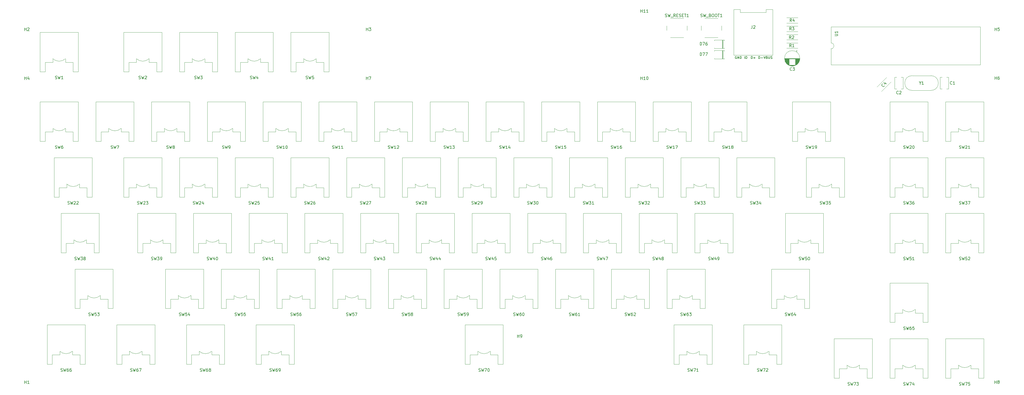
<source format=gbr>
%TF.GenerationSoftware,KiCad,Pcbnew,5.1.8*%
%TF.CreationDate,2021-03-07T21:10:39-03:00*%
%TF.ProjectId,undiscipline-noled,756e6469-7363-4697-906c-696e652d6e6f,rev?*%
%TF.SameCoordinates,Original*%
%TF.FileFunction,Legend,Top*%
%TF.FilePolarity,Positive*%
%FSLAX46Y46*%
G04 Gerber Fmt 4.6, Leading zero omitted, Abs format (unit mm)*
G04 Created by KiCad (PCBNEW 5.1.8) date 2021-03-07 21:10:39*
%MOMM*%
%LPD*%
G01*
G04 APERTURE LIST*
%ADD10C,0.120000*%
%ADD11C,0.150000*%
G04 APERTURE END LIST*
D10*
%TO.C,SW75*%
X362899998Y-181064998D02*
G75*
G02*
X358600002Y-181064998I-2149998J2314998D01*
G01*
X356000000Y-182275000D02*
X356000000Y-185475000D01*
X354250000Y-185475000D02*
X356000000Y-185475000D01*
X354250000Y-172025000D02*
X354250000Y-185475000D01*
X367250000Y-172025000D02*
X367250000Y-185475000D01*
X354250000Y-172025000D02*
X367250000Y-172025000D01*
X356000000Y-182275000D02*
X358600001Y-182275000D01*
X365500000Y-182275000D02*
X365500000Y-185475000D01*
X365500000Y-185475000D02*
X367250000Y-185475000D01*
X362899999Y-181064999D02*
X362899999Y-182275000D01*
X358600001Y-181064999D02*
X358600001Y-182275000D01*
X362899999Y-182275000D02*
X365500000Y-182275000D01*
%TO.C,SW74*%
X343899998Y-181064998D02*
G75*
G02*
X339600002Y-181064998I-2149998J2314998D01*
G01*
X337000000Y-182275000D02*
X337000000Y-185475000D01*
X335250000Y-185475000D02*
X337000000Y-185475000D01*
X335250000Y-172025000D02*
X335250000Y-185475000D01*
X348250000Y-172025000D02*
X348250000Y-185475000D01*
X335250000Y-172025000D02*
X348250000Y-172025000D01*
X337000000Y-182275000D02*
X339600001Y-182275000D01*
X346500000Y-182275000D02*
X346500000Y-185475000D01*
X346500000Y-185475000D02*
X348250000Y-185475000D01*
X343899999Y-181064999D02*
X343899999Y-182275000D01*
X339600001Y-181064999D02*
X339600001Y-182275000D01*
X343899999Y-182275000D02*
X346500000Y-182275000D01*
%TO.C,SW73*%
X324899998Y-181064998D02*
G75*
G02*
X320600002Y-181064998I-2149998J2314998D01*
G01*
X318000000Y-182275000D02*
X318000000Y-185475000D01*
X316250000Y-185475000D02*
X318000000Y-185475000D01*
X316250000Y-172025000D02*
X316250000Y-185475000D01*
X329250000Y-172025000D02*
X329250000Y-185475000D01*
X316250000Y-172025000D02*
X329250000Y-172025000D01*
X318000000Y-182275000D02*
X320600001Y-182275000D01*
X327500000Y-182275000D02*
X327500000Y-185475000D01*
X327500000Y-185475000D02*
X329250000Y-185475000D01*
X324899999Y-181064999D02*
X324899999Y-182275000D01*
X320600001Y-181064999D02*
X320600001Y-182275000D01*
X324899999Y-182275000D02*
X327500000Y-182275000D01*
%TO.C,SW72*%
X294024998Y-176314998D02*
G75*
G02*
X289725002Y-176314998I-2149998J2314998D01*
G01*
X287125000Y-177525000D02*
X287125000Y-180725000D01*
X285375000Y-180725000D02*
X287125000Y-180725000D01*
X285375000Y-167275000D02*
X285375000Y-180725000D01*
X298375000Y-167275000D02*
X298375000Y-180725000D01*
X285375000Y-167275000D02*
X298375000Y-167275000D01*
X287125000Y-177525000D02*
X289725001Y-177525000D01*
X296625000Y-177525000D02*
X296625000Y-180725000D01*
X296625000Y-180725000D02*
X298375000Y-180725000D01*
X294024999Y-176314999D02*
X294024999Y-177525000D01*
X289725001Y-176314999D02*
X289725001Y-177525000D01*
X294024999Y-177525000D02*
X296625000Y-177525000D01*
%TO.C,SW71*%
X270274998Y-176314998D02*
G75*
G02*
X265975002Y-176314998I-2149998J2314998D01*
G01*
X263375000Y-177525000D02*
X263375000Y-180725000D01*
X261625000Y-180725000D02*
X263375000Y-180725000D01*
X261625000Y-167275000D02*
X261625000Y-180725000D01*
X274625000Y-167275000D02*
X274625000Y-180725000D01*
X261625000Y-167275000D02*
X274625000Y-167275000D01*
X263375000Y-177525000D02*
X265975001Y-177525000D01*
X272875000Y-177525000D02*
X272875000Y-180725000D01*
X272875000Y-180725000D02*
X274625000Y-180725000D01*
X270274999Y-176314999D02*
X270274999Y-177525000D01*
X265975001Y-176314999D02*
X265975001Y-177525000D01*
X270274999Y-177525000D02*
X272875000Y-177525000D01*
%TO.C,SW70*%
X199024998Y-176314998D02*
G75*
G02*
X194725002Y-176314998I-2149998J2314998D01*
G01*
X192125000Y-177525000D02*
X192125000Y-180725000D01*
X190375000Y-180725000D02*
X192125000Y-180725000D01*
X190375000Y-167275000D02*
X190375000Y-180725000D01*
X203375000Y-167275000D02*
X203375000Y-180725000D01*
X190375000Y-167275000D02*
X203375000Y-167275000D01*
X192125000Y-177525000D02*
X194725001Y-177525000D01*
X201625000Y-177525000D02*
X201625000Y-180725000D01*
X201625000Y-180725000D02*
X203375000Y-180725000D01*
X199024999Y-176314999D02*
X199024999Y-177525000D01*
X194725001Y-176314999D02*
X194725001Y-177525000D01*
X199024999Y-177525000D02*
X201625000Y-177525000D01*
%TO.C,SW69*%
X127774998Y-176314998D02*
G75*
G02*
X123475002Y-176314998I-2149998J2314998D01*
G01*
X120875000Y-177525000D02*
X120875000Y-180725000D01*
X119125000Y-180725000D02*
X120875000Y-180725000D01*
X119125000Y-167275000D02*
X119125000Y-180725000D01*
X132125000Y-167275000D02*
X132125000Y-180725000D01*
X119125000Y-167275000D02*
X132125000Y-167275000D01*
X120875000Y-177525000D02*
X123475001Y-177525000D01*
X130375000Y-177525000D02*
X130375000Y-180725000D01*
X130375000Y-180725000D02*
X132125000Y-180725000D01*
X127774999Y-176314999D02*
X127774999Y-177525000D01*
X123475001Y-176314999D02*
X123475001Y-177525000D01*
X127774999Y-177525000D02*
X130375000Y-177525000D01*
%TO.C,SW68*%
X104024998Y-176314998D02*
G75*
G02*
X99725002Y-176314998I-2149998J2314998D01*
G01*
X97125000Y-177525000D02*
X97125000Y-180725000D01*
X95375000Y-180725000D02*
X97125000Y-180725000D01*
X95375000Y-167275000D02*
X95375000Y-180725000D01*
X108375000Y-167275000D02*
X108375000Y-180725000D01*
X95375000Y-167275000D02*
X108375000Y-167275000D01*
X97125000Y-177525000D02*
X99725001Y-177525000D01*
X106625000Y-177525000D02*
X106625000Y-180725000D01*
X106625000Y-180725000D02*
X108375000Y-180725000D01*
X104024999Y-176314999D02*
X104024999Y-177525000D01*
X99725001Y-176314999D02*
X99725001Y-177525000D01*
X104024999Y-177525000D02*
X106625000Y-177525000D01*
%TO.C,SW67*%
X80274998Y-176314998D02*
G75*
G02*
X75975002Y-176314998I-2149998J2314998D01*
G01*
X73375000Y-177525000D02*
X73375000Y-180725000D01*
X71625000Y-180725000D02*
X73375000Y-180725000D01*
X71625000Y-167275000D02*
X71625000Y-180725000D01*
X84625000Y-167275000D02*
X84625000Y-180725000D01*
X71625000Y-167275000D02*
X84625000Y-167275000D01*
X73375000Y-177525000D02*
X75975001Y-177525000D01*
X82875000Y-177525000D02*
X82875000Y-180725000D01*
X82875000Y-180725000D02*
X84625000Y-180725000D01*
X80274999Y-176314999D02*
X80274999Y-177525000D01*
X75975001Y-176314999D02*
X75975001Y-177525000D01*
X80274999Y-177525000D02*
X82875000Y-177525000D01*
%TO.C,SW66*%
X56524998Y-176314998D02*
G75*
G02*
X52225002Y-176314998I-2149998J2314998D01*
G01*
X49625000Y-177525000D02*
X49625000Y-180725000D01*
X47875000Y-180725000D02*
X49625000Y-180725000D01*
X47875000Y-167275000D02*
X47875000Y-180725000D01*
X60875000Y-167275000D02*
X60875000Y-180725000D01*
X47875000Y-167275000D02*
X60875000Y-167275000D01*
X49625000Y-177525000D02*
X52225001Y-177525000D01*
X59125000Y-177525000D02*
X59125000Y-180725000D01*
X59125000Y-180725000D02*
X60875000Y-180725000D01*
X56524999Y-176314999D02*
X56524999Y-177525000D01*
X52225001Y-176314999D02*
X52225001Y-177525000D01*
X56524999Y-177525000D02*
X59125000Y-177525000D01*
%TO.C,SW65*%
X343899998Y-162064998D02*
G75*
G02*
X339600002Y-162064998I-2149998J2314998D01*
G01*
X337000000Y-163275000D02*
X337000000Y-166475000D01*
X335250000Y-166475000D02*
X337000000Y-166475000D01*
X335250000Y-153025000D02*
X335250000Y-166475000D01*
X348250000Y-153025000D02*
X348250000Y-166475000D01*
X335250000Y-153025000D02*
X348250000Y-153025000D01*
X337000000Y-163275000D02*
X339600001Y-163275000D01*
X346500000Y-163275000D02*
X346500000Y-166475000D01*
X346500000Y-166475000D02*
X348250000Y-166475000D01*
X343899999Y-162064999D02*
X343899999Y-163275000D01*
X339600001Y-162064999D02*
X339600001Y-163275000D01*
X343899999Y-163275000D02*
X346500000Y-163275000D01*
%TO.C,SW64*%
X303524998Y-157314998D02*
G75*
G02*
X299225002Y-157314998I-2149998J2314998D01*
G01*
X296625000Y-158525000D02*
X296625000Y-161725000D01*
X294875000Y-161725000D02*
X296625000Y-161725000D01*
X294875000Y-148275000D02*
X294875000Y-161725000D01*
X307875000Y-148275000D02*
X307875000Y-161725000D01*
X294875000Y-148275000D02*
X307875000Y-148275000D01*
X296625000Y-158525000D02*
X299225001Y-158525000D01*
X306125000Y-158525000D02*
X306125000Y-161725000D01*
X306125000Y-161725000D02*
X307875000Y-161725000D01*
X303524999Y-157314999D02*
X303524999Y-158525000D01*
X299225001Y-157314999D02*
X299225001Y-158525000D01*
X303524999Y-158525000D02*
X306125000Y-158525000D01*
%TO.C,SW63*%
X267899998Y-157314998D02*
G75*
G02*
X263600002Y-157314998I-2149998J2314998D01*
G01*
X261000000Y-158525000D02*
X261000000Y-161725000D01*
X259250000Y-161725000D02*
X261000000Y-161725000D01*
X259250000Y-148275000D02*
X259250000Y-161725000D01*
X272250000Y-148275000D02*
X272250000Y-161725000D01*
X259250000Y-148275000D02*
X272250000Y-148275000D01*
X261000000Y-158525000D02*
X263600001Y-158525000D01*
X270500000Y-158525000D02*
X270500000Y-161725000D01*
X270500000Y-161725000D02*
X272250000Y-161725000D01*
X267899999Y-157314999D02*
X267899999Y-158525000D01*
X263600001Y-157314999D02*
X263600001Y-158525000D01*
X267899999Y-158525000D02*
X270500000Y-158525000D01*
%TO.C,SW62*%
X248899998Y-157314998D02*
G75*
G02*
X244600002Y-157314998I-2149998J2314998D01*
G01*
X242000000Y-158525000D02*
X242000000Y-161725000D01*
X240250000Y-161725000D02*
X242000000Y-161725000D01*
X240250000Y-148275000D02*
X240250000Y-161725000D01*
X253250000Y-148275000D02*
X253250000Y-161725000D01*
X240250000Y-148275000D02*
X253250000Y-148275000D01*
X242000000Y-158525000D02*
X244600001Y-158525000D01*
X251500000Y-158525000D02*
X251500000Y-161725000D01*
X251500000Y-161725000D02*
X253250000Y-161725000D01*
X248899999Y-157314999D02*
X248899999Y-158525000D01*
X244600001Y-157314999D02*
X244600001Y-158525000D01*
X248899999Y-158525000D02*
X251500000Y-158525000D01*
%TO.C,SW61*%
X229899998Y-157314998D02*
G75*
G02*
X225600002Y-157314998I-2149998J2314998D01*
G01*
X223000000Y-158525000D02*
X223000000Y-161725000D01*
X221250000Y-161725000D02*
X223000000Y-161725000D01*
X221250000Y-148275000D02*
X221250000Y-161725000D01*
X234250000Y-148275000D02*
X234250000Y-161725000D01*
X221250000Y-148275000D02*
X234250000Y-148275000D01*
X223000000Y-158525000D02*
X225600001Y-158525000D01*
X232500000Y-158525000D02*
X232500000Y-161725000D01*
X232500000Y-161725000D02*
X234250000Y-161725000D01*
X229899999Y-157314999D02*
X229899999Y-158525000D01*
X225600001Y-157314999D02*
X225600001Y-158525000D01*
X229899999Y-158525000D02*
X232500000Y-158525000D01*
%TO.C,SW60*%
X210899998Y-157314998D02*
G75*
G02*
X206600002Y-157314998I-2149998J2314998D01*
G01*
X204000000Y-158525000D02*
X204000000Y-161725000D01*
X202250000Y-161725000D02*
X204000000Y-161725000D01*
X202250000Y-148275000D02*
X202250000Y-161725000D01*
X215250000Y-148275000D02*
X215250000Y-161725000D01*
X202250000Y-148275000D02*
X215250000Y-148275000D01*
X204000000Y-158525000D02*
X206600001Y-158525000D01*
X213500000Y-158525000D02*
X213500000Y-161725000D01*
X213500000Y-161725000D02*
X215250000Y-161725000D01*
X210899999Y-157314999D02*
X210899999Y-158525000D01*
X206600001Y-157314999D02*
X206600001Y-158525000D01*
X210899999Y-158525000D02*
X213500000Y-158525000D01*
%TO.C,SW59*%
X191899998Y-157314998D02*
G75*
G02*
X187600002Y-157314998I-2149998J2314998D01*
G01*
X185000000Y-158525000D02*
X185000000Y-161725000D01*
X183250000Y-161725000D02*
X185000000Y-161725000D01*
X183250000Y-148275000D02*
X183250000Y-161725000D01*
X196250000Y-148275000D02*
X196250000Y-161725000D01*
X183250000Y-148275000D02*
X196250000Y-148275000D01*
X185000000Y-158525000D02*
X187600001Y-158525000D01*
X194500000Y-158525000D02*
X194500000Y-161725000D01*
X194500000Y-161725000D02*
X196250000Y-161725000D01*
X191899999Y-157314999D02*
X191899999Y-158525000D01*
X187600001Y-157314999D02*
X187600001Y-158525000D01*
X191899999Y-158525000D02*
X194500000Y-158525000D01*
%TO.C,SW58*%
X172899998Y-157314998D02*
G75*
G02*
X168600002Y-157314998I-2149998J2314998D01*
G01*
X166000000Y-158525000D02*
X166000000Y-161725000D01*
X164250000Y-161725000D02*
X166000000Y-161725000D01*
X164250000Y-148275000D02*
X164250000Y-161725000D01*
X177250000Y-148275000D02*
X177250000Y-161725000D01*
X164250000Y-148275000D02*
X177250000Y-148275000D01*
X166000000Y-158525000D02*
X168600001Y-158525000D01*
X175500000Y-158525000D02*
X175500000Y-161725000D01*
X175500000Y-161725000D02*
X177250000Y-161725000D01*
X172899999Y-157314999D02*
X172899999Y-158525000D01*
X168600001Y-157314999D02*
X168600001Y-158525000D01*
X172899999Y-158525000D02*
X175500000Y-158525000D01*
%TO.C,SW57*%
X153899998Y-157314998D02*
G75*
G02*
X149600002Y-157314998I-2149998J2314998D01*
G01*
X147000000Y-158525000D02*
X147000000Y-161725000D01*
X145250000Y-161725000D02*
X147000000Y-161725000D01*
X145250000Y-148275000D02*
X145250000Y-161725000D01*
X158250000Y-148275000D02*
X158250000Y-161725000D01*
X145250000Y-148275000D02*
X158250000Y-148275000D01*
X147000000Y-158525000D02*
X149600001Y-158525000D01*
X156500000Y-158525000D02*
X156500000Y-161725000D01*
X156500000Y-161725000D02*
X158250000Y-161725000D01*
X153899999Y-157314999D02*
X153899999Y-158525000D01*
X149600001Y-157314999D02*
X149600001Y-158525000D01*
X153899999Y-158525000D02*
X156500000Y-158525000D01*
%TO.C,SW56*%
X134899998Y-157314998D02*
G75*
G02*
X130600002Y-157314998I-2149998J2314998D01*
G01*
X128000000Y-158525000D02*
X128000000Y-161725000D01*
X126250000Y-161725000D02*
X128000000Y-161725000D01*
X126250000Y-148275000D02*
X126250000Y-161725000D01*
X139250000Y-148275000D02*
X139250000Y-161725000D01*
X126250000Y-148275000D02*
X139250000Y-148275000D01*
X128000000Y-158525000D02*
X130600001Y-158525000D01*
X137500000Y-158525000D02*
X137500000Y-161725000D01*
X137500000Y-161725000D02*
X139250000Y-161725000D01*
X134899999Y-157314999D02*
X134899999Y-158525000D01*
X130600001Y-157314999D02*
X130600001Y-158525000D01*
X134899999Y-158525000D02*
X137500000Y-158525000D01*
%TO.C,SW55*%
X115899998Y-157314998D02*
G75*
G02*
X111600002Y-157314998I-2149998J2314998D01*
G01*
X109000000Y-158525000D02*
X109000000Y-161725000D01*
X107250000Y-161725000D02*
X109000000Y-161725000D01*
X107250000Y-148275000D02*
X107250000Y-161725000D01*
X120250000Y-148275000D02*
X120250000Y-161725000D01*
X107250000Y-148275000D02*
X120250000Y-148275000D01*
X109000000Y-158525000D02*
X111600001Y-158525000D01*
X118500000Y-158525000D02*
X118500000Y-161725000D01*
X118500000Y-161725000D02*
X120250000Y-161725000D01*
X115899999Y-157314999D02*
X115899999Y-158525000D01*
X111600001Y-157314999D02*
X111600001Y-158525000D01*
X115899999Y-158525000D02*
X118500000Y-158525000D01*
%TO.C,SW54*%
X96899998Y-157314998D02*
G75*
G02*
X92600002Y-157314998I-2149998J2314998D01*
G01*
X90000000Y-158525000D02*
X90000000Y-161725000D01*
X88250000Y-161725000D02*
X90000000Y-161725000D01*
X88250000Y-148275000D02*
X88250000Y-161725000D01*
X101250000Y-148275000D02*
X101250000Y-161725000D01*
X88250000Y-148275000D02*
X101250000Y-148275000D01*
X90000000Y-158525000D02*
X92600001Y-158525000D01*
X99500000Y-158525000D02*
X99500000Y-161725000D01*
X99500000Y-161725000D02*
X101250000Y-161725000D01*
X96899999Y-157314999D02*
X96899999Y-158525000D01*
X92600001Y-157314999D02*
X92600001Y-158525000D01*
X96899999Y-158525000D02*
X99500000Y-158525000D01*
%TO.C,SW53*%
X66024998Y-157314998D02*
G75*
G02*
X61725002Y-157314998I-2149998J2314998D01*
G01*
X59125000Y-158525000D02*
X59125000Y-161725000D01*
X57375000Y-161725000D02*
X59125000Y-161725000D01*
X57375000Y-148275000D02*
X57375000Y-161725000D01*
X70375000Y-148275000D02*
X70375000Y-161725000D01*
X57375000Y-148275000D02*
X70375000Y-148275000D01*
X59125000Y-158525000D02*
X61725001Y-158525000D01*
X68625000Y-158525000D02*
X68625000Y-161725000D01*
X68625000Y-161725000D02*
X70375000Y-161725000D01*
X66024999Y-157314999D02*
X66024999Y-158525000D01*
X61725001Y-157314999D02*
X61725001Y-158525000D01*
X66024999Y-158525000D02*
X68625000Y-158525000D01*
%TO.C,SW52*%
X362899998Y-138314998D02*
G75*
G02*
X358600002Y-138314998I-2149998J2314998D01*
G01*
X356000000Y-139525000D02*
X356000000Y-142725000D01*
X354250000Y-142725000D02*
X356000000Y-142725000D01*
X354250000Y-129275000D02*
X354250000Y-142725000D01*
X367250000Y-129275000D02*
X367250000Y-142725000D01*
X354250000Y-129275000D02*
X367250000Y-129275000D01*
X356000000Y-139525000D02*
X358600001Y-139525000D01*
X365500000Y-139525000D02*
X365500000Y-142725000D01*
X365500000Y-142725000D02*
X367250000Y-142725000D01*
X362899999Y-138314999D02*
X362899999Y-139525000D01*
X358600001Y-138314999D02*
X358600001Y-139525000D01*
X362899999Y-139525000D02*
X365500000Y-139525000D01*
%TO.C,SW51*%
X343899998Y-138314998D02*
G75*
G02*
X339600002Y-138314998I-2149998J2314998D01*
G01*
X337000000Y-139525000D02*
X337000000Y-142725000D01*
X335250000Y-142725000D02*
X337000000Y-142725000D01*
X335250000Y-129275000D02*
X335250000Y-142725000D01*
X348250000Y-129275000D02*
X348250000Y-142725000D01*
X335250000Y-129275000D02*
X348250000Y-129275000D01*
X337000000Y-139525000D02*
X339600001Y-139525000D01*
X346500000Y-139525000D02*
X346500000Y-142725000D01*
X346500000Y-142725000D02*
X348250000Y-142725000D01*
X343899999Y-138314999D02*
X343899999Y-139525000D01*
X339600001Y-138314999D02*
X339600001Y-139525000D01*
X343899999Y-139525000D02*
X346500000Y-139525000D01*
%TO.C,SW50*%
X308274998Y-138314998D02*
G75*
G02*
X303975002Y-138314998I-2149998J2314998D01*
G01*
X301375000Y-139525000D02*
X301375000Y-142725000D01*
X299625000Y-142725000D02*
X301375000Y-142725000D01*
X299625000Y-129275000D02*
X299625000Y-142725000D01*
X312625000Y-129275000D02*
X312625000Y-142725000D01*
X299625000Y-129275000D02*
X312625000Y-129275000D01*
X301375000Y-139525000D02*
X303975001Y-139525000D01*
X310875000Y-139525000D02*
X310875000Y-142725000D01*
X310875000Y-142725000D02*
X312625000Y-142725000D01*
X308274999Y-138314999D02*
X308274999Y-139525000D01*
X303975001Y-138314999D02*
X303975001Y-139525000D01*
X308274999Y-139525000D02*
X310875000Y-139525000D01*
%TO.C,SW49*%
X277399998Y-138314998D02*
G75*
G02*
X273100002Y-138314998I-2149998J2314998D01*
G01*
X270500000Y-139525000D02*
X270500000Y-142725000D01*
X268750000Y-142725000D02*
X270500000Y-142725000D01*
X268750000Y-129275000D02*
X268750000Y-142725000D01*
X281750000Y-129275000D02*
X281750000Y-142725000D01*
X268750000Y-129275000D02*
X281750000Y-129275000D01*
X270500000Y-139525000D02*
X273100001Y-139525000D01*
X280000000Y-139525000D02*
X280000000Y-142725000D01*
X280000000Y-142725000D02*
X281750000Y-142725000D01*
X277399999Y-138314999D02*
X277399999Y-139525000D01*
X273100001Y-138314999D02*
X273100001Y-139525000D01*
X277399999Y-139525000D02*
X280000000Y-139525000D01*
%TO.C,SW48*%
X258399998Y-138314998D02*
G75*
G02*
X254100002Y-138314998I-2149998J2314998D01*
G01*
X251500000Y-139525000D02*
X251500000Y-142725000D01*
X249750000Y-142725000D02*
X251500000Y-142725000D01*
X249750000Y-129275000D02*
X249750000Y-142725000D01*
X262750000Y-129275000D02*
X262750000Y-142725000D01*
X249750000Y-129275000D02*
X262750000Y-129275000D01*
X251500000Y-139525000D02*
X254100001Y-139525000D01*
X261000000Y-139525000D02*
X261000000Y-142725000D01*
X261000000Y-142725000D02*
X262750000Y-142725000D01*
X258399999Y-138314999D02*
X258399999Y-139525000D01*
X254100001Y-138314999D02*
X254100001Y-139525000D01*
X258399999Y-139525000D02*
X261000000Y-139525000D01*
%TO.C,SW47*%
X239399998Y-138314998D02*
G75*
G02*
X235100002Y-138314998I-2149998J2314998D01*
G01*
X232500000Y-139525000D02*
X232500000Y-142725000D01*
X230750000Y-142725000D02*
X232500000Y-142725000D01*
X230750000Y-129275000D02*
X230750000Y-142725000D01*
X243750000Y-129275000D02*
X243750000Y-142725000D01*
X230750000Y-129275000D02*
X243750000Y-129275000D01*
X232500000Y-139525000D02*
X235100001Y-139525000D01*
X242000000Y-139525000D02*
X242000000Y-142725000D01*
X242000000Y-142725000D02*
X243750000Y-142725000D01*
X239399999Y-138314999D02*
X239399999Y-139525000D01*
X235100001Y-138314999D02*
X235100001Y-139525000D01*
X239399999Y-139525000D02*
X242000000Y-139525000D01*
%TO.C,SW46*%
X220399998Y-138314998D02*
G75*
G02*
X216100002Y-138314998I-2149998J2314998D01*
G01*
X213500000Y-139525000D02*
X213500000Y-142725000D01*
X211750000Y-142725000D02*
X213500000Y-142725000D01*
X211750000Y-129275000D02*
X211750000Y-142725000D01*
X224750000Y-129275000D02*
X224750000Y-142725000D01*
X211750000Y-129275000D02*
X224750000Y-129275000D01*
X213500000Y-139525000D02*
X216100001Y-139525000D01*
X223000000Y-139525000D02*
X223000000Y-142725000D01*
X223000000Y-142725000D02*
X224750000Y-142725000D01*
X220399999Y-138314999D02*
X220399999Y-139525000D01*
X216100001Y-138314999D02*
X216100001Y-139525000D01*
X220399999Y-139525000D02*
X223000000Y-139525000D01*
%TO.C,SW45*%
X201399998Y-138314998D02*
G75*
G02*
X197100002Y-138314998I-2149998J2314998D01*
G01*
X194500000Y-139525000D02*
X194500000Y-142725000D01*
X192750000Y-142725000D02*
X194500000Y-142725000D01*
X192750000Y-129275000D02*
X192750000Y-142725000D01*
X205750000Y-129275000D02*
X205750000Y-142725000D01*
X192750000Y-129275000D02*
X205750000Y-129275000D01*
X194500000Y-139525000D02*
X197100001Y-139525000D01*
X204000000Y-139525000D02*
X204000000Y-142725000D01*
X204000000Y-142725000D02*
X205750000Y-142725000D01*
X201399999Y-138314999D02*
X201399999Y-139525000D01*
X197100001Y-138314999D02*
X197100001Y-139525000D01*
X201399999Y-139525000D02*
X204000000Y-139525000D01*
%TO.C,SW44*%
X182399998Y-138314998D02*
G75*
G02*
X178100002Y-138314998I-2149998J2314998D01*
G01*
X175500000Y-139525000D02*
X175500000Y-142725000D01*
X173750000Y-142725000D02*
X175500000Y-142725000D01*
X173750000Y-129275000D02*
X173750000Y-142725000D01*
X186750000Y-129275000D02*
X186750000Y-142725000D01*
X173750000Y-129275000D02*
X186750000Y-129275000D01*
X175500000Y-139525000D02*
X178100001Y-139525000D01*
X185000000Y-139525000D02*
X185000000Y-142725000D01*
X185000000Y-142725000D02*
X186750000Y-142725000D01*
X182399999Y-138314999D02*
X182399999Y-139525000D01*
X178100001Y-138314999D02*
X178100001Y-139525000D01*
X182399999Y-139525000D02*
X185000000Y-139525000D01*
%TO.C,SW43*%
X163399998Y-138314998D02*
G75*
G02*
X159100002Y-138314998I-2149998J2314998D01*
G01*
X156500000Y-139525000D02*
X156500000Y-142725000D01*
X154750000Y-142725000D02*
X156500000Y-142725000D01*
X154750000Y-129275000D02*
X154750000Y-142725000D01*
X167750000Y-129275000D02*
X167750000Y-142725000D01*
X154750000Y-129275000D02*
X167750000Y-129275000D01*
X156500000Y-139525000D02*
X159100001Y-139525000D01*
X166000000Y-139525000D02*
X166000000Y-142725000D01*
X166000000Y-142725000D02*
X167750000Y-142725000D01*
X163399999Y-138314999D02*
X163399999Y-139525000D01*
X159100001Y-138314999D02*
X159100001Y-139525000D01*
X163399999Y-139525000D02*
X166000000Y-139525000D01*
%TO.C,SW42*%
X144399998Y-138314998D02*
G75*
G02*
X140100002Y-138314998I-2149998J2314998D01*
G01*
X137500000Y-139525000D02*
X137500000Y-142725000D01*
X135750000Y-142725000D02*
X137500000Y-142725000D01*
X135750000Y-129275000D02*
X135750000Y-142725000D01*
X148750000Y-129275000D02*
X148750000Y-142725000D01*
X135750000Y-129275000D02*
X148750000Y-129275000D01*
X137500000Y-139525000D02*
X140100001Y-139525000D01*
X147000000Y-139525000D02*
X147000000Y-142725000D01*
X147000000Y-142725000D02*
X148750000Y-142725000D01*
X144399999Y-138314999D02*
X144399999Y-139525000D01*
X140100001Y-138314999D02*
X140100001Y-139525000D01*
X144399999Y-139525000D02*
X147000000Y-139525000D01*
%TO.C,SW41*%
X125399998Y-138314998D02*
G75*
G02*
X121100002Y-138314998I-2149998J2314998D01*
G01*
X118500000Y-139525000D02*
X118500000Y-142725000D01*
X116750000Y-142725000D02*
X118500000Y-142725000D01*
X116750000Y-129275000D02*
X116750000Y-142725000D01*
X129750000Y-129275000D02*
X129750000Y-142725000D01*
X116750000Y-129275000D02*
X129750000Y-129275000D01*
X118500000Y-139525000D02*
X121100001Y-139525000D01*
X128000000Y-139525000D02*
X128000000Y-142725000D01*
X128000000Y-142725000D02*
X129750000Y-142725000D01*
X125399999Y-138314999D02*
X125399999Y-139525000D01*
X121100001Y-138314999D02*
X121100001Y-139525000D01*
X125399999Y-139525000D02*
X128000000Y-139525000D01*
%TO.C,SW40*%
X106399998Y-138314998D02*
G75*
G02*
X102100002Y-138314998I-2149998J2314998D01*
G01*
X99500000Y-139525000D02*
X99500000Y-142725000D01*
X97750000Y-142725000D02*
X99500000Y-142725000D01*
X97750000Y-129275000D02*
X97750000Y-142725000D01*
X110750000Y-129275000D02*
X110750000Y-142725000D01*
X97750000Y-129275000D02*
X110750000Y-129275000D01*
X99500000Y-139525000D02*
X102100001Y-139525000D01*
X109000000Y-139525000D02*
X109000000Y-142725000D01*
X109000000Y-142725000D02*
X110750000Y-142725000D01*
X106399999Y-138314999D02*
X106399999Y-139525000D01*
X102100001Y-138314999D02*
X102100001Y-139525000D01*
X106399999Y-139525000D02*
X109000000Y-139525000D01*
%TO.C,SW39*%
X87399998Y-138314998D02*
G75*
G02*
X83100002Y-138314998I-2149998J2314998D01*
G01*
X80500000Y-139525000D02*
X80500000Y-142725000D01*
X78750000Y-142725000D02*
X80500000Y-142725000D01*
X78750000Y-129275000D02*
X78750000Y-142725000D01*
X91750000Y-129275000D02*
X91750000Y-142725000D01*
X78750000Y-129275000D02*
X91750000Y-129275000D01*
X80500000Y-139525000D02*
X83100001Y-139525000D01*
X90000000Y-139525000D02*
X90000000Y-142725000D01*
X90000000Y-142725000D02*
X91750000Y-142725000D01*
X87399999Y-138314999D02*
X87399999Y-139525000D01*
X83100001Y-138314999D02*
X83100001Y-139525000D01*
X87399999Y-139525000D02*
X90000000Y-139525000D01*
%TO.C,SW38*%
X61274998Y-138314998D02*
G75*
G02*
X56975002Y-138314998I-2149998J2314998D01*
G01*
X54375000Y-139525000D02*
X54375000Y-142725000D01*
X52625000Y-142725000D02*
X54375000Y-142725000D01*
X52625000Y-129275000D02*
X52625000Y-142725000D01*
X65625000Y-129275000D02*
X65625000Y-142725000D01*
X52625000Y-129275000D02*
X65625000Y-129275000D01*
X54375000Y-139525000D02*
X56975001Y-139525000D01*
X63875000Y-139525000D02*
X63875000Y-142725000D01*
X63875000Y-142725000D02*
X65625000Y-142725000D01*
X61274999Y-138314999D02*
X61274999Y-139525000D01*
X56975001Y-138314999D02*
X56975001Y-139525000D01*
X61274999Y-139525000D02*
X63875000Y-139525000D01*
%TO.C,SW37*%
X362899998Y-119314998D02*
G75*
G02*
X358600002Y-119314998I-2149998J2314998D01*
G01*
X356000000Y-120525000D02*
X356000000Y-123725000D01*
X354250000Y-123725000D02*
X356000000Y-123725000D01*
X354250000Y-110275000D02*
X354250000Y-123725000D01*
X367250000Y-110275000D02*
X367250000Y-123725000D01*
X354250000Y-110275000D02*
X367250000Y-110275000D01*
X356000000Y-120525000D02*
X358600001Y-120525000D01*
X365500000Y-120525000D02*
X365500000Y-123725000D01*
X365500000Y-123725000D02*
X367250000Y-123725000D01*
X362899999Y-119314999D02*
X362899999Y-120525000D01*
X358600001Y-119314999D02*
X358600001Y-120525000D01*
X362899999Y-120525000D02*
X365500000Y-120525000D01*
%TO.C,SW36*%
X343899998Y-119314998D02*
G75*
G02*
X339600002Y-119314998I-2149998J2314998D01*
G01*
X337000000Y-120525000D02*
X337000000Y-123725000D01*
X335250000Y-123725000D02*
X337000000Y-123725000D01*
X335250000Y-110275000D02*
X335250000Y-123725000D01*
X348250000Y-110275000D02*
X348250000Y-123725000D01*
X335250000Y-110275000D02*
X348250000Y-110275000D01*
X337000000Y-120525000D02*
X339600001Y-120525000D01*
X346500000Y-120525000D02*
X346500000Y-123725000D01*
X346500000Y-123725000D02*
X348250000Y-123725000D01*
X343899999Y-119314999D02*
X343899999Y-120525000D01*
X339600001Y-119314999D02*
X339600001Y-120525000D01*
X343899999Y-120525000D02*
X346500000Y-120525000D01*
%TO.C,SW35*%
X315399998Y-119314998D02*
G75*
G02*
X311100002Y-119314998I-2149998J2314998D01*
G01*
X308500000Y-120525000D02*
X308500000Y-123725000D01*
X306750000Y-123725000D02*
X308500000Y-123725000D01*
X306750000Y-110275000D02*
X306750000Y-123725000D01*
X319750000Y-110275000D02*
X319750000Y-123725000D01*
X306750000Y-110275000D02*
X319750000Y-110275000D01*
X308500000Y-120525000D02*
X311100001Y-120525000D01*
X318000000Y-120525000D02*
X318000000Y-123725000D01*
X318000000Y-123725000D02*
X319750000Y-123725000D01*
X315399999Y-119314999D02*
X315399999Y-120525000D01*
X311100001Y-119314999D02*
X311100001Y-120525000D01*
X315399999Y-120525000D02*
X318000000Y-120525000D01*
%TO.C,SW34*%
X291649998Y-119314998D02*
G75*
G02*
X287350002Y-119314998I-2149998J2314998D01*
G01*
X284750000Y-120525000D02*
X284750000Y-123725000D01*
X283000000Y-123725000D02*
X284750000Y-123725000D01*
X283000000Y-110275000D02*
X283000000Y-123725000D01*
X296000000Y-110275000D02*
X296000000Y-123725000D01*
X283000000Y-110275000D02*
X296000000Y-110275000D01*
X284750000Y-120525000D02*
X287350001Y-120525000D01*
X294250000Y-120525000D02*
X294250000Y-123725000D01*
X294250000Y-123725000D02*
X296000000Y-123725000D01*
X291649999Y-119314999D02*
X291649999Y-120525000D01*
X287350001Y-119314999D02*
X287350001Y-120525000D01*
X291649999Y-120525000D02*
X294250000Y-120525000D01*
%TO.C,SW33*%
X272649998Y-119314998D02*
G75*
G02*
X268350002Y-119314998I-2149998J2314998D01*
G01*
X265750000Y-120525000D02*
X265750000Y-123725000D01*
X264000000Y-123725000D02*
X265750000Y-123725000D01*
X264000000Y-110275000D02*
X264000000Y-123725000D01*
X277000000Y-110275000D02*
X277000000Y-123725000D01*
X264000000Y-110275000D02*
X277000000Y-110275000D01*
X265750000Y-120525000D02*
X268350001Y-120525000D01*
X275250000Y-120525000D02*
X275250000Y-123725000D01*
X275250000Y-123725000D02*
X277000000Y-123725000D01*
X272649999Y-119314999D02*
X272649999Y-120525000D01*
X268350001Y-119314999D02*
X268350001Y-120525000D01*
X272649999Y-120525000D02*
X275250000Y-120525000D01*
%TO.C,SW32*%
X253649998Y-119314998D02*
G75*
G02*
X249350002Y-119314998I-2149998J2314998D01*
G01*
X246750000Y-120525000D02*
X246750000Y-123725000D01*
X245000000Y-123725000D02*
X246750000Y-123725000D01*
X245000000Y-110275000D02*
X245000000Y-123725000D01*
X258000000Y-110275000D02*
X258000000Y-123725000D01*
X245000000Y-110275000D02*
X258000000Y-110275000D01*
X246750000Y-120525000D02*
X249350001Y-120525000D01*
X256250000Y-120525000D02*
X256250000Y-123725000D01*
X256250000Y-123725000D02*
X258000000Y-123725000D01*
X253649999Y-119314999D02*
X253649999Y-120525000D01*
X249350001Y-119314999D02*
X249350001Y-120525000D01*
X253649999Y-120525000D02*
X256250000Y-120525000D01*
%TO.C,SW31*%
X234649998Y-119314998D02*
G75*
G02*
X230350002Y-119314998I-2149998J2314998D01*
G01*
X227750000Y-120525000D02*
X227750000Y-123725000D01*
X226000000Y-123725000D02*
X227750000Y-123725000D01*
X226000000Y-110275000D02*
X226000000Y-123725000D01*
X239000000Y-110275000D02*
X239000000Y-123725000D01*
X226000000Y-110275000D02*
X239000000Y-110275000D01*
X227750000Y-120525000D02*
X230350001Y-120525000D01*
X237250000Y-120525000D02*
X237250000Y-123725000D01*
X237250000Y-123725000D02*
X239000000Y-123725000D01*
X234649999Y-119314999D02*
X234649999Y-120525000D01*
X230350001Y-119314999D02*
X230350001Y-120525000D01*
X234649999Y-120525000D02*
X237250000Y-120525000D01*
%TO.C,SW30*%
X215649998Y-119314998D02*
G75*
G02*
X211350002Y-119314998I-2149998J2314998D01*
G01*
X208750000Y-120525000D02*
X208750000Y-123725000D01*
X207000000Y-123725000D02*
X208750000Y-123725000D01*
X207000000Y-110275000D02*
X207000000Y-123725000D01*
X220000000Y-110275000D02*
X220000000Y-123725000D01*
X207000000Y-110275000D02*
X220000000Y-110275000D01*
X208750000Y-120525000D02*
X211350001Y-120525000D01*
X218250000Y-120525000D02*
X218250000Y-123725000D01*
X218250000Y-123725000D02*
X220000000Y-123725000D01*
X215649999Y-119314999D02*
X215649999Y-120525000D01*
X211350001Y-119314999D02*
X211350001Y-120525000D01*
X215649999Y-120525000D02*
X218250000Y-120525000D01*
%TO.C,SW29*%
X196649998Y-119314998D02*
G75*
G02*
X192350002Y-119314998I-2149998J2314998D01*
G01*
X189750000Y-120525000D02*
X189750000Y-123725000D01*
X188000000Y-123725000D02*
X189750000Y-123725000D01*
X188000000Y-110275000D02*
X188000000Y-123725000D01*
X201000000Y-110275000D02*
X201000000Y-123725000D01*
X188000000Y-110275000D02*
X201000000Y-110275000D01*
X189750000Y-120525000D02*
X192350001Y-120525000D01*
X199250000Y-120525000D02*
X199250000Y-123725000D01*
X199250000Y-123725000D02*
X201000000Y-123725000D01*
X196649999Y-119314999D02*
X196649999Y-120525000D01*
X192350001Y-119314999D02*
X192350001Y-120525000D01*
X196649999Y-120525000D02*
X199250000Y-120525000D01*
%TO.C,SW28*%
X177649998Y-119314998D02*
G75*
G02*
X173350002Y-119314998I-2149998J2314998D01*
G01*
X170750000Y-120525000D02*
X170750000Y-123725000D01*
X169000000Y-123725000D02*
X170750000Y-123725000D01*
X169000000Y-110275000D02*
X169000000Y-123725000D01*
X182000000Y-110275000D02*
X182000000Y-123725000D01*
X169000000Y-110275000D02*
X182000000Y-110275000D01*
X170750000Y-120525000D02*
X173350001Y-120525000D01*
X180250000Y-120525000D02*
X180250000Y-123725000D01*
X180250000Y-123725000D02*
X182000000Y-123725000D01*
X177649999Y-119314999D02*
X177649999Y-120525000D01*
X173350001Y-119314999D02*
X173350001Y-120525000D01*
X177649999Y-120525000D02*
X180250000Y-120525000D01*
%TO.C,SW27*%
X158649998Y-119314998D02*
G75*
G02*
X154350002Y-119314998I-2149998J2314998D01*
G01*
X151750000Y-120525000D02*
X151750000Y-123725000D01*
X150000000Y-123725000D02*
X151750000Y-123725000D01*
X150000000Y-110275000D02*
X150000000Y-123725000D01*
X163000000Y-110275000D02*
X163000000Y-123725000D01*
X150000000Y-110275000D02*
X163000000Y-110275000D01*
X151750000Y-120525000D02*
X154350001Y-120525000D01*
X161250000Y-120525000D02*
X161250000Y-123725000D01*
X161250000Y-123725000D02*
X163000000Y-123725000D01*
X158649999Y-119314999D02*
X158649999Y-120525000D01*
X154350001Y-119314999D02*
X154350001Y-120525000D01*
X158649999Y-120525000D02*
X161250000Y-120525000D01*
%TO.C,SW26*%
X139649998Y-119314998D02*
G75*
G02*
X135350002Y-119314998I-2149998J2314998D01*
G01*
X132750000Y-120525000D02*
X132750000Y-123725000D01*
X131000000Y-123725000D02*
X132750000Y-123725000D01*
X131000000Y-110275000D02*
X131000000Y-123725000D01*
X144000000Y-110275000D02*
X144000000Y-123725000D01*
X131000000Y-110275000D02*
X144000000Y-110275000D01*
X132750000Y-120525000D02*
X135350001Y-120525000D01*
X142250000Y-120525000D02*
X142250000Y-123725000D01*
X142250000Y-123725000D02*
X144000000Y-123725000D01*
X139649999Y-119314999D02*
X139649999Y-120525000D01*
X135350001Y-119314999D02*
X135350001Y-120525000D01*
X139649999Y-120525000D02*
X142250000Y-120525000D01*
%TO.C,SW25*%
X120649998Y-119314998D02*
G75*
G02*
X116350002Y-119314998I-2149998J2314998D01*
G01*
X113750000Y-120525000D02*
X113750000Y-123725000D01*
X112000000Y-123725000D02*
X113750000Y-123725000D01*
X112000000Y-110275000D02*
X112000000Y-123725000D01*
X125000000Y-110275000D02*
X125000000Y-123725000D01*
X112000000Y-110275000D02*
X125000000Y-110275000D01*
X113750000Y-120525000D02*
X116350001Y-120525000D01*
X123250000Y-120525000D02*
X123250000Y-123725000D01*
X123250000Y-123725000D02*
X125000000Y-123725000D01*
X120649999Y-119314999D02*
X120649999Y-120525000D01*
X116350001Y-119314999D02*
X116350001Y-120525000D01*
X120649999Y-120525000D02*
X123250000Y-120525000D01*
%TO.C,SW24*%
X101649998Y-119314998D02*
G75*
G02*
X97350002Y-119314998I-2149998J2314998D01*
G01*
X94750000Y-120525000D02*
X94750000Y-123725000D01*
X93000000Y-123725000D02*
X94750000Y-123725000D01*
X93000000Y-110275000D02*
X93000000Y-123725000D01*
X106000000Y-110275000D02*
X106000000Y-123725000D01*
X93000000Y-110275000D02*
X106000000Y-110275000D01*
X94750000Y-120525000D02*
X97350001Y-120525000D01*
X104250000Y-120525000D02*
X104250000Y-123725000D01*
X104250000Y-123725000D02*
X106000000Y-123725000D01*
X101649999Y-119314999D02*
X101649999Y-120525000D01*
X97350001Y-119314999D02*
X97350001Y-120525000D01*
X101649999Y-120525000D02*
X104250000Y-120525000D01*
%TO.C,SW23*%
X82649998Y-119314998D02*
G75*
G02*
X78350002Y-119314998I-2149998J2314998D01*
G01*
X75750000Y-120525000D02*
X75750000Y-123725000D01*
X74000000Y-123725000D02*
X75750000Y-123725000D01*
X74000000Y-110275000D02*
X74000000Y-123725000D01*
X87000000Y-110275000D02*
X87000000Y-123725000D01*
X74000000Y-110275000D02*
X87000000Y-110275000D01*
X75750000Y-120525000D02*
X78350001Y-120525000D01*
X85250000Y-120525000D02*
X85250000Y-123725000D01*
X85250000Y-123725000D02*
X87000000Y-123725000D01*
X82649999Y-119314999D02*
X82649999Y-120525000D01*
X78350001Y-119314999D02*
X78350001Y-120525000D01*
X82649999Y-120525000D02*
X85250000Y-120525000D01*
%TO.C,SW22*%
X58899998Y-119314998D02*
G75*
G02*
X54600002Y-119314998I-2149998J2314998D01*
G01*
X52000000Y-120525000D02*
X52000000Y-123725000D01*
X50250000Y-123725000D02*
X52000000Y-123725000D01*
X50250000Y-110275000D02*
X50250000Y-123725000D01*
X63250000Y-110275000D02*
X63250000Y-123725000D01*
X50250000Y-110275000D02*
X63250000Y-110275000D01*
X52000000Y-120525000D02*
X54600001Y-120525000D01*
X61500000Y-120525000D02*
X61500000Y-123725000D01*
X61500000Y-123725000D02*
X63250000Y-123725000D01*
X58899999Y-119314999D02*
X58899999Y-120525000D01*
X54600001Y-119314999D02*
X54600001Y-120525000D01*
X58899999Y-120525000D02*
X61500000Y-120525000D01*
%TO.C,SW21*%
X362899998Y-100314998D02*
G75*
G02*
X358600002Y-100314998I-2149998J2314998D01*
G01*
X356000000Y-101525000D02*
X356000000Y-104725000D01*
X354250000Y-104725000D02*
X356000000Y-104725000D01*
X354250000Y-91275000D02*
X354250000Y-104725000D01*
X367250000Y-91275000D02*
X367250000Y-104725000D01*
X354250000Y-91275000D02*
X367250000Y-91275000D01*
X356000000Y-101525000D02*
X358600001Y-101525000D01*
X365500000Y-101525000D02*
X365500000Y-104725000D01*
X365500000Y-104725000D02*
X367250000Y-104725000D01*
X362899999Y-100314999D02*
X362899999Y-101525000D01*
X358600001Y-100314999D02*
X358600001Y-101525000D01*
X362899999Y-101525000D02*
X365500000Y-101525000D01*
%TO.C,SW20*%
X343899998Y-100314998D02*
G75*
G02*
X339600002Y-100314998I-2149998J2314998D01*
G01*
X337000000Y-101525000D02*
X337000000Y-104725000D01*
X335250000Y-104725000D02*
X337000000Y-104725000D01*
X335250000Y-91275000D02*
X335250000Y-104725000D01*
X348250000Y-91275000D02*
X348250000Y-104725000D01*
X335250000Y-91275000D02*
X348250000Y-91275000D01*
X337000000Y-101525000D02*
X339600001Y-101525000D01*
X346500000Y-101525000D02*
X346500000Y-104725000D01*
X346500000Y-104725000D02*
X348250000Y-104725000D01*
X343899999Y-100314999D02*
X343899999Y-101525000D01*
X339600001Y-100314999D02*
X339600001Y-101525000D01*
X343899999Y-101525000D02*
X346500000Y-101525000D01*
%TO.C,SW19*%
X310649998Y-100314998D02*
G75*
G02*
X306350002Y-100314998I-2149998J2314998D01*
G01*
X303750000Y-101525000D02*
X303750000Y-104725000D01*
X302000000Y-104725000D02*
X303750000Y-104725000D01*
X302000000Y-91275000D02*
X302000000Y-104725000D01*
X315000000Y-91275000D02*
X315000000Y-104725000D01*
X302000000Y-91275000D02*
X315000000Y-91275000D01*
X303750000Y-101525000D02*
X306350001Y-101525000D01*
X313250000Y-101525000D02*
X313250000Y-104725000D01*
X313250000Y-104725000D02*
X315000000Y-104725000D01*
X310649999Y-100314999D02*
X310649999Y-101525000D01*
X306350001Y-100314999D02*
X306350001Y-101525000D01*
X310649999Y-101525000D02*
X313250000Y-101525000D01*
%TO.C,SW18*%
X282149998Y-100314998D02*
G75*
G02*
X277850002Y-100314998I-2149998J2314998D01*
G01*
X275250000Y-101525000D02*
X275250000Y-104725000D01*
X273500000Y-104725000D02*
X275250000Y-104725000D01*
X273500000Y-91275000D02*
X273500000Y-104725000D01*
X286500000Y-91275000D02*
X286500000Y-104725000D01*
X273500000Y-91275000D02*
X286500000Y-91275000D01*
X275250000Y-101525000D02*
X277850001Y-101525000D01*
X284750000Y-101525000D02*
X284750000Y-104725000D01*
X284750000Y-104725000D02*
X286500000Y-104725000D01*
X282149999Y-100314999D02*
X282149999Y-101525000D01*
X277850001Y-100314999D02*
X277850001Y-101525000D01*
X282149999Y-101525000D02*
X284750000Y-101525000D01*
%TO.C,SW17*%
X263149998Y-100314998D02*
G75*
G02*
X258850002Y-100314998I-2149998J2314998D01*
G01*
X256250000Y-101525000D02*
X256250000Y-104725000D01*
X254500000Y-104725000D02*
X256250000Y-104725000D01*
X254500000Y-91275000D02*
X254500000Y-104725000D01*
X267500000Y-91275000D02*
X267500000Y-104725000D01*
X254500000Y-91275000D02*
X267500000Y-91275000D01*
X256250000Y-101525000D02*
X258850001Y-101525000D01*
X265750000Y-101525000D02*
X265750000Y-104725000D01*
X265750000Y-104725000D02*
X267500000Y-104725000D01*
X263149999Y-100314999D02*
X263149999Y-101525000D01*
X258850001Y-100314999D02*
X258850001Y-101525000D01*
X263149999Y-101525000D02*
X265750000Y-101525000D01*
%TO.C,SW16*%
X244149998Y-100314998D02*
G75*
G02*
X239850002Y-100314998I-2149998J2314998D01*
G01*
X237250000Y-101525000D02*
X237250000Y-104725000D01*
X235500000Y-104725000D02*
X237250000Y-104725000D01*
X235500000Y-91275000D02*
X235500000Y-104725000D01*
X248500000Y-91275000D02*
X248500000Y-104725000D01*
X235500000Y-91275000D02*
X248500000Y-91275000D01*
X237250000Y-101525000D02*
X239850001Y-101525000D01*
X246750000Y-101525000D02*
X246750000Y-104725000D01*
X246750000Y-104725000D02*
X248500000Y-104725000D01*
X244149999Y-100314999D02*
X244149999Y-101525000D01*
X239850001Y-100314999D02*
X239850001Y-101525000D01*
X244149999Y-101525000D02*
X246750000Y-101525000D01*
%TO.C,SW15*%
X225149998Y-100314998D02*
G75*
G02*
X220850002Y-100314998I-2149998J2314998D01*
G01*
X218250000Y-101525000D02*
X218250000Y-104725000D01*
X216500000Y-104725000D02*
X218250000Y-104725000D01*
X216500000Y-91275000D02*
X216500000Y-104725000D01*
X229500000Y-91275000D02*
X229500000Y-104725000D01*
X216500000Y-91275000D02*
X229500000Y-91275000D01*
X218250000Y-101525000D02*
X220850001Y-101525000D01*
X227750000Y-101525000D02*
X227750000Y-104725000D01*
X227750000Y-104725000D02*
X229500000Y-104725000D01*
X225149999Y-100314999D02*
X225149999Y-101525000D01*
X220850001Y-100314999D02*
X220850001Y-101525000D01*
X225149999Y-101525000D02*
X227750000Y-101525000D01*
%TO.C,SW14*%
X206149998Y-100314998D02*
G75*
G02*
X201850002Y-100314998I-2149998J2314998D01*
G01*
X199250000Y-101525000D02*
X199250000Y-104725000D01*
X197500000Y-104725000D02*
X199250000Y-104725000D01*
X197500000Y-91275000D02*
X197500000Y-104725000D01*
X210500000Y-91275000D02*
X210500000Y-104725000D01*
X197500000Y-91275000D02*
X210500000Y-91275000D01*
X199250000Y-101525000D02*
X201850001Y-101525000D01*
X208750000Y-101525000D02*
X208750000Y-104725000D01*
X208750000Y-104725000D02*
X210500000Y-104725000D01*
X206149999Y-100314999D02*
X206149999Y-101525000D01*
X201850001Y-100314999D02*
X201850001Y-101525000D01*
X206149999Y-101525000D02*
X208750000Y-101525000D01*
%TO.C,SW13*%
X187149998Y-100314998D02*
G75*
G02*
X182850002Y-100314998I-2149998J2314998D01*
G01*
X180250000Y-101525000D02*
X180250000Y-104725000D01*
X178500000Y-104725000D02*
X180250000Y-104725000D01*
X178500000Y-91275000D02*
X178500000Y-104725000D01*
X191500000Y-91275000D02*
X191500000Y-104725000D01*
X178500000Y-91275000D02*
X191500000Y-91275000D01*
X180250000Y-101525000D02*
X182850001Y-101525000D01*
X189750000Y-101525000D02*
X189750000Y-104725000D01*
X189750000Y-104725000D02*
X191500000Y-104725000D01*
X187149999Y-100314999D02*
X187149999Y-101525000D01*
X182850001Y-100314999D02*
X182850001Y-101525000D01*
X187149999Y-101525000D02*
X189750000Y-101525000D01*
%TO.C,SW12*%
X168149998Y-100314998D02*
G75*
G02*
X163850002Y-100314998I-2149998J2314998D01*
G01*
X161250000Y-101525000D02*
X161250000Y-104725000D01*
X159500000Y-104725000D02*
X161250000Y-104725000D01*
X159500000Y-91275000D02*
X159500000Y-104725000D01*
X172500000Y-91275000D02*
X172500000Y-104725000D01*
X159500000Y-91275000D02*
X172500000Y-91275000D01*
X161250000Y-101525000D02*
X163850001Y-101525000D01*
X170750000Y-101525000D02*
X170750000Y-104725000D01*
X170750000Y-104725000D02*
X172500000Y-104725000D01*
X168149999Y-100314999D02*
X168149999Y-101525000D01*
X163850001Y-100314999D02*
X163850001Y-101525000D01*
X168149999Y-101525000D02*
X170750000Y-101525000D01*
%TO.C,SW11*%
X149149998Y-100314998D02*
G75*
G02*
X144850002Y-100314998I-2149998J2314998D01*
G01*
X142250000Y-101525000D02*
X142250000Y-104725000D01*
X140500000Y-104725000D02*
X142250000Y-104725000D01*
X140500000Y-91275000D02*
X140500000Y-104725000D01*
X153500000Y-91275000D02*
X153500000Y-104725000D01*
X140500000Y-91275000D02*
X153500000Y-91275000D01*
X142250000Y-101525000D02*
X144850001Y-101525000D01*
X151750000Y-101525000D02*
X151750000Y-104725000D01*
X151750000Y-104725000D02*
X153500000Y-104725000D01*
X149149999Y-100314999D02*
X149149999Y-101525000D01*
X144850001Y-100314999D02*
X144850001Y-101525000D01*
X149149999Y-101525000D02*
X151750000Y-101525000D01*
%TO.C,SW10*%
X130149998Y-100314998D02*
G75*
G02*
X125850002Y-100314998I-2149998J2314998D01*
G01*
X123250000Y-101525000D02*
X123250000Y-104725000D01*
X121500000Y-104725000D02*
X123250000Y-104725000D01*
X121500000Y-91275000D02*
X121500000Y-104725000D01*
X134500000Y-91275000D02*
X134500000Y-104725000D01*
X121500000Y-91275000D02*
X134500000Y-91275000D01*
X123250000Y-101525000D02*
X125850001Y-101525000D01*
X132750000Y-101525000D02*
X132750000Y-104725000D01*
X132750000Y-104725000D02*
X134500000Y-104725000D01*
X130149999Y-100314999D02*
X130149999Y-101525000D01*
X125850001Y-100314999D02*
X125850001Y-101525000D01*
X130149999Y-101525000D02*
X132750000Y-101525000D01*
%TO.C,SW9*%
X111149998Y-100314998D02*
G75*
G02*
X106850002Y-100314998I-2149998J2314998D01*
G01*
X104250000Y-101525000D02*
X104250000Y-104725000D01*
X102500000Y-104725000D02*
X104250000Y-104725000D01*
X102500000Y-91275000D02*
X102500000Y-104725000D01*
X115500000Y-91275000D02*
X115500000Y-104725000D01*
X102500000Y-91275000D02*
X115500000Y-91275000D01*
X104250000Y-101525000D02*
X106850001Y-101525000D01*
X113750000Y-101525000D02*
X113750000Y-104725000D01*
X113750000Y-104725000D02*
X115500000Y-104725000D01*
X111149999Y-100314999D02*
X111149999Y-101525000D01*
X106850001Y-100314999D02*
X106850001Y-101525000D01*
X111149999Y-101525000D02*
X113750000Y-101525000D01*
%TO.C,SW8*%
X92149998Y-100314998D02*
G75*
G02*
X87850002Y-100314998I-2149998J2314998D01*
G01*
X85250000Y-101525000D02*
X85250000Y-104725000D01*
X83500000Y-104725000D02*
X85250000Y-104725000D01*
X83500000Y-91275000D02*
X83500000Y-104725000D01*
X96500000Y-91275000D02*
X96500000Y-104725000D01*
X83500000Y-91275000D02*
X96500000Y-91275000D01*
X85250000Y-101525000D02*
X87850001Y-101525000D01*
X94750000Y-101525000D02*
X94750000Y-104725000D01*
X94750000Y-104725000D02*
X96500000Y-104725000D01*
X92149999Y-100314999D02*
X92149999Y-101525000D01*
X87850001Y-100314999D02*
X87850001Y-101525000D01*
X92149999Y-101525000D02*
X94750000Y-101525000D01*
%TO.C,SW7*%
X73149998Y-100314998D02*
G75*
G02*
X68850002Y-100314998I-2149998J2314998D01*
G01*
X66250000Y-101525000D02*
X66250000Y-104725000D01*
X64500000Y-104725000D02*
X66250000Y-104725000D01*
X64500000Y-91275000D02*
X64500000Y-104725000D01*
X77500000Y-91275000D02*
X77500000Y-104725000D01*
X64500000Y-91275000D02*
X77500000Y-91275000D01*
X66250000Y-101525000D02*
X68850001Y-101525000D01*
X75750000Y-101525000D02*
X75750000Y-104725000D01*
X75750000Y-104725000D02*
X77500000Y-104725000D01*
X73149999Y-100314999D02*
X73149999Y-101525000D01*
X68850001Y-100314999D02*
X68850001Y-101525000D01*
X73149999Y-101525000D02*
X75750000Y-101525000D01*
%TO.C,SW6*%
X54149998Y-100314998D02*
G75*
G02*
X49850002Y-100314998I-2149998J2314998D01*
G01*
X47250000Y-101525000D02*
X47250000Y-104725000D01*
X45500000Y-104725000D02*
X47250000Y-104725000D01*
X45500000Y-91275000D02*
X45500000Y-104725000D01*
X58500000Y-91275000D02*
X58500000Y-104725000D01*
X45500000Y-91275000D02*
X58500000Y-91275000D01*
X47250000Y-101525000D02*
X49850001Y-101525000D01*
X56750000Y-101525000D02*
X56750000Y-104725000D01*
X56750000Y-104725000D02*
X58500000Y-104725000D01*
X54149999Y-100314999D02*
X54149999Y-101525000D01*
X49850001Y-100314999D02*
X49850001Y-101525000D01*
X54149999Y-101525000D02*
X56750000Y-101525000D01*
%TO.C,SW5*%
X139649998Y-76564998D02*
G75*
G02*
X135350002Y-76564998I-2149998J2314998D01*
G01*
X132750000Y-77775000D02*
X132750000Y-80975000D01*
X131000000Y-80975000D02*
X132750000Y-80975000D01*
X131000000Y-67525000D02*
X131000000Y-80975000D01*
X144000000Y-67525000D02*
X144000000Y-80975000D01*
X131000000Y-67525000D02*
X144000000Y-67525000D01*
X132750000Y-77775000D02*
X135350001Y-77775000D01*
X142250000Y-77775000D02*
X142250000Y-80975000D01*
X142250000Y-80975000D02*
X144000000Y-80975000D01*
X139649999Y-76564999D02*
X139649999Y-77775000D01*
X135350001Y-76564999D02*
X135350001Y-77775000D01*
X139649999Y-77775000D02*
X142250000Y-77775000D01*
%TO.C,SW4*%
X120649998Y-76564998D02*
G75*
G02*
X116350002Y-76564998I-2149998J2314998D01*
G01*
X113750000Y-77775000D02*
X113750000Y-80975000D01*
X112000000Y-80975000D02*
X113750000Y-80975000D01*
X112000000Y-67525000D02*
X112000000Y-80975000D01*
X125000000Y-67525000D02*
X125000000Y-80975000D01*
X112000000Y-67525000D02*
X125000000Y-67525000D01*
X113750000Y-77775000D02*
X116350001Y-77775000D01*
X123250000Y-77775000D02*
X123250000Y-80975000D01*
X123250000Y-80975000D02*
X125000000Y-80975000D01*
X120649999Y-76564999D02*
X120649999Y-77775000D01*
X116350001Y-76564999D02*
X116350001Y-77775000D01*
X120649999Y-77775000D02*
X123250000Y-77775000D01*
%TO.C,SW3*%
X101649998Y-76564998D02*
G75*
G02*
X97350002Y-76564998I-2149998J2314998D01*
G01*
X94750000Y-77775000D02*
X94750000Y-80975000D01*
X93000000Y-80975000D02*
X94750000Y-80975000D01*
X93000000Y-67525000D02*
X93000000Y-80975000D01*
X106000000Y-67525000D02*
X106000000Y-80975000D01*
X93000000Y-67525000D02*
X106000000Y-67525000D01*
X94750000Y-77775000D02*
X97350001Y-77775000D01*
X104250000Y-77775000D02*
X104250000Y-80975000D01*
X104250000Y-80975000D02*
X106000000Y-80975000D01*
X101649999Y-76564999D02*
X101649999Y-77775000D01*
X97350001Y-76564999D02*
X97350001Y-77775000D01*
X101649999Y-77775000D02*
X104250000Y-77775000D01*
%TO.C,SW2*%
X82649998Y-76564998D02*
G75*
G02*
X78350002Y-76564998I-2149998J2314998D01*
G01*
X75750000Y-77775000D02*
X75750000Y-80975000D01*
X74000000Y-80975000D02*
X75750000Y-80975000D01*
X74000000Y-67525000D02*
X74000000Y-80975000D01*
X87000000Y-67525000D02*
X87000000Y-80975000D01*
X74000000Y-67525000D02*
X87000000Y-67525000D01*
X75750000Y-77775000D02*
X78350001Y-77775000D01*
X85250000Y-77775000D02*
X85250000Y-80975000D01*
X85250000Y-80975000D02*
X87000000Y-80975000D01*
X82649999Y-76564999D02*
X82649999Y-77775000D01*
X78350001Y-76564999D02*
X78350001Y-77775000D01*
X82649999Y-77775000D02*
X85250000Y-77775000D01*
%TO.C,SW1*%
X54149998Y-76564998D02*
G75*
G02*
X49850002Y-76564998I-2149998J2314998D01*
G01*
X47250000Y-77775000D02*
X47250000Y-80975000D01*
X45500000Y-80975000D02*
X47250000Y-80975000D01*
X45500000Y-67525000D02*
X45500000Y-80975000D01*
X58500000Y-67525000D02*
X58500000Y-80975000D01*
X45500000Y-67525000D02*
X58500000Y-67525000D01*
X47250000Y-77775000D02*
X49850001Y-77775000D01*
X56750000Y-77775000D02*
X56750000Y-80975000D01*
X56750000Y-80975000D02*
X58500000Y-80975000D01*
X54149999Y-76564999D02*
X54149999Y-77775000D01*
X49850001Y-76564999D02*
X49850001Y-77775000D01*
X54149999Y-77775000D02*
X56750000Y-77775000D01*
%TO.C,R4*%
X300020000Y-62533000D02*
X303860000Y-62533000D01*
X300020000Y-64373000D02*
X303860000Y-64373000D01*
%TO.C,U1*%
X315170000Y-65720000D02*
X315170000Y-71180000D01*
X366090000Y-65720000D02*
X315170000Y-65720000D01*
X366090000Y-78640000D02*
X366090000Y-65720000D01*
X315170000Y-78640000D02*
X366090000Y-78640000D01*
X315170000Y-73180000D02*
X315170000Y-78640000D01*
X315170000Y-71180000D02*
G75*
G02*
X315170000Y-73180000I0J-1000000D01*
G01*
%TO.C,J2*%
X295300000Y-75350000D02*
X295300000Y-59750000D01*
X282000000Y-75350000D02*
X295300000Y-75350000D01*
X282000000Y-75350000D02*
X282000000Y-59750000D01*
X295300000Y-59750000D02*
X293050000Y-59750000D01*
X284250000Y-60750000D02*
X293050000Y-60750000D01*
X293050000Y-59750000D02*
X293050000Y-60750000D01*
X284250000Y-59750000D02*
X284250000Y-60750000D01*
X284250000Y-59750000D02*
X282000000Y-59750000D01*
%TO.C,Y1*%
X349260000Y-82331000D02*
X342860000Y-82331000D01*
X349260000Y-87381000D02*
X342860000Y-87381000D01*
X342860000Y-82331000D02*
G75*
G03*
X342860000Y-87381000I0J-2525000D01*
G01*
X349260000Y-82331000D02*
G75*
G02*
X349260000Y-87381000I0J-2525000D01*
G01*
%TO.C,R3*%
X300020000Y-65408000D02*
X303860000Y-65408000D01*
X300020000Y-67248000D02*
X303860000Y-67248000D01*
%TO.C,D77*%
X278354000Y-76604000D02*
X278354000Y-73764000D01*
X278114000Y-76604000D02*
X278114000Y-73764000D01*
X278234000Y-76604000D02*
X278234000Y-73764000D01*
X275394000Y-73764000D02*
X275394000Y-73944000D01*
X278834000Y-73764000D02*
X275394000Y-73764000D01*
X278834000Y-73944000D02*
X278834000Y-73764000D01*
X275394000Y-76604000D02*
X275394000Y-76424000D01*
X278834000Y-76604000D02*
X275394000Y-76604000D01*
X278834000Y-76424000D02*
X278834000Y-76604000D01*
%TO.C,D76*%
X278354000Y-73048000D02*
X278354000Y-70208000D01*
X278114000Y-73048000D02*
X278114000Y-70208000D01*
X278234000Y-73048000D02*
X278234000Y-70208000D01*
X275394000Y-70208000D02*
X275394000Y-70388000D01*
X278834000Y-70208000D02*
X275394000Y-70208000D01*
X278834000Y-70388000D02*
X278834000Y-70208000D01*
X275394000Y-73048000D02*
X275394000Y-72868000D01*
X278834000Y-73048000D02*
X275394000Y-73048000D01*
X278834000Y-72868000D02*
X278834000Y-73048000D01*
%TO.C,SW_RESET1*%
X266138000Y-66832000D02*
X266138000Y-65332000D01*
X264888000Y-62832000D02*
X260388000Y-62832000D01*
X259138000Y-65332000D02*
X259138000Y-66832000D01*
X260388000Y-69332000D02*
X264888000Y-69332000D01*
%TO.C,SW_BOOT1*%
X277888000Y-66832000D02*
X277888000Y-65332000D01*
X276638000Y-62832000D02*
X272138000Y-62832000D01*
X270888000Y-65332000D02*
X270888000Y-66832000D01*
X272138000Y-69332000D02*
X276638000Y-69332000D01*
%TO.C,R2*%
X303860000Y-70123000D02*
X300020000Y-70123000D01*
X303860000Y-68283000D02*
X300020000Y-68283000D01*
%TO.C,R1*%
X303860000Y-72998000D02*
X300020000Y-72998000D01*
X303860000Y-71158000D02*
X300020000Y-71158000D01*
%TO.C,C4*%
X330907103Y-86192902D02*
X330896496Y-86182295D01*
X332409705Y-87695504D02*
X332399098Y-87684897D01*
X334117368Y-82982637D02*
X334106761Y-82972030D01*
X335619970Y-84485239D02*
X335609363Y-84474632D01*
X334106761Y-82972030D02*
X330896496Y-86182295D01*
X335619970Y-84485239D02*
X332409705Y-87695504D01*
%TO.C,C3*%
X303665000Y-73879225D02*
X303165000Y-73879225D01*
X303415000Y-73629225D02*
X303415000Y-74129225D01*
X302224000Y-79035000D02*
X301656000Y-79035000D01*
X302458000Y-78995000D02*
X301422000Y-78995000D01*
X302617000Y-78955000D02*
X301263000Y-78955000D01*
X302745000Y-78915000D02*
X301135000Y-78915000D01*
X302855000Y-78875000D02*
X301025000Y-78875000D01*
X302951000Y-78835000D02*
X300929000Y-78835000D01*
X303038000Y-78795000D02*
X300842000Y-78795000D01*
X303118000Y-78755000D02*
X300762000Y-78755000D01*
X300900000Y-78715000D02*
X300689000Y-78715000D01*
X303191000Y-78715000D02*
X302980000Y-78715000D01*
X300900000Y-78675000D02*
X300621000Y-78675000D01*
X303259000Y-78675000D02*
X302980000Y-78675000D01*
X300900000Y-78635000D02*
X300557000Y-78635000D01*
X303323000Y-78635000D02*
X302980000Y-78635000D01*
X300900000Y-78595000D02*
X300497000Y-78595000D01*
X303383000Y-78595000D02*
X302980000Y-78595000D01*
X300900000Y-78555000D02*
X300440000Y-78555000D01*
X303440000Y-78555000D02*
X302980000Y-78555000D01*
X300900000Y-78515000D02*
X300386000Y-78515000D01*
X303494000Y-78515000D02*
X302980000Y-78515000D01*
X300900000Y-78475000D02*
X300335000Y-78475000D01*
X303545000Y-78475000D02*
X302980000Y-78475000D01*
X300900000Y-78435000D02*
X300287000Y-78435000D01*
X303593000Y-78435000D02*
X302980000Y-78435000D01*
X300900000Y-78395000D02*
X300241000Y-78395000D01*
X303639000Y-78395000D02*
X302980000Y-78395000D01*
X300900000Y-78355000D02*
X300197000Y-78355000D01*
X303683000Y-78355000D02*
X302980000Y-78355000D01*
X300900000Y-78315000D02*
X300155000Y-78315000D01*
X303725000Y-78315000D02*
X302980000Y-78315000D01*
X300900000Y-78275000D02*
X300114000Y-78275000D01*
X303766000Y-78275000D02*
X302980000Y-78275000D01*
X300900000Y-78235000D02*
X300076000Y-78235000D01*
X303804000Y-78235000D02*
X302980000Y-78235000D01*
X300900000Y-78195000D02*
X300039000Y-78195000D01*
X303841000Y-78195000D02*
X302980000Y-78195000D01*
X300900000Y-78155000D02*
X300003000Y-78155000D01*
X303877000Y-78155000D02*
X302980000Y-78155000D01*
X300900000Y-78115000D02*
X299969000Y-78115000D01*
X303911000Y-78115000D02*
X302980000Y-78115000D01*
X300900000Y-78075000D02*
X299936000Y-78075000D01*
X303944000Y-78075000D02*
X302980000Y-78075000D01*
X300900000Y-78035000D02*
X299905000Y-78035000D01*
X303975000Y-78035000D02*
X302980000Y-78035000D01*
X300900000Y-77995000D02*
X299875000Y-77995000D01*
X304005000Y-77995000D02*
X302980000Y-77995000D01*
X300900000Y-77955000D02*
X299845000Y-77955000D01*
X304035000Y-77955000D02*
X302980000Y-77955000D01*
X300900000Y-77915000D02*
X299818000Y-77915000D01*
X304062000Y-77915000D02*
X302980000Y-77915000D01*
X300900000Y-77875000D02*
X299791000Y-77875000D01*
X304089000Y-77875000D02*
X302980000Y-77875000D01*
X300900000Y-77835000D02*
X299765000Y-77835000D01*
X304115000Y-77835000D02*
X302980000Y-77835000D01*
X300900000Y-77795000D02*
X299740000Y-77795000D01*
X304140000Y-77795000D02*
X302980000Y-77795000D01*
X300900000Y-77755000D02*
X299716000Y-77755000D01*
X304164000Y-77755000D02*
X302980000Y-77755000D01*
X300900000Y-77715000D02*
X299693000Y-77715000D01*
X304187000Y-77715000D02*
X302980000Y-77715000D01*
X300900000Y-77675000D02*
X299672000Y-77675000D01*
X304208000Y-77675000D02*
X302980000Y-77675000D01*
X300900000Y-77635000D02*
X299650000Y-77635000D01*
X304230000Y-77635000D02*
X302980000Y-77635000D01*
X300900000Y-77595000D02*
X299630000Y-77595000D01*
X304250000Y-77595000D02*
X302980000Y-77595000D01*
X300900000Y-77555000D02*
X299611000Y-77555000D01*
X304269000Y-77555000D02*
X302980000Y-77555000D01*
X300900000Y-77515000D02*
X299592000Y-77515000D01*
X304288000Y-77515000D02*
X302980000Y-77515000D01*
X300900000Y-77475000D02*
X299575000Y-77475000D01*
X304305000Y-77475000D02*
X302980000Y-77475000D01*
X300900000Y-77435000D02*
X299558000Y-77435000D01*
X304322000Y-77435000D02*
X302980000Y-77435000D01*
X300900000Y-77395000D02*
X299542000Y-77395000D01*
X304338000Y-77395000D02*
X302980000Y-77395000D01*
X300900000Y-77355000D02*
X299526000Y-77355000D01*
X304354000Y-77355000D02*
X302980000Y-77355000D01*
X300900000Y-77315000D02*
X299512000Y-77315000D01*
X304368000Y-77315000D02*
X302980000Y-77315000D01*
X300900000Y-77275000D02*
X299498000Y-77275000D01*
X304382000Y-77275000D02*
X302980000Y-77275000D01*
X300900000Y-77235000D02*
X299485000Y-77235000D01*
X304395000Y-77235000D02*
X302980000Y-77235000D01*
X300900000Y-77195000D02*
X299472000Y-77195000D01*
X304408000Y-77195000D02*
X302980000Y-77195000D01*
X300900000Y-77155000D02*
X299460000Y-77155000D01*
X304420000Y-77155000D02*
X302980000Y-77155000D01*
X300900000Y-77114000D02*
X299449000Y-77114000D01*
X304431000Y-77114000D02*
X302980000Y-77114000D01*
X300900000Y-77074000D02*
X299439000Y-77074000D01*
X304441000Y-77074000D02*
X302980000Y-77074000D01*
X300900000Y-77034000D02*
X299429000Y-77034000D01*
X304451000Y-77034000D02*
X302980000Y-77034000D01*
X300900000Y-76994000D02*
X299420000Y-76994000D01*
X304460000Y-76994000D02*
X302980000Y-76994000D01*
X300900000Y-76954000D02*
X299412000Y-76954000D01*
X304468000Y-76954000D02*
X302980000Y-76954000D01*
X300900000Y-76914000D02*
X299404000Y-76914000D01*
X304476000Y-76914000D02*
X302980000Y-76914000D01*
X300900000Y-76874000D02*
X299397000Y-76874000D01*
X304483000Y-76874000D02*
X302980000Y-76874000D01*
X300900000Y-76834000D02*
X299390000Y-76834000D01*
X304490000Y-76834000D02*
X302980000Y-76834000D01*
X300900000Y-76794000D02*
X299384000Y-76794000D01*
X304496000Y-76794000D02*
X302980000Y-76794000D01*
X300900000Y-76754000D02*
X299379000Y-76754000D01*
X304501000Y-76754000D02*
X302980000Y-76754000D01*
X300900000Y-76714000D02*
X299375000Y-76714000D01*
X304505000Y-76714000D02*
X302980000Y-76714000D01*
X300900000Y-76674000D02*
X299371000Y-76674000D01*
X304509000Y-76674000D02*
X302980000Y-76674000D01*
X304513000Y-76634000D02*
X299367000Y-76634000D01*
X304516000Y-76594000D02*
X299364000Y-76594000D01*
X304518000Y-76554000D02*
X299362000Y-76554000D01*
X304519000Y-76514000D02*
X299361000Y-76514000D01*
X304520000Y-76474000D02*
X299360000Y-76474000D01*
X304520000Y-76434000D02*
X299360000Y-76434000D01*
X304560000Y-76434000D02*
G75*
G03*
X304560000Y-76434000I-2620000J0D01*
G01*
%TO.C,C2*%
X339123000Y-82836000D02*
X339748000Y-82836000D01*
X336908000Y-82836000D02*
X337533000Y-82836000D01*
X339123000Y-86876000D02*
X339748000Y-86876000D01*
X336908000Y-86876000D02*
X337533000Y-86876000D01*
X339748000Y-86876000D02*
X339748000Y-82836000D01*
X336908000Y-86876000D02*
X336908000Y-82836000D01*
%TO.C,C1*%
X354617000Y-82836000D02*
X355242000Y-82836000D01*
X352402000Y-82836000D02*
X353027000Y-82836000D01*
X354617000Y-86876000D02*
X355242000Y-86876000D01*
X352402000Y-86876000D02*
X353027000Y-86876000D01*
X355242000Y-86876000D02*
X355242000Y-82836000D01*
X352402000Y-86876000D02*
X352402000Y-82836000D01*
%TO.C,SW75*%
D11*
X358940476Y-187909761D02*
X359083333Y-187957380D01*
X359321428Y-187957380D01*
X359416666Y-187909761D01*
X359464285Y-187862142D01*
X359511904Y-187766904D01*
X359511904Y-187671666D01*
X359464285Y-187576428D01*
X359416666Y-187528809D01*
X359321428Y-187481190D01*
X359130952Y-187433571D01*
X359035714Y-187385952D01*
X358988095Y-187338333D01*
X358940476Y-187243095D01*
X358940476Y-187147857D01*
X358988095Y-187052619D01*
X359035714Y-187005000D01*
X359130952Y-186957380D01*
X359369047Y-186957380D01*
X359511904Y-187005000D01*
X359845238Y-186957380D02*
X360083333Y-187957380D01*
X360273809Y-187243095D01*
X360464285Y-187957380D01*
X360702380Y-186957380D01*
X360988095Y-186957380D02*
X361654761Y-186957380D01*
X361226190Y-187957380D01*
X362511904Y-186957380D02*
X362035714Y-186957380D01*
X361988095Y-187433571D01*
X362035714Y-187385952D01*
X362130952Y-187338333D01*
X362369047Y-187338333D01*
X362464285Y-187385952D01*
X362511904Y-187433571D01*
X362559523Y-187528809D01*
X362559523Y-187766904D01*
X362511904Y-187862142D01*
X362464285Y-187909761D01*
X362369047Y-187957380D01*
X362130952Y-187957380D01*
X362035714Y-187909761D01*
X361988095Y-187862142D01*
%TO.C,SW74*%
X339940476Y-187909761D02*
X340083333Y-187957380D01*
X340321428Y-187957380D01*
X340416666Y-187909761D01*
X340464285Y-187862142D01*
X340511904Y-187766904D01*
X340511904Y-187671666D01*
X340464285Y-187576428D01*
X340416666Y-187528809D01*
X340321428Y-187481190D01*
X340130952Y-187433571D01*
X340035714Y-187385952D01*
X339988095Y-187338333D01*
X339940476Y-187243095D01*
X339940476Y-187147857D01*
X339988095Y-187052619D01*
X340035714Y-187005000D01*
X340130952Y-186957380D01*
X340369047Y-186957380D01*
X340511904Y-187005000D01*
X340845238Y-186957380D02*
X341083333Y-187957380D01*
X341273809Y-187243095D01*
X341464285Y-187957380D01*
X341702380Y-186957380D01*
X341988095Y-186957380D02*
X342654761Y-186957380D01*
X342226190Y-187957380D01*
X343464285Y-187290714D02*
X343464285Y-187957380D01*
X343226190Y-186909761D02*
X342988095Y-187624047D01*
X343607142Y-187624047D01*
%TO.C,SW73*%
X320940476Y-187909761D02*
X321083333Y-187957380D01*
X321321428Y-187957380D01*
X321416666Y-187909761D01*
X321464285Y-187862142D01*
X321511904Y-187766904D01*
X321511904Y-187671666D01*
X321464285Y-187576428D01*
X321416666Y-187528809D01*
X321321428Y-187481190D01*
X321130952Y-187433571D01*
X321035714Y-187385952D01*
X320988095Y-187338333D01*
X320940476Y-187243095D01*
X320940476Y-187147857D01*
X320988095Y-187052619D01*
X321035714Y-187005000D01*
X321130952Y-186957380D01*
X321369047Y-186957380D01*
X321511904Y-187005000D01*
X321845238Y-186957380D02*
X322083333Y-187957380D01*
X322273809Y-187243095D01*
X322464285Y-187957380D01*
X322702380Y-186957380D01*
X322988095Y-186957380D02*
X323654761Y-186957380D01*
X323226190Y-187957380D01*
X323940476Y-186957380D02*
X324559523Y-186957380D01*
X324226190Y-187338333D01*
X324369047Y-187338333D01*
X324464285Y-187385952D01*
X324511904Y-187433571D01*
X324559523Y-187528809D01*
X324559523Y-187766904D01*
X324511904Y-187862142D01*
X324464285Y-187909761D01*
X324369047Y-187957380D01*
X324083333Y-187957380D01*
X323988095Y-187909761D01*
X323940476Y-187862142D01*
%TO.C,SW72*%
X290065476Y-183159761D02*
X290208333Y-183207380D01*
X290446428Y-183207380D01*
X290541666Y-183159761D01*
X290589285Y-183112142D01*
X290636904Y-183016904D01*
X290636904Y-182921666D01*
X290589285Y-182826428D01*
X290541666Y-182778809D01*
X290446428Y-182731190D01*
X290255952Y-182683571D01*
X290160714Y-182635952D01*
X290113095Y-182588333D01*
X290065476Y-182493095D01*
X290065476Y-182397857D01*
X290113095Y-182302619D01*
X290160714Y-182255000D01*
X290255952Y-182207380D01*
X290494047Y-182207380D01*
X290636904Y-182255000D01*
X290970238Y-182207380D02*
X291208333Y-183207380D01*
X291398809Y-182493095D01*
X291589285Y-183207380D01*
X291827380Y-182207380D01*
X292113095Y-182207380D02*
X292779761Y-182207380D01*
X292351190Y-183207380D01*
X293113095Y-182302619D02*
X293160714Y-182255000D01*
X293255952Y-182207380D01*
X293494047Y-182207380D01*
X293589285Y-182255000D01*
X293636904Y-182302619D01*
X293684523Y-182397857D01*
X293684523Y-182493095D01*
X293636904Y-182635952D01*
X293065476Y-183207380D01*
X293684523Y-183207380D01*
%TO.C,SW71*%
X266315476Y-183159761D02*
X266458333Y-183207380D01*
X266696428Y-183207380D01*
X266791666Y-183159761D01*
X266839285Y-183112142D01*
X266886904Y-183016904D01*
X266886904Y-182921666D01*
X266839285Y-182826428D01*
X266791666Y-182778809D01*
X266696428Y-182731190D01*
X266505952Y-182683571D01*
X266410714Y-182635952D01*
X266363095Y-182588333D01*
X266315476Y-182493095D01*
X266315476Y-182397857D01*
X266363095Y-182302619D01*
X266410714Y-182255000D01*
X266505952Y-182207380D01*
X266744047Y-182207380D01*
X266886904Y-182255000D01*
X267220238Y-182207380D02*
X267458333Y-183207380D01*
X267648809Y-182493095D01*
X267839285Y-183207380D01*
X268077380Y-182207380D01*
X268363095Y-182207380D02*
X269029761Y-182207380D01*
X268601190Y-183207380D01*
X269934523Y-183207380D02*
X269363095Y-183207380D01*
X269648809Y-183207380D02*
X269648809Y-182207380D01*
X269553571Y-182350238D01*
X269458333Y-182445476D01*
X269363095Y-182493095D01*
%TO.C,SW70*%
X195065476Y-183159761D02*
X195208333Y-183207380D01*
X195446428Y-183207380D01*
X195541666Y-183159761D01*
X195589285Y-183112142D01*
X195636904Y-183016904D01*
X195636904Y-182921666D01*
X195589285Y-182826428D01*
X195541666Y-182778809D01*
X195446428Y-182731190D01*
X195255952Y-182683571D01*
X195160714Y-182635952D01*
X195113095Y-182588333D01*
X195065476Y-182493095D01*
X195065476Y-182397857D01*
X195113095Y-182302619D01*
X195160714Y-182255000D01*
X195255952Y-182207380D01*
X195494047Y-182207380D01*
X195636904Y-182255000D01*
X195970238Y-182207380D02*
X196208333Y-183207380D01*
X196398809Y-182493095D01*
X196589285Y-183207380D01*
X196827380Y-182207380D01*
X197113095Y-182207380D02*
X197779761Y-182207380D01*
X197351190Y-183207380D01*
X198351190Y-182207380D02*
X198446428Y-182207380D01*
X198541666Y-182255000D01*
X198589285Y-182302619D01*
X198636904Y-182397857D01*
X198684523Y-182588333D01*
X198684523Y-182826428D01*
X198636904Y-183016904D01*
X198589285Y-183112142D01*
X198541666Y-183159761D01*
X198446428Y-183207380D01*
X198351190Y-183207380D01*
X198255952Y-183159761D01*
X198208333Y-183112142D01*
X198160714Y-183016904D01*
X198113095Y-182826428D01*
X198113095Y-182588333D01*
X198160714Y-182397857D01*
X198208333Y-182302619D01*
X198255952Y-182255000D01*
X198351190Y-182207380D01*
%TO.C,SW69*%
X123815476Y-183159761D02*
X123958333Y-183207380D01*
X124196428Y-183207380D01*
X124291666Y-183159761D01*
X124339285Y-183112142D01*
X124386904Y-183016904D01*
X124386904Y-182921666D01*
X124339285Y-182826428D01*
X124291666Y-182778809D01*
X124196428Y-182731190D01*
X124005952Y-182683571D01*
X123910714Y-182635952D01*
X123863095Y-182588333D01*
X123815476Y-182493095D01*
X123815476Y-182397857D01*
X123863095Y-182302619D01*
X123910714Y-182255000D01*
X124005952Y-182207380D01*
X124244047Y-182207380D01*
X124386904Y-182255000D01*
X124720238Y-182207380D02*
X124958333Y-183207380D01*
X125148809Y-182493095D01*
X125339285Y-183207380D01*
X125577380Y-182207380D01*
X126386904Y-182207380D02*
X126196428Y-182207380D01*
X126101190Y-182255000D01*
X126053571Y-182302619D01*
X125958333Y-182445476D01*
X125910714Y-182635952D01*
X125910714Y-183016904D01*
X125958333Y-183112142D01*
X126005952Y-183159761D01*
X126101190Y-183207380D01*
X126291666Y-183207380D01*
X126386904Y-183159761D01*
X126434523Y-183112142D01*
X126482142Y-183016904D01*
X126482142Y-182778809D01*
X126434523Y-182683571D01*
X126386904Y-182635952D01*
X126291666Y-182588333D01*
X126101190Y-182588333D01*
X126005952Y-182635952D01*
X125958333Y-182683571D01*
X125910714Y-182778809D01*
X126958333Y-183207380D02*
X127148809Y-183207380D01*
X127244047Y-183159761D01*
X127291666Y-183112142D01*
X127386904Y-182969285D01*
X127434523Y-182778809D01*
X127434523Y-182397857D01*
X127386904Y-182302619D01*
X127339285Y-182255000D01*
X127244047Y-182207380D01*
X127053571Y-182207380D01*
X126958333Y-182255000D01*
X126910714Y-182302619D01*
X126863095Y-182397857D01*
X126863095Y-182635952D01*
X126910714Y-182731190D01*
X126958333Y-182778809D01*
X127053571Y-182826428D01*
X127244047Y-182826428D01*
X127339285Y-182778809D01*
X127386904Y-182731190D01*
X127434523Y-182635952D01*
%TO.C,SW68*%
X100065476Y-183159761D02*
X100208333Y-183207380D01*
X100446428Y-183207380D01*
X100541666Y-183159761D01*
X100589285Y-183112142D01*
X100636904Y-183016904D01*
X100636904Y-182921666D01*
X100589285Y-182826428D01*
X100541666Y-182778809D01*
X100446428Y-182731190D01*
X100255952Y-182683571D01*
X100160714Y-182635952D01*
X100113095Y-182588333D01*
X100065476Y-182493095D01*
X100065476Y-182397857D01*
X100113095Y-182302619D01*
X100160714Y-182255000D01*
X100255952Y-182207380D01*
X100494047Y-182207380D01*
X100636904Y-182255000D01*
X100970238Y-182207380D02*
X101208333Y-183207380D01*
X101398809Y-182493095D01*
X101589285Y-183207380D01*
X101827380Y-182207380D01*
X102636904Y-182207380D02*
X102446428Y-182207380D01*
X102351190Y-182255000D01*
X102303571Y-182302619D01*
X102208333Y-182445476D01*
X102160714Y-182635952D01*
X102160714Y-183016904D01*
X102208333Y-183112142D01*
X102255952Y-183159761D01*
X102351190Y-183207380D01*
X102541666Y-183207380D01*
X102636904Y-183159761D01*
X102684523Y-183112142D01*
X102732142Y-183016904D01*
X102732142Y-182778809D01*
X102684523Y-182683571D01*
X102636904Y-182635952D01*
X102541666Y-182588333D01*
X102351190Y-182588333D01*
X102255952Y-182635952D01*
X102208333Y-182683571D01*
X102160714Y-182778809D01*
X103303571Y-182635952D02*
X103208333Y-182588333D01*
X103160714Y-182540714D01*
X103113095Y-182445476D01*
X103113095Y-182397857D01*
X103160714Y-182302619D01*
X103208333Y-182255000D01*
X103303571Y-182207380D01*
X103494047Y-182207380D01*
X103589285Y-182255000D01*
X103636904Y-182302619D01*
X103684523Y-182397857D01*
X103684523Y-182445476D01*
X103636904Y-182540714D01*
X103589285Y-182588333D01*
X103494047Y-182635952D01*
X103303571Y-182635952D01*
X103208333Y-182683571D01*
X103160714Y-182731190D01*
X103113095Y-182826428D01*
X103113095Y-183016904D01*
X103160714Y-183112142D01*
X103208333Y-183159761D01*
X103303571Y-183207380D01*
X103494047Y-183207380D01*
X103589285Y-183159761D01*
X103636904Y-183112142D01*
X103684523Y-183016904D01*
X103684523Y-182826428D01*
X103636904Y-182731190D01*
X103589285Y-182683571D01*
X103494047Y-182635952D01*
%TO.C,SW67*%
X76315476Y-183159761D02*
X76458333Y-183207380D01*
X76696428Y-183207380D01*
X76791666Y-183159761D01*
X76839285Y-183112142D01*
X76886904Y-183016904D01*
X76886904Y-182921666D01*
X76839285Y-182826428D01*
X76791666Y-182778809D01*
X76696428Y-182731190D01*
X76505952Y-182683571D01*
X76410714Y-182635952D01*
X76363095Y-182588333D01*
X76315476Y-182493095D01*
X76315476Y-182397857D01*
X76363095Y-182302619D01*
X76410714Y-182255000D01*
X76505952Y-182207380D01*
X76744047Y-182207380D01*
X76886904Y-182255000D01*
X77220238Y-182207380D02*
X77458333Y-183207380D01*
X77648809Y-182493095D01*
X77839285Y-183207380D01*
X78077380Y-182207380D01*
X78886904Y-182207380D02*
X78696428Y-182207380D01*
X78601190Y-182255000D01*
X78553571Y-182302619D01*
X78458333Y-182445476D01*
X78410714Y-182635952D01*
X78410714Y-183016904D01*
X78458333Y-183112142D01*
X78505952Y-183159761D01*
X78601190Y-183207380D01*
X78791666Y-183207380D01*
X78886904Y-183159761D01*
X78934523Y-183112142D01*
X78982142Y-183016904D01*
X78982142Y-182778809D01*
X78934523Y-182683571D01*
X78886904Y-182635952D01*
X78791666Y-182588333D01*
X78601190Y-182588333D01*
X78505952Y-182635952D01*
X78458333Y-182683571D01*
X78410714Y-182778809D01*
X79315476Y-182207380D02*
X79982142Y-182207380D01*
X79553571Y-183207380D01*
%TO.C,SW66*%
X52565476Y-183159761D02*
X52708333Y-183207380D01*
X52946428Y-183207380D01*
X53041666Y-183159761D01*
X53089285Y-183112142D01*
X53136904Y-183016904D01*
X53136904Y-182921666D01*
X53089285Y-182826428D01*
X53041666Y-182778809D01*
X52946428Y-182731190D01*
X52755952Y-182683571D01*
X52660714Y-182635952D01*
X52613095Y-182588333D01*
X52565476Y-182493095D01*
X52565476Y-182397857D01*
X52613095Y-182302619D01*
X52660714Y-182255000D01*
X52755952Y-182207380D01*
X52994047Y-182207380D01*
X53136904Y-182255000D01*
X53470238Y-182207380D02*
X53708333Y-183207380D01*
X53898809Y-182493095D01*
X54089285Y-183207380D01*
X54327380Y-182207380D01*
X55136904Y-182207380D02*
X54946428Y-182207380D01*
X54851190Y-182255000D01*
X54803571Y-182302619D01*
X54708333Y-182445476D01*
X54660714Y-182635952D01*
X54660714Y-183016904D01*
X54708333Y-183112142D01*
X54755952Y-183159761D01*
X54851190Y-183207380D01*
X55041666Y-183207380D01*
X55136904Y-183159761D01*
X55184523Y-183112142D01*
X55232142Y-183016904D01*
X55232142Y-182778809D01*
X55184523Y-182683571D01*
X55136904Y-182635952D01*
X55041666Y-182588333D01*
X54851190Y-182588333D01*
X54755952Y-182635952D01*
X54708333Y-182683571D01*
X54660714Y-182778809D01*
X56089285Y-182207380D02*
X55898809Y-182207380D01*
X55803571Y-182255000D01*
X55755952Y-182302619D01*
X55660714Y-182445476D01*
X55613095Y-182635952D01*
X55613095Y-183016904D01*
X55660714Y-183112142D01*
X55708333Y-183159761D01*
X55803571Y-183207380D01*
X55994047Y-183207380D01*
X56089285Y-183159761D01*
X56136904Y-183112142D01*
X56184523Y-183016904D01*
X56184523Y-182778809D01*
X56136904Y-182683571D01*
X56089285Y-182635952D01*
X55994047Y-182588333D01*
X55803571Y-182588333D01*
X55708333Y-182635952D01*
X55660714Y-182683571D01*
X55613095Y-182778809D01*
%TO.C,SW65*%
X339940476Y-168909761D02*
X340083333Y-168957380D01*
X340321428Y-168957380D01*
X340416666Y-168909761D01*
X340464285Y-168862142D01*
X340511904Y-168766904D01*
X340511904Y-168671666D01*
X340464285Y-168576428D01*
X340416666Y-168528809D01*
X340321428Y-168481190D01*
X340130952Y-168433571D01*
X340035714Y-168385952D01*
X339988095Y-168338333D01*
X339940476Y-168243095D01*
X339940476Y-168147857D01*
X339988095Y-168052619D01*
X340035714Y-168005000D01*
X340130952Y-167957380D01*
X340369047Y-167957380D01*
X340511904Y-168005000D01*
X340845238Y-167957380D02*
X341083333Y-168957380D01*
X341273809Y-168243095D01*
X341464285Y-168957380D01*
X341702380Y-167957380D01*
X342511904Y-167957380D02*
X342321428Y-167957380D01*
X342226190Y-168005000D01*
X342178571Y-168052619D01*
X342083333Y-168195476D01*
X342035714Y-168385952D01*
X342035714Y-168766904D01*
X342083333Y-168862142D01*
X342130952Y-168909761D01*
X342226190Y-168957380D01*
X342416666Y-168957380D01*
X342511904Y-168909761D01*
X342559523Y-168862142D01*
X342607142Y-168766904D01*
X342607142Y-168528809D01*
X342559523Y-168433571D01*
X342511904Y-168385952D01*
X342416666Y-168338333D01*
X342226190Y-168338333D01*
X342130952Y-168385952D01*
X342083333Y-168433571D01*
X342035714Y-168528809D01*
X343511904Y-167957380D02*
X343035714Y-167957380D01*
X342988095Y-168433571D01*
X343035714Y-168385952D01*
X343130952Y-168338333D01*
X343369047Y-168338333D01*
X343464285Y-168385952D01*
X343511904Y-168433571D01*
X343559523Y-168528809D01*
X343559523Y-168766904D01*
X343511904Y-168862142D01*
X343464285Y-168909761D01*
X343369047Y-168957380D01*
X343130952Y-168957380D01*
X343035714Y-168909761D01*
X342988095Y-168862142D01*
%TO.C,SW64*%
X299565476Y-164159761D02*
X299708333Y-164207380D01*
X299946428Y-164207380D01*
X300041666Y-164159761D01*
X300089285Y-164112142D01*
X300136904Y-164016904D01*
X300136904Y-163921666D01*
X300089285Y-163826428D01*
X300041666Y-163778809D01*
X299946428Y-163731190D01*
X299755952Y-163683571D01*
X299660714Y-163635952D01*
X299613095Y-163588333D01*
X299565476Y-163493095D01*
X299565476Y-163397857D01*
X299613095Y-163302619D01*
X299660714Y-163255000D01*
X299755952Y-163207380D01*
X299994047Y-163207380D01*
X300136904Y-163255000D01*
X300470238Y-163207380D02*
X300708333Y-164207380D01*
X300898809Y-163493095D01*
X301089285Y-164207380D01*
X301327380Y-163207380D01*
X302136904Y-163207380D02*
X301946428Y-163207380D01*
X301851190Y-163255000D01*
X301803571Y-163302619D01*
X301708333Y-163445476D01*
X301660714Y-163635952D01*
X301660714Y-164016904D01*
X301708333Y-164112142D01*
X301755952Y-164159761D01*
X301851190Y-164207380D01*
X302041666Y-164207380D01*
X302136904Y-164159761D01*
X302184523Y-164112142D01*
X302232142Y-164016904D01*
X302232142Y-163778809D01*
X302184523Y-163683571D01*
X302136904Y-163635952D01*
X302041666Y-163588333D01*
X301851190Y-163588333D01*
X301755952Y-163635952D01*
X301708333Y-163683571D01*
X301660714Y-163778809D01*
X303089285Y-163540714D02*
X303089285Y-164207380D01*
X302851190Y-163159761D02*
X302613095Y-163874047D01*
X303232142Y-163874047D01*
%TO.C,SW63*%
X263940476Y-164159761D02*
X264083333Y-164207380D01*
X264321428Y-164207380D01*
X264416666Y-164159761D01*
X264464285Y-164112142D01*
X264511904Y-164016904D01*
X264511904Y-163921666D01*
X264464285Y-163826428D01*
X264416666Y-163778809D01*
X264321428Y-163731190D01*
X264130952Y-163683571D01*
X264035714Y-163635952D01*
X263988095Y-163588333D01*
X263940476Y-163493095D01*
X263940476Y-163397857D01*
X263988095Y-163302619D01*
X264035714Y-163255000D01*
X264130952Y-163207380D01*
X264369047Y-163207380D01*
X264511904Y-163255000D01*
X264845238Y-163207380D02*
X265083333Y-164207380D01*
X265273809Y-163493095D01*
X265464285Y-164207380D01*
X265702380Y-163207380D01*
X266511904Y-163207380D02*
X266321428Y-163207380D01*
X266226190Y-163255000D01*
X266178571Y-163302619D01*
X266083333Y-163445476D01*
X266035714Y-163635952D01*
X266035714Y-164016904D01*
X266083333Y-164112142D01*
X266130952Y-164159761D01*
X266226190Y-164207380D01*
X266416666Y-164207380D01*
X266511904Y-164159761D01*
X266559523Y-164112142D01*
X266607142Y-164016904D01*
X266607142Y-163778809D01*
X266559523Y-163683571D01*
X266511904Y-163635952D01*
X266416666Y-163588333D01*
X266226190Y-163588333D01*
X266130952Y-163635952D01*
X266083333Y-163683571D01*
X266035714Y-163778809D01*
X266940476Y-163207380D02*
X267559523Y-163207380D01*
X267226190Y-163588333D01*
X267369047Y-163588333D01*
X267464285Y-163635952D01*
X267511904Y-163683571D01*
X267559523Y-163778809D01*
X267559523Y-164016904D01*
X267511904Y-164112142D01*
X267464285Y-164159761D01*
X267369047Y-164207380D01*
X267083333Y-164207380D01*
X266988095Y-164159761D01*
X266940476Y-164112142D01*
%TO.C,SW62*%
X244940476Y-164159761D02*
X245083333Y-164207380D01*
X245321428Y-164207380D01*
X245416666Y-164159761D01*
X245464285Y-164112142D01*
X245511904Y-164016904D01*
X245511904Y-163921666D01*
X245464285Y-163826428D01*
X245416666Y-163778809D01*
X245321428Y-163731190D01*
X245130952Y-163683571D01*
X245035714Y-163635952D01*
X244988095Y-163588333D01*
X244940476Y-163493095D01*
X244940476Y-163397857D01*
X244988095Y-163302619D01*
X245035714Y-163255000D01*
X245130952Y-163207380D01*
X245369047Y-163207380D01*
X245511904Y-163255000D01*
X245845238Y-163207380D02*
X246083333Y-164207380D01*
X246273809Y-163493095D01*
X246464285Y-164207380D01*
X246702380Y-163207380D01*
X247511904Y-163207380D02*
X247321428Y-163207380D01*
X247226190Y-163255000D01*
X247178571Y-163302619D01*
X247083333Y-163445476D01*
X247035714Y-163635952D01*
X247035714Y-164016904D01*
X247083333Y-164112142D01*
X247130952Y-164159761D01*
X247226190Y-164207380D01*
X247416666Y-164207380D01*
X247511904Y-164159761D01*
X247559523Y-164112142D01*
X247607142Y-164016904D01*
X247607142Y-163778809D01*
X247559523Y-163683571D01*
X247511904Y-163635952D01*
X247416666Y-163588333D01*
X247226190Y-163588333D01*
X247130952Y-163635952D01*
X247083333Y-163683571D01*
X247035714Y-163778809D01*
X247988095Y-163302619D02*
X248035714Y-163255000D01*
X248130952Y-163207380D01*
X248369047Y-163207380D01*
X248464285Y-163255000D01*
X248511904Y-163302619D01*
X248559523Y-163397857D01*
X248559523Y-163493095D01*
X248511904Y-163635952D01*
X247940476Y-164207380D01*
X248559523Y-164207380D01*
%TO.C,SW61*%
X225940476Y-164159761D02*
X226083333Y-164207380D01*
X226321428Y-164207380D01*
X226416666Y-164159761D01*
X226464285Y-164112142D01*
X226511904Y-164016904D01*
X226511904Y-163921666D01*
X226464285Y-163826428D01*
X226416666Y-163778809D01*
X226321428Y-163731190D01*
X226130952Y-163683571D01*
X226035714Y-163635952D01*
X225988095Y-163588333D01*
X225940476Y-163493095D01*
X225940476Y-163397857D01*
X225988095Y-163302619D01*
X226035714Y-163255000D01*
X226130952Y-163207380D01*
X226369047Y-163207380D01*
X226511904Y-163255000D01*
X226845238Y-163207380D02*
X227083333Y-164207380D01*
X227273809Y-163493095D01*
X227464285Y-164207380D01*
X227702380Y-163207380D01*
X228511904Y-163207380D02*
X228321428Y-163207380D01*
X228226190Y-163255000D01*
X228178571Y-163302619D01*
X228083333Y-163445476D01*
X228035714Y-163635952D01*
X228035714Y-164016904D01*
X228083333Y-164112142D01*
X228130952Y-164159761D01*
X228226190Y-164207380D01*
X228416666Y-164207380D01*
X228511904Y-164159761D01*
X228559523Y-164112142D01*
X228607142Y-164016904D01*
X228607142Y-163778809D01*
X228559523Y-163683571D01*
X228511904Y-163635952D01*
X228416666Y-163588333D01*
X228226190Y-163588333D01*
X228130952Y-163635952D01*
X228083333Y-163683571D01*
X228035714Y-163778809D01*
X229559523Y-164207380D02*
X228988095Y-164207380D01*
X229273809Y-164207380D02*
X229273809Y-163207380D01*
X229178571Y-163350238D01*
X229083333Y-163445476D01*
X228988095Y-163493095D01*
%TO.C,SW60*%
X206940476Y-164159761D02*
X207083333Y-164207380D01*
X207321428Y-164207380D01*
X207416666Y-164159761D01*
X207464285Y-164112142D01*
X207511904Y-164016904D01*
X207511904Y-163921666D01*
X207464285Y-163826428D01*
X207416666Y-163778809D01*
X207321428Y-163731190D01*
X207130952Y-163683571D01*
X207035714Y-163635952D01*
X206988095Y-163588333D01*
X206940476Y-163493095D01*
X206940476Y-163397857D01*
X206988095Y-163302619D01*
X207035714Y-163255000D01*
X207130952Y-163207380D01*
X207369047Y-163207380D01*
X207511904Y-163255000D01*
X207845238Y-163207380D02*
X208083333Y-164207380D01*
X208273809Y-163493095D01*
X208464285Y-164207380D01*
X208702380Y-163207380D01*
X209511904Y-163207380D02*
X209321428Y-163207380D01*
X209226190Y-163255000D01*
X209178571Y-163302619D01*
X209083333Y-163445476D01*
X209035714Y-163635952D01*
X209035714Y-164016904D01*
X209083333Y-164112142D01*
X209130952Y-164159761D01*
X209226190Y-164207380D01*
X209416666Y-164207380D01*
X209511904Y-164159761D01*
X209559523Y-164112142D01*
X209607142Y-164016904D01*
X209607142Y-163778809D01*
X209559523Y-163683571D01*
X209511904Y-163635952D01*
X209416666Y-163588333D01*
X209226190Y-163588333D01*
X209130952Y-163635952D01*
X209083333Y-163683571D01*
X209035714Y-163778809D01*
X210226190Y-163207380D02*
X210321428Y-163207380D01*
X210416666Y-163255000D01*
X210464285Y-163302619D01*
X210511904Y-163397857D01*
X210559523Y-163588333D01*
X210559523Y-163826428D01*
X210511904Y-164016904D01*
X210464285Y-164112142D01*
X210416666Y-164159761D01*
X210321428Y-164207380D01*
X210226190Y-164207380D01*
X210130952Y-164159761D01*
X210083333Y-164112142D01*
X210035714Y-164016904D01*
X209988095Y-163826428D01*
X209988095Y-163588333D01*
X210035714Y-163397857D01*
X210083333Y-163302619D01*
X210130952Y-163255000D01*
X210226190Y-163207380D01*
%TO.C,SW59*%
X187940476Y-164159761D02*
X188083333Y-164207380D01*
X188321428Y-164207380D01*
X188416666Y-164159761D01*
X188464285Y-164112142D01*
X188511904Y-164016904D01*
X188511904Y-163921666D01*
X188464285Y-163826428D01*
X188416666Y-163778809D01*
X188321428Y-163731190D01*
X188130952Y-163683571D01*
X188035714Y-163635952D01*
X187988095Y-163588333D01*
X187940476Y-163493095D01*
X187940476Y-163397857D01*
X187988095Y-163302619D01*
X188035714Y-163255000D01*
X188130952Y-163207380D01*
X188369047Y-163207380D01*
X188511904Y-163255000D01*
X188845238Y-163207380D02*
X189083333Y-164207380D01*
X189273809Y-163493095D01*
X189464285Y-164207380D01*
X189702380Y-163207380D01*
X190559523Y-163207380D02*
X190083333Y-163207380D01*
X190035714Y-163683571D01*
X190083333Y-163635952D01*
X190178571Y-163588333D01*
X190416666Y-163588333D01*
X190511904Y-163635952D01*
X190559523Y-163683571D01*
X190607142Y-163778809D01*
X190607142Y-164016904D01*
X190559523Y-164112142D01*
X190511904Y-164159761D01*
X190416666Y-164207380D01*
X190178571Y-164207380D01*
X190083333Y-164159761D01*
X190035714Y-164112142D01*
X191083333Y-164207380D02*
X191273809Y-164207380D01*
X191369047Y-164159761D01*
X191416666Y-164112142D01*
X191511904Y-163969285D01*
X191559523Y-163778809D01*
X191559523Y-163397857D01*
X191511904Y-163302619D01*
X191464285Y-163255000D01*
X191369047Y-163207380D01*
X191178571Y-163207380D01*
X191083333Y-163255000D01*
X191035714Y-163302619D01*
X190988095Y-163397857D01*
X190988095Y-163635952D01*
X191035714Y-163731190D01*
X191083333Y-163778809D01*
X191178571Y-163826428D01*
X191369047Y-163826428D01*
X191464285Y-163778809D01*
X191511904Y-163731190D01*
X191559523Y-163635952D01*
%TO.C,SW58*%
X168940476Y-164159761D02*
X169083333Y-164207380D01*
X169321428Y-164207380D01*
X169416666Y-164159761D01*
X169464285Y-164112142D01*
X169511904Y-164016904D01*
X169511904Y-163921666D01*
X169464285Y-163826428D01*
X169416666Y-163778809D01*
X169321428Y-163731190D01*
X169130952Y-163683571D01*
X169035714Y-163635952D01*
X168988095Y-163588333D01*
X168940476Y-163493095D01*
X168940476Y-163397857D01*
X168988095Y-163302619D01*
X169035714Y-163255000D01*
X169130952Y-163207380D01*
X169369047Y-163207380D01*
X169511904Y-163255000D01*
X169845238Y-163207380D02*
X170083333Y-164207380D01*
X170273809Y-163493095D01*
X170464285Y-164207380D01*
X170702380Y-163207380D01*
X171559523Y-163207380D02*
X171083333Y-163207380D01*
X171035714Y-163683571D01*
X171083333Y-163635952D01*
X171178571Y-163588333D01*
X171416666Y-163588333D01*
X171511904Y-163635952D01*
X171559523Y-163683571D01*
X171607142Y-163778809D01*
X171607142Y-164016904D01*
X171559523Y-164112142D01*
X171511904Y-164159761D01*
X171416666Y-164207380D01*
X171178571Y-164207380D01*
X171083333Y-164159761D01*
X171035714Y-164112142D01*
X172178571Y-163635952D02*
X172083333Y-163588333D01*
X172035714Y-163540714D01*
X171988095Y-163445476D01*
X171988095Y-163397857D01*
X172035714Y-163302619D01*
X172083333Y-163255000D01*
X172178571Y-163207380D01*
X172369047Y-163207380D01*
X172464285Y-163255000D01*
X172511904Y-163302619D01*
X172559523Y-163397857D01*
X172559523Y-163445476D01*
X172511904Y-163540714D01*
X172464285Y-163588333D01*
X172369047Y-163635952D01*
X172178571Y-163635952D01*
X172083333Y-163683571D01*
X172035714Y-163731190D01*
X171988095Y-163826428D01*
X171988095Y-164016904D01*
X172035714Y-164112142D01*
X172083333Y-164159761D01*
X172178571Y-164207380D01*
X172369047Y-164207380D01*
X172464285Y-164159761D01*
X172511904Y-164112142D01*
X172559523Y-164016904D01*
X172559523Y-163826428D01*
X172511904Y-163731190D01*
X172464285Y-163683571D01*
X172369047Y-163635952D01*
%TO.C,SW57*%
X149940476Y-164159761D02*
X150083333Y-164207380D01*
X150321428Y-164207380D01*
X150416666Y-164159761D01*
X150464285Y-164112142D01*
X150511904Y-164016904D01*
X150511904Y-163921666D01*
X150464285Y-163826428D01*
X150416666Y-163778809D01*
X150321428Y-163731190D01*
X150130952Y-163683571D01*
X150035714Y-163635952D01*
X149988095Y-163588333D01*
X149940476Y-163493095D01*
X149940476Y-163397857D01*
X149988095Y-163302619D01*
X150035714Y-163255000D01*
X150130952Y-163207380D01*
X150369047Y-163207380D01*
X150511904Y-163255000D01*
X150845238Y-163207380D02*
X151083333Y-164207380D01*
X151273809Y-163493095D01*
X151464285Y-164207380D01*
X151702380Y-163207380D01*
X152559523Y-163207380D02*
X152083333Y-163207380D01*
X152035714Y-163683571D01*
X152083333Y-163635952D01*
X152178571Y-163588333D01*
X152416666Y-163588333D01*
X152511904Y-163635952D01*
X152559523Y-163683571D01*
X152607142Y-163778809D01*
X152607142Y-164016904D01*
X152559523Y-164112142D01*
X152511904Y-164159761D01*
X152416666Y-164207380D01*
X152178571Y-164207380D01*
X152083333Y-164159761D01*
X152035714Y-164112142D01*
X152940476Y-163207380D02*
X153607142Y-163207380D01*
X153178571Y-164207380D01*
%TO.C,SW56*%
X130940476Y-164159761D02*
X131083333Y-164207380D01*
X131321428Y-164207380D01*
X131416666Y-164159761D01*
X131464285Y-164112142D01*
X131511904Y-164016904D01*
X131511904Y-163921666D01*
X131464285Y-163826428D01*
X131416666Y-163778809D01*
X131321428Y-163731190D01*
X131130952Y-163683571D01*
X131035714Y-163635952D01*
X130988095Y-163588333D01*
X130940476Y-163493095D01*
X130940476Y-163397857D01*
X130988095Y-163302619D01*
X131035714Y-163255000D01*
X131130952Y-163207380D01*
X131369047Y-163207380D01*
X131511904Y-163255000D01*
X131845238Y-163207380D02*
X132083333Y-164207380D01*
X132273809Y-163493095D01*
X132464285Y-164207380D01*
X132702380Y-163207380D01*
X133559523Y-163207380D02*
X133083333Y-163207380D01*
X133035714Y-163683571D01*
X133083333Y-163635952D01*
X133178571Y-163588333D01*
X133416666Y-163588333D01*
X133511904Y-163635952D01*
X133559523Y-163683571D01*
X133607142Y-163778809D01*
X133607142Y-164016904D01*
X133559523Y-164112142D01*
X133511904Y-164159761D01*
X133416666Y-164207380D01*
X133178571Y-164207380D01*
X133083333Y-164159761D01*
X133035714Y-164112142D01*
X134464285Y-163207380D02*
X134273809Y-163207380D01*
X134178571Y-163255000D01*
X134130952Y-163302619D01*
X134035714Y-163445476D01*
X133988095Y-163635952D01*
X133988095Y-164016904D01*
X134035714Y-164112142D01*
X134083333Y-164159761D01*
X134178571Y-164207380D01*
X134369047Y-164207380D01*
X134464285Y-164159761D01*
X134511904Y-164112142D01*
X134559523Y-164016904D01*
X134559523Y-163778809D01*
X134511904Y-163683571D01*
X134464285Y-163635952D01*
X134369047Y-163588333D01*
X134178571Y-163588333D01*
X134083333Y-163635952D01*
X134035714Y-163683571D01*
X133988095Y-163778809D01*
%TO.C,SW55*%
X111940476Y-164159761D02*
X112083333Y-164207380D01*
X112321428Y-164207380D01*
X112416666Y-164159761D01*
X112464285Y-164112142D01*
X112511904Y-164016904D01*
X112511904Y-163921666D01*
X112464285Y-163826428D01*
X112416666Y-163778809D01*
X112321428Y-163731190D01*
X112130952Y-163683571D01*
X112035714Y-163635952D01*
X111988095Y-163588333D01*
X111940476Y-163493095D01*
X111940476Y-163397857D01*
X111988095Y-163302619D01*
X112035714Y-163255000D01*
X112130952Y-163207380D01*
X112369047Y-163207380D01*
X112511904Y-163255000D01*
X112845238Y-163207380D02*
X113083333Y-164207380D01*
X113273809Y-163493095D01*
X113464285Y-164207380D01*
X113702380Y-163207380D01*
X114559523Y-163207380D02*
X114083333Y-163207380D01*
X114035714Y-163683571D01*
X114083333Y-163635952D01*
X114178571Y-163588333D01*
X114416666Y-163588333D01*
X114511904Y-163635952D01*
X114559523Y-163683571D01*
X114607142Y-163778809D01*
X114607142Y-164016904D01*
X114559523Y-164112142D01*
X114511904Y-164159761D01*
X114416666Y-164207380D01*
X114178571Y-164207380D01*
X114083333Y-164159761D01*
X114035714Y-164112142D01*
X115511904Y-163207380D02*
X115035714Y-163207380D01*
X114988095Y-163683571D01*
X115035714Y-163635952D01*
X115130952Y-163588333D01*
X115369047Y-163588333D01*
X115464285Y-163635952D01*
X115511904Y-163683571D01*
X115559523Y-163778809D01*
X115559523Y-164016904D01*
X115511904Y-164112142D01*
X115464285Y-164159761D01*
X115369047Y-164207380D01*
X115130952Y-164207380D01*
X115035714Y-164159761D01*
X114988095Y-164112142D01*
%TO.C,SW54*%
X92940476Y-164159761D02*
X93083333Y-164207380D01*
X93321428Y-164207380D01*
X93416666Y-164159761D01*
X93464285Y-164112142D01*
X93511904Y-164016904D01*
X93511904Y-163921666D01*
X93464285Y-163826428D01*
X93416666Y-163778809D01*
X93321428Y-163731190D01*
X93130952Y-163683571D01*
X93035714Y-163635952D01*
X92988095Y-163588333D01*
X92940476Y-163493095D01*
X92940476Y-163397857D01*
X92988095Y-163302619D01*
X93035714Y-163255000D01*
X93130952Y-163207380D01*
X93369047Y-163207380D01*
X93511904Y-163255000D01*
X93845238Y-163207380D02*
X94083333Y-164207380D01*
X94273809Y-163493095D01*
X94464285Y-164207380D01*
X94702380Y-163207380D01*
X95559523Y-163207380D02*
X95083333Y-163207380D01*
X95035714Y-163683571D01*
X95083333Y-163635952D01*
X95178571Y-163588333D01*
X95416666Y-163588333D01*
X95511904Y-163635952D01*
X95559523Y-163683571D01*
X95607142Y-163778809D01*
X95607142Y-164016904D01*
X95559523Y-164112142D01*
X95511904Y-164159761D01*
X95416666Y-164207380D01*
X95178571Y-164207380D01*
X95083333Y-164159761D01*
X95035714Y-164112142D01*
X96464285Y-163540714D02*
X96464285Y-164207380D01*
X96226190Y-163159761D02*
X95988095Y-163874047D01*
X96607142Y-163874047D01*
%TO.C,SW53*%
X62065476Y-164159761D02*
X62208333Y-164207380D01*
X62446428Y-164207380D01*
X62541666Y-164159761D01*
X62589285Y-164112142D01*
X62636904Y-164016904D01*
X62636904Y-163921666D01*
X62589285Y-163826428D01*
X62541666Y-163778809D01*
X62446428Y-163731190D01*
X62255952Y-163683571D01*
X62160714Y-163635952D01*
X62113095Y-163588333D01*
X62065476Y-163493095D01*
X62065476Y-163397857D01*
X62113095Y-163302619D01*
X62160714Y-163255000D01*
X62255952Y-163207380D01*
X62494047Y-163207380D01*
X62636904Y-163255000D01*
X62970238Y-163207380D02*
X63208333Y-164207380D01*
X63398809Y-163493095D01*
X63589285Y-164207380D01*
X63827380Y-163207380D01*
X64684523Y-163207380D02*
X64208333Y-163207380D01*
X64160714Y-163683571D01*
X64208333Y-163635952D01*
X64303571Y-163588333D01*
X64541666Y-163588333D01*
X64636904Y-163635952D01*
X64684523Y-163683571D01*
X64732142Y-163778809D01*
X64732142Y-164016904D01*
X64684523Y-164112142D01*
X64636904Y-164159761D01*
X64541666Y-164207380D01*
X64303571Y-164207380D01*
X64208333Y-164159761D01*
X64160714Y-164112142D01*
X65065476Y-163207380D02*
X65684523Y-163207380D01*
X65351190Y-163588333D01*
X65494047Y-163588333D01*
X65589285Y-163635952D01*
X65636904Y-163683571D01*
X65684523Y-163778809D01*
X65684523Y-164016904D01*
X65636904Y-164112142D01*
X65589285Y-164159761D01*
X65494047Y-164207380D01*
X65208333Y-164207380D01*
X65113095Y-164159761D01*
X65065476Y-164112142D01*
%TO.C,SW52*%
X358940476Y-145159761D02*
X359083333Y-145207380D01*
X359321428Y-145207380D01*
X359416666Y-145159761D01*
X359464285Y-145112142D01*
X359511904Y-145016904D01*
X359511904Y-144921666D01*
X359464285Y-144826428D01*
X359416666Y-144778809D01*
X359321428Y-144731190D01*
X359130952Y-144683571D01*
X359035714Y-144635952D01*
X358988095Y-144588333D01*
X358940476Y-144493095D01*
X358940476Y-144397857D01*
X358988095Y-144302619D01*
X359035714Y-144255000D01*
X359130952Y-144207380D01*
X359369047Y-144207380D01*
X359511904Y-144255000D01*
X359845238Y-144207380D02*
X360083333Y-145207380D01*
X360273809Y-144493095D01*
X360464285Y-145207380D01*
X360702380Y-144207380D01*
X361559523Y-144207380D02*
X361083333Y-144207380D01*
X361035714Y-144683571D01*
X361083333Y-144635952D01*
X361178571Y-144588333D01*
X361416666Y-144588333D01*
X361511904Y-144635952D01*
X361559523Y-144683571D01*
X361607142Y-144778809D01*
X361607142Y-145016904D01*
X361559523Y-145112142D01*
X361511904Y-145159761D01*
X361416666Y-145207380D01*
X361178571Y-145207380D01*
X361083333Y-145159761D01*
X361035714Y-145112142D01*
X361988095Y-144302619D02*
X362035714Y-144255000D01*
X362130952Y-144207380D01*
X362369047Y-144207380D01*
X362464285Y-144255000D01*
X362511904Y-144302619D01*
X362559523Y-144397857D01*
X362559523Y-144493095D01*
X362511904Y-144635952D01*
X361940476Y-145207380D01*
X362559523Y-145207380D01*
%TO.C,SW51*%
X339940476Y-145159761D02*
X340083333Y-145207380D01*
X340321428Y-145207380D01*
X340416666Y-145159761D01*
X340464285Y-145112142D01*
X340511904Y-145016904D01*
X340511904Y-144921666D01*
X340464285Y-144826428D01*
X340416666Y-144778809D01*
X340321428Y-144731190D01*
X340130952Y-144683571D01*
X340035714Y-144635952D01*
X339988095Y-144588333D01*
X339940476Y-144493095D01*
X339940476Y-144397857D01*
X339988095Y-144302619D01*
X340035714Y-144255000D01*
X340130952Y-144207380D01*
X340369047Y-144207380D01*
X340511904Y-144255000D01*
X340845238Y-144207380D02*
X341083333Y-145207380D01*
X341273809Y-144493095D01*
X341464285Y-145207380D01*
X341702380Y-144207380D01*
X342559523Y-144207380D02*
X342083333Y-144207380D01*
X342035714Y-144683571D01*
X342083333Y-144635952D01*
X342178571Y-144588333D01*
X342416666Y-144588333D01*
X342511904Y-144635952D01*
X342559523Y-144683571D01*
X342607142Y-144778809D01*
X342607142Y-145016904D01*
X342559523Y-145112142D01*
X342511904Y-145159761D01*
X342416666Y-145207380D01*
X342178571Y-145207380D01*
X342083333Y-145159761D01*
X342035714Y-145112142D01*
X343559523Y-145207380D02*
X342988095Y-145207380D01*
X343273809Y-145207380D02*
X343273809Y-144207380D01*
X343178571Y-144350238D01*
X343083333Y-144445476D01*
X342988095Y-144493095D01*
%TO.C,SW50*%
X304315476Y-145159761D02*
X304458333Y-145207380D01*
X304696428Y-145207380D01*
X304791666Y-145159761D01*
X304839285Y-145112142D01*
X304886904Y-145016904D01*
X304886904Y-144921666D01*
X304839285Y-144826428D01*
X304791666Y-144778809D01*
X304696428Y-144731190D01*
X304505952Y-144683571D01*
X304410714Y-144635952D01*
X304363095Y-144588333D01*
X304315476Y-144493095D01*
X304315476Y-144397857D01*
X304363095Y-144302619D01*
X304410714Y-144255000D01*
X304505952Y-144207380D01*
X304744047Y-144207380D01*
X304886904Y-144255000D01*
X305220238Y-144207380D02*
X305458333Y-145207380D01*
X305648809Y-144493095D01*
X305839285Y-145207380D01*
X306077380Y-144207380D01*
X306934523Y-144207380D02*
X306458333Y-144207380D01*
X306410714Y-144683571D01*
X306458333Y-144635952D01*
X306553571Y-144588333D01*
X306791666Y-144588333D01*
X306886904Y-144635952D01*
X306934523Y-144683571D01*
X306982142Y-144778809D01*
X306982142Y-145016904D01*
X306934523Y-145112142D01*
X306886904Y-145159761D01*
X306791666Y-145207380D01*
X306553571Y-145207380D01*
X306458333Y-145159761D01*
X306410714Y-145112142D01*
X307601190Y-144207380D02*
X307696428Y-144207380D01*
X307791666Y-144255000D01*
X307839285Y-144302619D01*
X307886904Y-144397857D01*
X307934523Y-144588333D01*
X307934523Y-144826428D01*
X307886904Y-145016904D01*
X307839285Y-145112142D01*
X307791666Y-145159761D01*
X307696428Y-145207380D01*
X307601190Y-145207380D01*
X307505952Y-145159761D01*
X307458333Y-145112142D01*
X307410714Y-145016904D01*
X307363095Y-144826428D01*
X307363095Y-144588333D01*
X307410714Y-144397857D01*
X307458333Y-144302619D01*
X307505952Y-144255000D01*
X307601190Y-144207380D01*
%TO.C,SW49*%
X273440476Y-145159761D02*
X273583333Y-145207380D01*
X273821428Y-145207380D01*
X273916666Y-145159761D01*
X273964285Y-145112142D01*
X274011904Y-145016904D01*
X274011904Y-144921666D01*
X273964285Y-144826428D01*
X273916666Y-144778809D01*
X273821428Y-144731190D01*
X273630952Y-144683571D01*
X273535714Y-144635952D01*
X273488095Y-144588333D01*
X273440476Y-144493095D01*
X273440476Y-144397857D01*
X273488095Y-144302619D01*
X273535714Y-144255000D01*
X273630952Y-144207380D01*
X273869047Y-144207380D01*
X274011904Y-144255000D01*
X274345238Y-144207380D02*
X274583333Y-145207380D01*
X274773809Y-144493095D01*
X274964285Y-145207380D01*
X275202380Y-144207380D01*
X276011904Y-144540714D02*
X276011904Y-145207380D01*
X275773809Y-144159761D02*
X275535714Y-144874047D01*
X276154761Y-144874047D01*
X276583333Y-145207380D02*
X276773809Y-145207380D01*
X276869047Y-145159761D01*
X276916666Y-145112142D01*
X277011904Y-144969285D01*
X277059523Y-144778809D01*
X277059523Y-144397857D01*
X277011904Y-144302619D01*
X276964285Y-144255000D01*
X276869047Y-144207380D01*
X276678571Y-144207380D01*
X276583333Y-144255000D01*
X276535714Y-144302619D01*
X276488095Y-144397857D01*
X276488095Y-144635952D01*
X276535714Y-144731190D01*
X276583333Y-144778809D01*
X276678571Y-144826428D01*
X276869047Y-144826428D01*
X276964285Y-144778809D01*
X277011904Y-144731190D01*
X277059523Y-144635952D01*
%TO.C,SW48*%
X254440476Y-145159761D02*
X254583333Y-145207380D01*
X254821428Y-145207380D01*
X254916666Y-145159761D01*
X254964285Y-145112142D01*
X255011904Y-145016904D01*
X255011904Y-144921666D01*
X254964285Y-144826428D01*
X254916666Y-144778809D01*
X254821428Y-144731190D01*
X254630952Y-144683571D01*
X254535714Y-144635952D01*
X254488095Y-144588333D01*
X254440476Y-144493095D01*
X254440476Y-144397857D01*
X254488095Y-144302619D01*
X254535714Y-144255000D01*
X254630952Y-144207380D01*
X254869047Y-144207380D01*
X255011904Y-144255000D01*
X255345238Y-144207380D02*
X255583333Y-145207380D01*
X255773809Y-144493095D01*
X255964285Y-145207380D01*
X256202380Y-144207380D01*
X257011904Y-144540714D02*
X257011904Y-145207380D01*
X256773809Y-144159761D02*
X256535714Y-144874047D01*
X257154761Y-144874047D01*
X257678571Y-144635952D02*
X257583333Y-144588333D01*
X257535714Y-144540714D01*
X257488095Y-144445476D01*
X257488095Y-144397857D01*
X257535714Y-144302619D01*
X257583333Y-144255000D01*
X257678571Y-144207380D01*
X257869047Y-144207380D01*
X257964285Y-144255000D01*
X258011904Y-144302619D01*
X258059523Y-144397857D01*
X258059523Y-144445476D01*
X258011904Y-144540714D01*
X257964285Y-144588333D01*
X257869047Y-144635952D01*
X257678571Y-144635952D01*
X257583333Y-144683571D01*
X257535714Y-144731190D01*
X257488095Y-144826428D01*
X257488095Y-145016904D01*
X257535714Y-145112142D01*
X257583333Y-145159761D01*
X257678571Y-145207380D01*
X257869047Y-145207380D01*
X257964285Y-145159761D01*
X258011904Y-145112142D01*
X258059523Y-145016904D01*
X258059523Y-144826428D01*
X258011904Y-144731190D01*
X257964285Y-144683571D01*
X257869047Y-144635952D01*
%TO.C,SW47*%
X235440476Y-145159761D02*
X235583333Y-145207380D01*
X235821428Y-145207380D01*
X235916666Y-145159761D01*
X235964285Y-145112142D01*
X236011904Y-145016904D01*
X236011904Y-144921666D01*
X235964285Y-144826428D01*
X235916666Y-144778809D01*
X235821428Y-144731190D01*
X235630952Y-144683571D01*
X235535714Y-144635952D01*
X235488095Y-144588333D01*
X235440476Y-144493095D01*
X235440476Y-144397857D01*
X235488095Y-144302619D01*
X235535714Y-144255000D01*
X235630952Y-144207380D01*
X235869047Y-144207380D01*
X236011904Y-144255000D01*
X236345238Y-144207380D02*
X236583333Y-145207380D01*
X236773809Y-144493095D01*
X236964285Y-145207380D01*
X237202380Y-144207380D01*
X238011904Y-144540714D02*
X238011904Y-145207380D01*
X237773809Y-144159761D02*
X237535714Y-144874047D01*
X238154761Y-144874047D01*
X238440476Y-144207380D02*
X239107142Y-144207380D01*
X238678571Y-145207380D01*
%TO.C,SW46*%
X216440476Y-145159761D02*
X216583333Y-145207380D01*
X216821428Y-145207380D01*
X216916666Y-145159761D01*
X216964285Y-145112142D01*
X217011904Y-145016904D01*
X217011904Y-144921666D01*
X216964285Y-144826428D01*
X216916666Y-144778809D01*
X216821428Y-144731190D01*
X216630952Y-144683571D01*
X216535714Y-144635952D01*
X216488095Y-144588333D01*
X216440476Y-144493095D01*
X216440476Y-144397857D01*
X216488095Y-144302619D01*
X216535714Y-144255000D01*
X216630952Y-144207380D01*
X216869047Y-144207380D01*
X217011904Y-144255000D01*
X217345238Y-144207380D02*
X217583333Y-145207380D01*
X217773809Y-144493095D01*
X217964285Y-145207380D01*
X218202380Y-144207380D01*
X219011904Y-144540714D02*
X219011904Y-145207380D01*
X218773809Y-144159761D02*
X218535714Y-144874047D01*
X219154761Y-144874047D01*
X219964285Y-144207380D02*
X219773809Y-144207380D01*
X219678571Y-144255000D01*
X219630952Y-144302619D01*
X219535714Y-144445476D01*
X219488095Y-144635952D01*
X219488095Y-145016904D01*
X219535714Y-145112142D01*
X219583333Y-145159761D01*
X219678571Y-145207380D01*
X219869047Y-145207380D01*
X219964285Y-145159761D01*
X220011904Y-145112142D01*
X220059523Y-145016904D01*
X220059523Y-144778809D01*
X220011904Y-144683571D01*
X219964285Y-144635952D01*
X219869047Y-144588333D01*
X219678571Y-144588333D01*
X219583333Y-144635952D01*
X219535714Y-144683571D01*
X219488095Y-144778809D01*
%TO.C,SW45*%
X197440476Y-145159761D02*
X197583333Y-145207380D01*
X197821428Y-145207380D01*
X197916666Y-145159761D01*
X197964285Y-145112142D01*
X198011904Y-145016904D01*
X198011904Y-144921666D01*
X197964285Y-144826428D01*
X197916666Y-144778809D01*
X197821428Y-144731190D01*
X197630952Y-144683571D01*
X197535714Y-144635952D01*
X197488095Y-144588333D01*
X197440476Y-144493095D01*
X197440476Y-144397857D01*
X197488095Y-144302619D01*
X197535714Y-144255000D01*
X197630952Y-144207380D01*
X197869047Y-144207380D01*
X198011904Y-144255000D01*
X198345238Y-144207380D02*
X198583333Y-145207380D01*
X198773809Y-144493095D01*
X198964285Y-145207380D01*
X199202380Y-144207380D01*
X200011904Y-144540714D02*
X200011904Y-145207380D01*
X199773809Y-144159761D02*
X199535714Y-144874047D01*
X200154761Y-144874047D01*
X201011904Y-144207380D02*
X200535714Y-144207380D01*
X200488095Y-144683571D01*
X200535714Y-144635952D01*
X200630952Y-144588333D01*
X200869047Y-144588333D01*
X200964285Y-144635952D01*
X201011904Y-144683571D01*
X201059523Y-144778809D01*
X201059523Y-145016904D01*
X201011904Y-145112142D01*
X200964285Y-145159761D01*
X200869047Y-145207380D01*
X200630952Y-145207380D01*
X200535714Y-145159761D01*
X200488095Y-145112142D01*
%TO.C,SW44*%
X178440476Y-145159761D02*
X178583333Y-145207380D01*
X178821428Y-145207380D01*
X178916666Y-145159761D01*
X178964285Y-145112142D01*
X179011904Y-145016904D01*
X179011904Y-144921666D01*
X178964285Y-144826428D01*
X178916666Y-144778809D01*
X178821428Y-144731190D01*
X178630952Y-144683571D01*
X178535714Y-144635952D01*
X178488095Y-144588333D01*
X178440476Y-144493095D01*
X178440476Y-144397857D01*
X178488095Y-144302619D01*
X178535714Y-144255000D01*
X178630952Y-144207380D01*
X178869047Y-144207380D01*
X179011904Y-144255000D01*
X179345238Y-144207380D02*
X179583333Y-145207380D01*
X179773809Y-144493095D01*
X179964285Y-145207380D01*
X180202380Y-144207380D01*
X181011904Y-144540714D02*
X181011904Y-145207380D01*
X180773809Y-144159761D02*
X180535714Y-144874047D01*
X181154761Y-144874047D01*
X181964285Y-144540714D02*
X181964285Y-145207380D01*
X181726190Y-144159761D02*
X181488095Y-144874047D01*
X182107142Y-144874047D01*
%TO.C,SW43*%
X159440476Y-145159761D02*
X159583333Y-145207380D01*
X159821428Y-145207380D01*
X159916666Y-145159761D01*
X159964285Y-145112142D01*
X160011904Y-145016904D01*
X160011904Y-144921666D01*
X159964285Y-144826428D01*
X159916666Y-144778809D01*
X159821428Y-144731190D01*
X159630952Y-144683571D01*
X159535714Y-144635952D01*
X159488095Y-144588333D01*
X159440476Y-144493095D01*
X159440476Y-144397857D01*
X159488095Y-144302619D01*
X159535714Y-144255000D01*
X159630952Y-144207380D01*
X159869047Y-144207380D01*
X160011904Y-144255000D01*
X160345238Y-144207380D02*
X160583333Y-145207380D01*
X160773809Y-144493095D01*
X160964285Y-145207380D01*
X161202380Y-144207380D01*
X162011904Y-144540714D02*
X162011904Y-145207380D01*
X161773809Y-144159761D02*
X161535714Y-144874047D01*
X162154761Y-144874047D01*
X162440476Y-144207380D02*
X163059523Y-144207380D01*
X162726190Y-144588333D01*
X162869047Y-144588333D01*
X162964285Y-144635952D01*
X163011904Y-144683571D01*
X163059523Y-144778809D01*
X163059523Y-145016904D01*
X163011904Y-145112142D01*
X162964285Y-145159761D01*
X162869047Y-145207380D01*
X162583333Y-145207380D01*
X162488095Y-145159761D01*
X162440476Y-145112142D01*
%TO.C,SW42*%
X140440476Y-145159761D02*
X140583333Y-145207380D01*
X140821428Y-145207380D01*
X140916666Y-145159761D01*
X140964285Y-145112142D01*
X141011904Y-145016904D01*
X141011904Y-144921666D01*
X140964285Y-144826428D01*
X140916666Y-144778809D01*
X140821428Y-144731190D01*
X140630952Y-144683571D01*
X140535714Y-144635952D01*
X140488095Y-144588333D01*
X140440476Y-144493095D01*
X140440476Y-144397857D01*
X140488095Y-144302619D01*
X140535714Y-144255000D01*
X140630952Y-144207380D01*
X140869047Y-144207380D01*
X141011904Y-144255000D01*
X141345238Y-144207380D02*
X141583333Y-145207380D01*
X141773809Y-144493095D01*
X141964285Y-145207380D01*
X142202380Y-144207380D01*
X143011904Y-144540714D02*
X143011904Y-145207380D01*
X142773809Y-144159761D02*
X142535714Y-144874047D01*
X143154761Y-144874047D01*
X143488095Y-144302619D02*
X143535714Y-144255000D01*
X143630952Y-144207380D01*
X143869047Y-144207380D01*
X143964285Y-144255000D01*
X144011904Y-144302619D01*
X144059523Y-144397857D01*
X144059523Y-144493095D01*
X144011904Y-144635952D01*
X143440476Y-145207380D01*
X144059523Y-145207380D01*
%TO.C,SW41*%
X121440476Y-145159761D02*
X121583333Y-145207380D01*
X121821428Y-145207380D01*
X121916666Y-145159761D01*
X121964285Y-145112142D01*
X122011904Y-145016904D01*
X122011904Y-144921666D01*
X121964285Y-144826428D01*
X121916666Y-144778809D01*
X121821428Y-144731190D01*
X121630952Y-144683571D01*
X121535714Y-144635952D01*
X121488095Y-144588333D01*
X121440476Y-144493095D01*
X121440476Y-144397857D01*
X121488095Y-144302619D01*
X121535714Y-144255000D01*
X121630952Y-144207380D01*
X121869047Y-144207380D01*
X122011904Y-144255000D01*
X122345238Y-144207380D02*
X122583333Y-145207380D01*
X122773809Y-144493095D01*
X122964285Y-145207380D01*
X123202380Y-144207380D01*
X124011904Y-144540714D02*
X124011904Y-145207380D01*
X123773809Y-144159761D02*
X123535714Y-144874047D01*
X124154761Y-144874047D01*
X125059523Y-145207380D02*
X124488095Y-145207380D01*
X124773809Y-145207380D02*
X124773809Y-144207380D01*
X124678571Y-144350238D01*
X124583333Y-144445476D01*
X124488095Y-144493095D01*
%TO.C,SW40*%
X102440476Y-145159761D02*
X102583333Y-145207380D01*
X102821428Y-145207380D01*
X102916666Y-145159761D01*
X102964285Y-145112142D01*
X103011904Y-145016904D01*
X103011904Y-144921666D01*
X102964285Y-144826428D01*
X102916666Y-144778809D01*
X102821428Y-144731190D01*
X102630952Y-144683571D01*
X102535714Y-144635952D01*
X102488095Y-144588333D01*
X102440476Y-144493095D01*
X102440476Y-144397857D01*
X102488095Y-144302619D01*
X102535714Y-144255000D01*
X102630952Y-144207380D01*
X102869047Y-144207380D01*
X103011904Y-144255000D01*
X103345238Y-144207380D02*
X103583333Y-145207380D01*
X103773809Y-144493095D01*
X103964285Y-145207380D01*
X104202380Y-144207380D01*
X105011904Y-144540714D02*
X105011904Y-145207380D01*
X104773809Y-144159761D02*
X104535714Y-144874047D01*
X105154761Y-144874047D01*
X105726190Y-144207380D02*
X105821428Y-144207380D01*
X105916666Y-144255000D01*
X105964285Y-144302619D01*
X106011904Y-144397857D01*
X106059523Y-144588333D01*
X106059523Y-144826428D01*
X106011904Y-145016904D01*
X105964285Y-145112142D01*
X105916666Y-145159761D01*
X105821428Y-145207380D01*
X105726190Y-145207380D01*
X105630952Y-145159761D01*
X105583333Y-145112142D01*
X105535714Y-145016904D01*
X105488095Y-144826428D01*
X105488095Y-144588333D01*
X105535714Y-144397857D01*
X105583333Y-144302619D01*
X105630952Y-144255000D01*
X105726190Y-144207380D01*
%TO.C,SW39*%
X83440476Y-145159761D02*
X83583333Y-145207380D01*
X83821428Y-145207380D01*
X83916666Y-145159761D01*
X83964285Y-145112142D01*
X84011904Y-145016904D01*
X84011904Y-144921666D01*
X83964285Y-144826428D01*
X83916666Y-144778809D01*
X83821428Y-144731190D01*
X83630952Y-144683571D01*
X83535714Y-144635952D01*
X83488095Y-144588333D01*
X83440476Y-144493095D01*
X83440476Y-144397857D01*
X83488095Y-144302619D01*
X83535714Y-144255000D01*
X83630952Y-144207380D01*
X83869047Y-144207380D01*
X84011904Y-144255000D01*
X84345238Y-144207380D02*
X84583333Y-145207380D01*
X84773809Y-144493095D01*
X84964285Y-145207380D01*
X85202380Y-144207380D01*
X85488095Y-144207380D02*
X86107142Y-144207380D01*
X85773809Y-144588333D01*
X85916666Y-144588333D01*
X86011904Y-144635952D01*
X86059523Y-144683571D01*
X86107142Y-144778809D01*
X86107142Y-145016904D01*
X86059523Y-145112142D01*
X86011904Y-145159761D01*
X85916666Y-145207380D01*
X85630952Y-145207380D01*
X85535714Y-145159761D01*
X85488095Y-145112142D01*
X86583333Y-145207380D02*
X86773809Y-145207380D01*
X86869047Y-145159761D01*
X86916666Y-145112142D01*
X87011904Y-144969285D01*
X87059523Y-144778809D01*
X87059523Y-144397857D01*
X87011904Y-144302619D01*
X86964285Y-144255000D01*
X86869047Y-144207380D01*
X86678571Y-144207380D01*
X86583333Y-144255000D01*
X86535714Y-144302619D01*
X86488095Y-144397857D01*
X86488095Y-144635952D01*
X86535714Y-144731190D01*
X86583333Y-144778809D01*
X86678571Y-144826428D01*
X86869047Y-144826428D01*
X86964285Y-144778809D01*
X87011904Y-144731190D01*
X87059523Y-144635952D01*
%TO.C,SW38*%
X57315476Y-145159761D02*
X57458333Y-145207380D01*
X57696428Y-145207380D01*
X57791666Y-145159761D01*
X57839285Y-145112142D01*
X57886904Y-145016904D01*
X57886904Y-144921666D01*
X57839285Y-144826428D01*
X57791666Y-144778809D01*
X57696428Y-144731190D01*
X57505952Y-144683571D01*
X57410714Y-144635952D01*
X57363095Y-144588333D01*
X57315476Y-144493095D01*
X57315476Y-144397857D01*
X57363095Y-144302619D01*
X57410714Y-144255000D01*
X57505952Y-144207380D01*
X57744047Y-144207380D01*
X57886904Y-144255000D01*
X58220238Y-144207380D02*
X58458333Y-145207380D01*
X58648809Y-144493095D01*
X58839285Y-145207380D01*
X59077380Y-144207380D01*
X59363095Y-144207380D02*
X59982142Y-144207380D01*
X59648809Y-144588333D01*
X59791666Y-144588333D01*
X59886904Y-144635952D01*
X59934523Y-144683571D01*
X59982142Y-144778809D01*
X59982142Y-145016904D01*
X59934523Y-145112142D01*
X59886904Y-145159761D01*
X59791666Y-145207380D01*
X59505952Y-145207380D01*
X59410714Y-145159761D01*
X59363095Y-145112142D01*
X60553571Y-144635952D02*
X60458333Y-144588333D01*
X60410714Y-144540714D01*
X60363095Y-144445476D01*
X60363095Y-144397857D01*
X60410714Y-144302619D01*
X60458333Y-144255000D01*
X60553571Y-144207380D01*
X60744047Y-144207380D01*
X60839285Y-144255000D01*
X60886904Y-144302619D01*
X60934523Y-144397857D01*
X60934523Y-144445476D01*
X60886904Y-144540714D01*
X60839285Y-144588333D01*
X60744047Y-144635952D01*
X60553571Y-144635952D01*
X60458333Y-144683571D01*
X60410714Y-144731190D01*
X60363095Y-144826428D01*
X60363095Y-145016904D01*
X60410714Y-145112142D01*
X60458333Y-145159761D01*
X60553571Y-145207380D01*
X60744047Y-145207380D01*
X60839285Y-145159761D01*
X60886904Y-145112142D01*
X60934523Y-145016904D01*
X60934523Y-144826428D01*
X60886904Y-144731190D01*
X60839285Y-144683571D01*
X60744047Y-144635952D01*
%TO.C,SW37*%
X358940476Y-126159761D02*
X359083333Y-126207380D01*
X359321428Y-126207380D01*
X359416666Y-126159761D01*
X359464285Y-126112142D01*
X359511904Y-126016904D01*
X359511904Y-125921666D01*
X359464285Y-125826428D01*
X359416666Y-125778809D01*
X359321428Y-125731190D01*
X359130952Y-125683571D01*
X359035714Y-125635952D01*
X358988095Y-125588333D01*
X358940476Y-125493095D01*
X358940476Y-125397857D01*
X358988095Y-125302619D01*
X359035714Y-125255000D01*
X359130952Y-125207380D01*
X359369047Y-125207380D01*
X359511904Y-125255000D01*
X359845238Y-125207380D02*
X360083333Y-126207380D01*
X360273809Y-125493095D01*
X360464285Y-126207380D01*
X360702380Y-125207380D01*
X360988095Y-125207380D02*
X361607142Y-125207380D01*
X361273809Y-125588333D01*
X361416666Y-125588333D01*
X361511904Y-125635952D01*
X361559523Y-125683571D01*
X361607142Y-125778809D01*
X361607142Y-126016904D01*
X361559523Y-126112142D01*
X361511904Y-126159761D01*
X361416666Y-126207380D01*
X361130952Y-126207380D01*
X361035714Y-126159761D01*
X360988095Y-126112142D01*
X361940476Y-125207380D02*
X362607142Y-125207380D01*
X362178571Y-126207380D01*
%TO.C,SW36*%
X339940476Y-126159761D02*
X340083333Y-126207380D01*
X340321428Y-126207380D01*
X340416666Y-126159761D01*
X340464285Y-126112142D01*
X340511904Y-126016904D01*
X340511904Y-125921666D01*
X340464285Y-125826428D01*
X340416666Y-125778809D01*
X340321428Y-125731190D01*
X340130952Y-125683571D01*
X340035714Y-125635952D01*
X339988095Y-125588333D01*
X339940476Y-125493095D01*
X339940476Y-125397857D01*
X339988095Y-125302619D01*
X340035714Y-125255000D01*
X340130952Y-125207380D01*
X340369047Y-125207380D01*
X340511904Y-125255000D01*
X340845238Y-125207380D02*
X341083333Y-126207380D01*
X341273809Y-125493095D01*
X341464285Y-126207380D01*
X341702380Y-125207380D01*
X341988095Y-125207380D02*
X342607142Y-125207380D01*
X342273809Y-125588333D01*
X342416666Y-125588333D01*
X342511904Y-125635952D01*
X342559523Y-125683571D01*
X342607142Y-125778809D01*
X342607142Y-126016904D01*
X342559523Y-126112142D01*
X342511904Y-126159761D01*
X342416666Y-126207380D01*
X342130952Y-126207380D01*
X342035714Y-126159761D01*
X341988095Y-126112142D01*
X343464285Y-125207380D02*
X343273809Y-125207380D01*
X343178571Y-125255000D01*
X343130952Y-125302619D01*
X343035714Y-125445476D01*
X342988095Y-125635952D01*
X342988095Y-126016904D01*
X343035714Y-126112142D01*
X343083333Y-126159761D01*
X343178571Y-126207380D01*
X343369047Y-126207380D01*
X343464285Y-126159761D01*
X343511904Y-126112142D01*
X343559523Y-126016904D01*
X343559523Y-125778809D01*
X343511904Y-125683571D01*
X343464285Y-125635952D01*
X343369047Y-125588333D01*
X343178571Y-125588333D01*
X343083333Y-125635952D01*
X343035714Y-125683571D01*
X342988095Y-125778809D01*
%TO.C,SW35*%
X311440476Y-126159761D02*
X311583333Y-126207380D01*
X311821428Y-126207380D01*
X311916666Y-126159761D01*
X311964285Y-126112142D01*
X312011904Y-126016904D01*
X312011904Y-125921666D01*
X311964285Y-125826428D01*
X311916666Y-125778809D01*
X311821428Y-125731190D01*
X311630952Y-125683571D01*
X311535714Y-125635952D01*
X311488095Y-125588333D01*
X311440476Y-125493095D01*
X311440476Y-125397857D01*
X311488095Y-125302619D01*
X311535714Y-125255000D01*
X311630952Y-125207380D01*
X311869047Y-125207380D01*
X312011904Y-125255000D01*
X312345238Y-125207380D02*
X312583333Y-126207380D01*
X312773809Y-125493095D01*
X312964285Y-126207380D01*
X313202380Y-125207380D01*
X313488095Y-125207380D02*
X314107142Y-125207380D01*
X313773809Y-125588333D01*
X313916666Y-125588333D01*
X314011904Y-125635952D01*
X314059523Y-125683571D01*
X314107142Y-125778809D01*
X314107142Y-126016904D01*
X314059523Y-126112142D01*
X314011904Y-126159761D01*
X313916666Y-126207380D01*
X313630952Y-126207380D01*
X313535714Y-126159761D01*
X313488095Y-126112142D01*
X315011904Y-125207380D02*
X314535714Y-125207380D01*
X314488095Y-125683571D01*
X314535714Y-125635952D01*
X314630952Y-125588333D01*
X314869047Y-125588333D01*
X314964285Y-125635952D01*
X315011904Y-125683571D01*
X315059523Y-125778809D01*
X315059523Y-126016904D01*
X315011904Y-126112142D01*
X314964285Y-126159761D01*
X314869047Y-126207380D01*
X314630952Y-126207380D01*
X314535714Y-126159761D01*
X314488095Y-126112142D01*
%TO.C,SW34*%
X287690476Y-126159761D02*
X287833333Y-126207380D01*
X288071428Y-126207380D01*
X288166666Y-126159761D01*
X288214285Y-126112142D01*
X288261904Y-126016904D01*
X288261904Y-125921666D01*
X288214285Y-125826428D01*
X288166666Y-125778809D01*
X288071428Y-125731190D01*
X287880952Y-125683571D01*
X287785714Y-125635952D01*
X287738095Y-125588333D01*
X287690476Y-125493095D01*
X287690476Y-125397857D01*
X287738095Y-125302619D01*
X287785714Y-125255000D01*
X287880952Y-125207380D01*
X288119047Y-125207380D01*
X288261904Y-125255000D01*
X288595238Y-125207380D02*
X288833333Y-126207380D01*
X289023809Y-125493095D01*
X289214285Y-126207380D01*
X289452380Y-125207380D01*
X289738095Y-125207380D02*
X290357142Y-125207380D01*
X290023809Y-125588333D01*
X290166666Y-125588333D01*
X290261904Y-125635952D01*
X290309523Y-125683571D01*
X290357142Y-125778809D01*
X290357142Y-126016904D01*
X290309523Y-126112142D01*
X290261904Y-126159761D01*
X290166666Y-126207380D01*
X289880952Y-126207380D01*
X289785714Y-126159761D01*
X289738095Y-126112142D01*
X291214285Y-125540714D02*
X291214285Y-126207380D01*
X290976190Y-125159761D02*
X290738095Y-125874047D01*
X291357142Y-125874047D01*
%TO.C,SW33*%
X268690476Y-126159761D02*
X268833333Y-126207380D01*
X269071428Y-126207380D01*
X269166666Y-126159761D01*
X269214285Y-126112142D01*
X269261904Y-126016904D01*
X269261904Y-125921666D01*
X269214285Y-125826428D01*
X269166666Y-125778809D01*
X269071428Y-125731190D01*
X268880952Y-125683571D01*
X268785714Y-125635952D01*
X268738095Y-125588333D01*
X268690476Y-125493095D01*
X268690476Y-125397857D01*
X268738095Y-125302619D01*
X268785714Y-125255000D01*
X268880952Y-125207380D01*
X269119047Y-125207380D01*
X269261904Y-125255000D01*
X269595238Y-125207380D02*
X269833333Y-126207380D01*
X270023809Y-125493095D01*
X270214285Y-126207380D01*
X270452380Y-125207380D01*
X270738095Y-125207380D02*
X271357142Y-125207380D01*
X271023809Y-125588333D01*
X271166666Y-125588333D01*
X271261904Y-125635952D01*
X271309523Y-125683571D01*
X271357142Y-125778809D01*
X271357142Y-126016904D01*
X271309523Y-126112142D01*
X271261904Y-126159761D01*
X271166666Y-126207380D01*
X270880952Y-126207380D01*
X270785714Y-126159761D01*
X270738095Y-126112142D01*
X271690476Y-125207380D02*
X272309523Y-125207380D01*
X271976190Y-125588333D01*
X272119047Y-125588333D01*
X272214285Y-125635952D01*
X272261904Y-125683571D01*
X272309523Y-125778809D01*
X272309523Y-126016904D01*
X272261904Y-126112142D01*
X272214285Y-126159761D01*
X272119047Y-126207380D01*
X271833333Y-126207380D01*
X271738095Y-126159761D01*
X271690476Y-126112142D01*
%TO.C,SW32*%
X249690476Y-126159761D02*
X249833333Y-126207380D01*
X250071428Y-126207380D01*
X250166666Y-126159761D01*
X250214285Y-126112142D01*
X250261904Y-126016904D01*
X250261904Y-125921666D01*
X250214285Y-125826428D01*
X250166666Y-125778809D01*
X250071428Y-125731190D01*
X249880952Y-125683571D01*
X249785714Y-125635952D01*
X249738095Y-125588333D01*
X249690476Y-125493095D01*
X249690476Y-125397857D01*
X249738095Y-125302619D01*
X249785714Y-125255000D01*
X249880952Y-125207380D01*
X250119047Y-125207380D01*
X250261904Y-125255000D01*
X250595238Y-125207380D02*
X250833333Y-126207380D01*
X251023809Y-125493095D01*
X251214285Y-126207380D01*
X251452380Y-125207380D01*
X251738095Y-125207380D02*
X252357142Y-125207380D01*
X252023809Y-125588333D01*
X252166666Y-125588333D01*
X252261904Y-125635952D01*
X252309523Y-125683571D01*
X252357142Y-125778809D01*
X252357142Y-126016904D01*
X252309523Y-126112142D01*
X252261904Y-126159761D01*
X252166666Y-126207380D01*
X251880952Y-126207380D01*
X251785714Y-126159761D01*
X251738095Y-126112142D01*
X252738095Y-125302619D02*
X252785714Y-125255000D01*
X252880952Y-125207380D01*
X253119047Y-125207380D01*
X253214285Y-125255000D01*
X253261904Y-125302619D01*
X253309523Y-125397857D01*
X253309523Y-125493095D01*
X253261904Y-125635952D01*
X252690476Y-126207380D01*
X253309523Y-126207380D01*
%TO.C,SW31*%
X230690476Y-126159761D02*
X230833333Y-126207380D01*
X231071428Y-126207380D01*
X231166666Y-126159761D01*
X231214285Y-126112142D01*
X231261904Y-126016904D01*
X231261904Y-125921666D01*
X231214285Y-125826428D01*
X231166666Y-125778809D01*
X231071428Y-125731190D01*
X230880952Y-125683571D01*
X230785714Y-125635952D01*
X230738095Y-125588333D01*
X230690476Y-125493095D01*
X230690476Y-125397857D01*
X230738095Y-125302619D01*
X230785714Y-125255000D01*
X230880952Y-125207380D01*
X231119047Y-125207380D01*
X231261904Y-125255000D01*
X231595238Y-125207380D02*
X231833333Y-126207380D01*
X232023809Y-125493095D01*
X232214285Y-126207380D01*
X232452380Y-125207380D01*
X232738095Y-125207380D02*
X233357142Y-125207380D01*
X233023809Y-125588333D01*
X233166666Y-125588333D01*
X233261904Y-125635952D01*
X233309523Y-125683571D01*
X233357142Y-125778809D01*
X233357142Y-126016904D01*
X233309523Y-126112142D01*
X233261904Y-126159761D01*
X233166666Y-126207380D01*
X232880952Y-126207380D01*
X232785714Y-126159761D01*
X232738095Y-126112142D01*
X234309523Y-126207380D02*
X233738095Y-126207380D01*
X234023809Y-126207380D02*
X234023809Y-125207380D01*
X233928571Y-125350238D01*
X233833333Y-125445476D01*
X233738095Y-125493095D01*
%TO.C,SW30*%
X211690476Y-126159761D02*
X211833333Y-126207380D01*
X212071428Y-126207380D01*
X212166666Y-126159761D01*
X212214285Y-126112142D01*
X212261904Y-126016904D01*
X212261904Y-125921666D01*
X212214285Y-125826428D01*
X212166666Y-125778809D01*
X212071428Y-125731190D01*
X211880952Y-125683571D01*
X211785714Y-125635952D01*
X211738095Y-125588333D01*
X211690476Y-125493095D01*
X211690476Y-125397857D01*
X211738095Y-125302619D01*
X211785714Y-125255000D01*
X211880952Y-125207380D01*
X212119047Y-125207380D01*
X212261904Y-125255000D01*
X212595238Y-125207380D02*
X212833333Y-126207380D01*
X213023809Y-125493095D01*
X213214285Y-126207380D01*
X213452380Y-125207380D01*
X213738095Y-125207380D02*
X214357142Y-125207380D01*
X214023809Y-125588333D01*
X214166666Y-125588333D01*
X214261904Y-125635952D01*
X214309523Y-125683571D01*
X214357142Y-125778809D01*
X214357142Y-126016904D01*
X214309523Y-126112142D01*
X214261904Y-126159761D01*
X214166666Y-126207380D01*
X213880952Y-126207380D01*
X213785714Y-126159761D01*
X213738095Y-126112142D01*
X214976190Y-125207380D02*
X215071428Y-125207380D01*
X215166666Y-125255000D01*
X215214285Y-125302619D01*
X215261904Y-125397857D01*
X215309523Y-125588333D01*
X215309523Y-125826428D01*
X215261904Y-126016904D01*
X215214285Y-126112142D01*
X215166666Y-126159761D01*
X215071428Y-126207380D01*
X214976190Y-126207380D01*
X214880952Y-126159761D01*
X214833333Y-126112142D01*
X214785714Y-126016904D01*
X214738095Y-125826428D01*
X214738095Y-125588333D01*
X214785714Y-125397857D01*
X214833333Y-125302619D01*
X214880952Y-125255000D01*
X214976190Y-125207380D01*
%TO.C,SW29*%
X192690476Y-126159761D02*
X192833333Y-126207380D01*
X193071428Y-126207380D01*
X193166666Y-126159761D01*
X193214285Y-126112142D01*
X193261904Y-126016904D01*
X193261904Y-125921666D01*
X193214285Y-125826428D01*
X193166666Y-125778809D01*
X193071428Y-125731190D01*
X192880952Y-125683571D01*
X192785714Y-125635952D01*
X192738095Y-125588333D01*
X192690476Y-125493095D01*
X192690476Y-125397857D01*
X192738095Y-125302619D01*
X192785714Y-125255000D01*
X192880952Y-125207380D01*
X193119047Y-125207380D01*
X193261904Y-125255000D01*
X193595238Y-125207380D02*
X193833333Y-126207380D01*
X194023809Y-125493095D01*
X194214285Y-126207380D01*
X194452380Y-125207380D01*
X194785714Y-125302619D02*
X194833333Y-125255000D01*
X194928571Y-125207380D01*
X195166666Y-125207380D01*
X195261904Y-125255000D01*
X195309523Y-125302619D01*
X195357142Y-125397857D01*
X195357142Y-125493095D01*
X195309523Y-125635952D01*
X194738095Y-126207380D01*
X195357142Y-126207380D01*
X195833333Y-126207380D02*
X196023809Y-126207380D01*
X196119047Y-126159761D01*
X196166666Y-126112142D01*
X196261904Y-125969285D01*
X196309523Y-125778809D01*
X196309523Y-125397857D01*
X196261904Y-125302619D01*
X196214285Y-125255000D01*
X196119047Y-125207380D01*
X195928571Y-125207380D01*
X195833333Y-125255000D01*
X195785714Y-125302619D01*
X195738095Y-125397857D01*
X195738095Y-125635952D01*
X195785714Y-125731190D01*
X195833333Y-125778809D01*
X195928571Y-125826428D01*
X196119047Y-125826428D01*
X196214285Y-125778809D01*
X196261904Y-125731190D01*
X196309523Y-125635952D01*
%TO.C,SW28*%
X173690476Y-126159761D02*
X173833333Y-126207380D01*
X174071428Y-126207380D01*
X174166666Y-126159761D01*
X174214285Y-126112142D01*
X174261904Y-126016904D01*
X174261904Y-125921666D01*
X174214285Y-125826428D01*
X174166666Y-125778809D01*
X174071428Y-125731190D01*
X173880952Y-125683571D01*
X173785714Y-125635952D01*
X173738095Y-125588333D01*
X173690476Y-125493095D01*
X173690476Y-125397857D01*
X173738095Y-125302619D01*
X173785714Y-125255000D01*
X173880952Y-125207380D01*
X174119047Y-125207380D01*
X174261904Y-125255000D01*
X174595238Y-125207380D02*
X174833333Y-126207380D01*
X175023809Y-125493095D01*
X175214285Y-126207380D01*
X175452380Y-125207380D01*
X175785714Y-125302619D02*
X175833333Y-125255000D01*
X175928571Y-125207380D01*
X176166666Y-125207380D01*
X176261904Y-125255000D01*
X176309523Y-125302619D01*
X176357142Y-125397857D01*
X176357142Y-125493095D01*
X176309523Y-125635952D01*
X175738095Y-126207380D01*
X176357142Y-126207380D01*
X176928571Y-125635952D02*
X176833333Y-125588333D01*
X176785714Y-125540714D01*
X176738095Y-125445476D01*
X176738095Y-125397857D01*
X176785714Y-125302619D01*
X176833333Y-125255000D01*
X176928571Y-125207380D01*
X177119047Y-125207380D01*
X177214285Y-125255000D01*
X177261904Y-125302619D01*
X177309523Y-125397857D01*
X177309523Y-125445476D01*
X177261904Y-125540714D01*
X177214285Y-125588333D01*
X177119047Y-125635952D01*
X176928571Y-125635952D01*
X176833333Y-125683571D01*
X176785714Y-125731190D01*
X176738095Y-125826428D01*
X176738095Y-126016904D01*
X176785714Y-126112142D01*
X176833333Y-126159761D01*
X176928571Y-126207380D01*
X177119047Y-126207380D01*
X177214285Y-126159761D01*
X177261904Y-126112142D01*
X177309523Y-126016904D01*
X177309523Y-125826428D01*
X177261904Y-125731190D01*
X177214285Y-125683571D01*
X177119047Y-125635952D01*
%TO.C,SW27*%
X154690476Y-126159761D02*
X154833333Y-126207380D01*
X155071428Y-126207380D01*
X155166666Y-126159761D01*
X155214285Y-126112142D01*
X155261904Y-126016904D01*
X155261904Y-125921666D01*
X155214285Y-125826428D01*
X155166666Y-125778809D01*
X155071428Y-125731190D01*
X154880952Y-125683571D01*
X154785714Y-125635952D01*
X154738095Y-125588333D01*
X154690476Y-125493095D01*
X154690476Y-125397857D01*
X154738095Y-125302619D01*
X154785714Y-125255000D01*
X154880952Y-125207380D01*
X155119047Y-125207380D01*
X155261904Y-125255000D01*
X155595238Y-125207380D02*
X155833333Y-126207380D01*
X156023809Y-125493095D01*
X156214285Y-126207380D01*
X156452380Y-125207380D01*
X156785714Y-125302619D02*
X156833333Y-125255000D01*
X156928571Y-125207380D01*
X157166666Y-125207380D01*
X157261904Y-125255000D01*
X157309523Y-125302619D01*
X157357142Y-125397857D01*
X157357142Y-125493095D01*
X157309523Y-125635952D01*
X156738095Y-126207380D01*
X157357142Y-126207380D01*
X157690476Y-125207380D02*
X158357142Y-125207380D01*
X157928571Y-126207380D01*
%TO.C,SW26*%
X135690476Y-126159761D02*
X135833333Y-126207380D01*
X136071428Y-126207380D01*
X136166666Y-126159761D01*
X136214285Y-126112142D01*
X136261904Y-126016904D01*
X136261904Y-125921666D01*
X136214285Y-125826428D01*
X136166666Y-125778809D01*
X136071428Y-125731190D01*
X135880952Y-125683571D01*
X135785714Y-125635952D01*
X135738095Y-125588333D01*
X135690476Y-125493095D01*
X135690476Y-125397857D01*
X135738095Y-125302619D01*
X135785714Y-125255000D01*
X135880952Y-125207380D01*
X136119047Y-125207380D01*
X136261904Y-125255000D01*
X136595238Y-125207380D02*
X136833333Y-126207380D01*
X137023809Y-125493095D01*
X137214285Y-126207380D01*
X137452380Y-125207380D01*
X137785714Y-125302619D02*
X137833333Y-125255000D01*
X137928571Y-125207380D01*
X138166666Y-125207380D01*
X138261904Y-125255000D01*
X138309523Y-125302619D01*
X138357142Y-125397857D01*
X138357142Y-125493095D01*
X138309523Y-125635952D01*
X137738095Y-126207380D01*
X138357142Y-126207380D01*
X139214285Y-125207380D02*
X139023809Y-125207380D01*
X138928571Y-125255000D01*
X138880952Y-125302619D01*
X138785714Y-125445476D01*
X138738095Y-125635952D01*
X138738095Y-126016904D01*
X138785714Y-126112142D01*
X138833333Y-126159761D01*
X138928571Y-126207380D01*
X139119047Y-126207380D01*
X139214285Y-126159761D01*
X139261904Y-126112142D01*
X139309523Y-126016904D01*
X139309523Y-125778809D01*
X139261904Y-125683571D01*
X139214285Y-125635952D01*
X139119047Y-125588333D01*
X138928571Y-125588333D01*
X138833333Y-125635952D01*
X138785714Y-125683571D01*
X138738095Y-125778809D01*
%TO.C,SW25*%
X116690476Y-126159761D02*
X116833333Y-126207380D01*
X117071428Y-126207380D01*
X117166666Y-126159761D01*
X117214285Y-126112142D01*
X117261904Y-126016904D01*
X117261904Y-125921666D01*
X117214285Y-125826428D01*
X117166666Y-125778809D01*
X117071428Y-125731190D01*
X116880952Y-125683571D01*
X116785714Y-125635952D01*
X116738095Y-125588333D01*
X116690476Y-125493095D01*
X116690476Y-125397857D01*
X116738095Y-125302619D01*
X116785714Y-125255000D01*
X116880952Y-125207380D01*
X117119047Y-125207380D01*
X117261904Y-125255000D01*
X117595238Y-125207380D02*
X117833333Y-126207380D01*
X118023809Y-125493095D01*
X118214285Y-126207380D01*
X118452380Y-125207380D01*
X118785714Y-125302619D02*
X118833333Y-125255000D01*
X118928571Y-125207380D01*
X119166666Y-125207380D01*
X119261904Y-125255000D01*
X119309523Y-125302619D01*
X119357142Y-125397857D01*
X119357142Y-125493095D01*
X119309523Y-125635952D01*
X118738095Y-126207380D01*
X119357142Y-126207380D01*
X120261904Y-125207380D02*
X119785714Y-125207380D01*
X119738095Y-125683571D01*
X119785714Y-125635952D01*
X119880952Y-125588333D01*
X120119047Y-125588333D01*
X120214285Y-125635952D01*
X120261904Y-125683571D01*
X120309523Y-125778809D01*
X120309523Y-126016904D01*
X120261904Y-126112142D01*
X120214285Y-126159761D01*
X120119047Y-126207380D01*
X119880952Y-126207380D01*
X119785714Y-126159761D01*
X119738095Y-126112142D01*
%TO.C,SW24*%
X97690476Y-126159761D02*
X97833333Y-126207380D01*
X98071428Y-126207380D01*
X98166666Y-126159761D01*
X98214285Y-126112142D01*
X98261904Y-126016904D01*
X98261904Y-125921666D01*
X98214285Y-125826428D01*
X98166666Y-125778809D01*
X98071428Y-125731190D01*
X97880952Y-125683571D01*
X97785714Y-125635952D01*
X97738095Y-125588333D01*
X97690476Y-125493095D01*
X97690476Y-125397857D01*
X97738095Y-125302619D01*
X97785714Y-125255000D01*
X97880952Y-125207380D01*
X98119047Y-125207380D01*
X98261904Y-125255000D01*
X98595238Y-125207380D02*
X98833333Y-126207380D01*
X99023809Y-125493095D01*
X99214285Y-126207380D01*
X99452380Y-125207380D01*
X99785714Y-125302619D02*
X99833333Y-125255000D01*
X99928571Y-125207380D01*
X100166666Y-125207380D01*
X100261904Y-125255000D01*
X100309523Y-125302619D01*
X100357142Y-125397857D01*
X100357142Y-125493095D01*
X100309523Y-125635952D01*
X99738095Y-126207380D01*
X100357142Y-126207380D01*
X101214285Y-125540714D02*
X101214285Y-126207380D01*
X100976190Y-125159761D02*
X100738095Y-125874047D01*
X101357142Y-125874047D01*
%TO.C,SW23*%
X78690476Y-126159761D02*
X78833333Y-126207380D01*
X79071428Y-126207380D01*
X79166666Y-126159761D01*
X79214285Y-126112142D01*
X79261904Y-126016904D01*
X79261904Y-125921666D01*
X79214285Y-125826428D01*
X79166666Y-125778809D01*
X79071428Y-125731190D01*
X78880952Y-125683571D01*
X78785714Y-125635952D01*
X78738095Y-125588333D01*
X78690476Y-125493095D01*
X78690476Y-125397857D01*
X78738095Y-125302619D01*
X78785714Y-125255000D01*
X78880952Y-125207380D01*
X79119047Y-125207380D01*
X79261904Y-125255000D01*
X79595238Y-125207380D02*
X79833333Y-126207380D01*
X80023809Y-125493095D01*
X80214285Y-126207380D01*
X80452380Y-125207380D01*
X80785714Y-125302619D02*
X80833333Y-125255000D01*
X80928571Y-125207380D01*
X81166666Y-125207380D01*
X81261904Y-125255000D01*
X81309523Y-125302619D01*
X81357142Y-125397857D01*
X81357142Y-125493095D01*
X81309523Y-125635952D01*
X80738095Y-126207380D01*
X81357142Y-126207380D01*
X81690476Y-125207380D02*
X82309523Y-125207380D01*
X81976190Y-125588333D01*
X82119047Y-125588333D01*
X82214285Y-125635952D01*
X82261904Y-125683571D01*
X82309523Y-125778809D01*
X82309523Y-126016904D01*
X82261904Y-126112142D01*
X82214285Y-126159761D01*
X82119047Y-126207380D01*
X81833333Y-126207380D01*
X81738095Y-126159761D01*
X81690476Y-126112142D01*
%TO.C,SW22*%
X54940476Y-126159761D02*
X55083333Y-126207380D01*
X55321428Y-126207380D01*
X55416666Y-126159761D01*
X55464285Y-126112142D01*
X55511904Y-126016904D01*
X55511904Y-125921666D01*
X55464285Y-125826428D01*
X55416666Y-125778809D01*
X55321428Y-125731190D01*
X55130952Y-125683571D01*
X55035714Y-125635952D01*
X54988095Y-125588333D01*
X54940476Y-125493095D01*
X54940476Y-125397857D01*
X54988095Y-125302619D01*
X55035714Y-125255000D01*
X55130952Y-125207380D01*
X55369047Y-125207380D01*
X55511904Y-125255000D01*
X55845238Y-125207380D02*
X56083333Y-126207380D01*
X56273809Y-125493095D01*
X56464285Y-126207380D01*
X56702380Y-125207380D01*
X57035714Y-125302619D02*
X57083333Y-125255000D01*
X57178571Y-125207380D01*
X57416666Y-125207380D01*
X57511904Y-125255000D01*
X57559523Y-125302619D01*
X57607142Y-125397857D01*
X57607142Y-125493095D01*
X57559523Y-125635952D01*
X56988095Y-126207380D01*
X57607142Y-126207380D01*
X57988095Y-125302619D02*
X58035714Y-125255000D01*
X58130952Y-125207380D01*
X58369047Y-125207380D01*
X58464285Y-125255000D01*
X58511904Y-125302619D01*
X58559523Y-125397857D01*
X58559523Y-125493095D01*
X58511904Y-125635952D01*
X57940476Y-126207380D01*
X58559523Y-126207380D01*
%TO.C,SW21*%
X358940476Y-107159761D02*
X359083333Y-107207380D01*
X359321428Y-107207380D01*
X359416666Y-107159761D01*
X359464285Y-107112142D01*
X359511904Y-107016904D01*
X359511904Y-106921666D01*
X359464285Y-106826428D01*
X359416666Y-106778809D01*
X359321428Y-106731190D01*
X359130952Y-106683571D01*
X359035714Y-106635952D01*
X358988095Y-106588333D01*
X358940476Y-106493095D01*
X358940476Y-106397857D01*
X358988095Y-106302619D01*
X359035714Y-106255000D01*
X359130952Y-106207380D01*
X359369047Y-106207380D01*
X359511904Y-106255000D01*
X359845238Y-106207380D02*
X360083333Y-107207380D01*
X360273809Y-106493095D01*
X360464285Y-107207380D01*
X360702380Y-106207380D01*
X361035714Y-106302619D02*
X361083333Y-106255000D01*
X361178571Y-106207380D01*
X361416666Y-106207380D01*
X361511904Y-106255000D01*
X361559523Y-106302619D01*
X361607142Y-106397857D01*
X361607142Y-106493095D01*
X361559523Y-106635952D01*
X360988095Y-107207380D01*
X361607142Y-107207380D01*
X362559523Y-107207380D02*
X361988095Y-107207380D01*
X362273809Y-107207380D02*
X362273809Y-106207380D01*
X362178571Y-106350238D01*
X362083333Y-106445476D01*
X361988095Y-106493095D01*
%TO.C,SW20*%
X339940476Y-107159761D02*
X340083333Y-107207380D01*
X340321428Y-107207380D01*
X340416666Y-107159761D01*
X340464285Y-107112142D01*
X340511904Y-107016904D01*
X340511904Y-106921666D01*
X340464285Y-106826428D01*
X340416666Y-106778809D01*
X340321428Y-106731190D01*
X340130952Y-106683571D01*
X340035714Y-106635952D01*
X339988095Y-106588333D01*
X339940476Y-106493095D01*
X339940476Y-106397857D01*
X339988095Y-106302619D01*
X340035714Y-106255000D01*
X340130952Y-106207380D01*
X340369047Y-106207380D01*
X340511904Y-106255000D01*
X340845238Y-106207380D02*
X341083333Y-107207380D01*
X341273809Y-106493095D01*
X341464285Y-107207380D01*
X341702380Y-106207380D01*
X342035714Y-106302619D02*
X342083333Y-106255000D01*
X342178571Y-106207380D01*
X342416666Y-106207380D01*
X342511904Y-106255000D01*
X342559523Y-106302619D01*
X342607142Y-106397857D01*
X342607142Y-106493095D01*
X342559523Y-106635952D01*
X341988095Y-107207380D01*
X342607142Y-107207380D01*
X343226190Y-106207380D02*
X343321428Y-106207380D01*
X343416666Y-106255000D01*
X343464285Y-106302619D01*
X343511904Y-106397857D01*
X343559523Y-106588333D01*
X343559523Y-106826428D01*
X343511904Y-107016904D01*
X343464285Y-107112142D01*
X343416666Y-107159761D01*
X343321428Y-107207380D01*
X343226190Y-107207380D01*
X343130952Y-107159761D01*
X343083333Y-107112142D01*
X343035714Y-107016904D01*
X342988095Y-106826428D01*
X342988095Y-106588333D01*
X343035714Y-106397857D01*
X343083333Y-106302619D01*
X343130952Y-106255000D01*
X343226190Y-106207380D01*
%TO.C,SW19*%
X306690476Y-107159761D02*
X306833333Y-107207380D01*
X307071428Y-107207380D01*
X307166666Y-107159761D01*
X307214285Y-107112142D01*
X307261904Y-107016904D01*
X307261904Y-106921666D01*
X307214285Y-106826428D01*
X307166666Y-106778809D01*
X307071428Y-106731190D01*
X306880952Y-106683571D01*
X306785714Y-106635952D01*
X306738095Y-106588333D01*
X306690476Y-106493095D01*
X306690476Y-106397857D01*
X306738095Y-106302619D01*
X306785714Y-106255000D01*
X306880952Y-106207380D01*
X307119047Y-106207380D01*
X307261904Y-106255000D01*
X307595238Y-106207380D02*
X307833333Y-107207380D01*
X308023809Y-106493095D01*
X308214285Y-107207380D01*
X308452380Y-106207380D01*
X309357142Y-107207380D02*
X308785714Y-107207380D01*
X309071428Y-107207380D02*
X309071428Y-106207380D01*
X308976190Y-106350238D01*
X308880952Y-106445476D01*
X308785714Y-106493095D01*
X309833333Y-107207380D02*
X310023809Y-107207380D01*
X310119047Y-107159761D01*
X310166666Y-107112142D01*
X310261904Y-106969285D01*
X310309523Y-106778809D01*
X310309523Y-106397857D01*
X310261904Y-106302619D01*
X310214285Y-106255000D01*
X310119047Y-106207380D01*
X309928571Y-106207380D01*
X309833333Y-106255000D01*
X309785714Y-106302619D01*
X309738095Y-106397857D01*
X309738095Y-106635952D01*
X309785714Y-106731190D01*
X309833333Y-106778809D01*
X309928571Y-106826428D01*
X310119047Y-106826428D01*
X310214285Y-106778809D01*
X310261904Y-106731190D01*
X310309523Y-106635952D01*
%TO.C,SW18*%
X278190476Y-107159761D02*
X278333333Y-107207380D01*
X278571428Y-107207380D01*
X278666666Y-107159761D01*
X278714285Y-107112142D01*
X278761904Y-107016904D01*
X278761904Y-106921666D01*
X278714285Y-106826428D01*
X278666666Y-106778809D01*
X278571428Y-106731190D01*
X278380952Y-106683571D01*
X278285714Y-106635952D01*
X278238095Y-106588333D01*
X278190476Y-106493095D01*
X278190476Y-106397857D01*
X278238095Y-106302619D01*
X278285714Y-106255000D01*
X278380952Y-106207380D01*
X278619047Y-106207380D01*
X278761904Y-106255000D01*
X279095238Y-106207380D02*
X279333333Y-107207380D01*
X279523809Y-106493095D01*
X279714285Y-107207380D01*
X279952380Y-106207380D01*
X280857142Y-107207380D02*
X280285714Y-107207380D01*
X280571428Y-107207380D02*
X280571428Y-106207380D01*
X280476190Y-106350238D01*
X280380952Y-106445476D01*
X280285714Y-106493095D01*
X281428571Y-106635952D02*
X281333333Y-106588333D01*
X281285714Y-106540714D01*
X281238095Y-106445476D01*
X281238095Y-106397857D01*
X281285714Y-106302619D01*
X281333333Y-106255000D01*
X281428571Y-106207380D01*
X281619047Y-106207380D01*
X281714285Y-106255000D01*
X281761904Y-106302619D01*
X281809523Y-106397857D01*
X281809523Y-106445476D01*
X281761904Y-106540714D01*
X281714285Y-106588333D01*
X281619047Y-106635952D01*
X281428571Y-106635952D01*
X281333333Y-106683571D01*
X281285714Y-106731190D01*
X281238095Y-106826428D01*
X281238095Y-107016904D01*
X281285714Y-107112142D01*
X281333333Y-107159761D01*
X281428571Y-107207380D01*
X281619047Y-107207380D01*
X281714285Y-107159761D01*
X281761904Y-107112142D01*
X281809523Y-107016904D01*
X281809523Y-106826428D01*
X281761904Y-106731190D01*
X281714285Y-106683571D01*
X281619047Y-106635952D01*
%TO.C,SW17*%
X259190476Y-107159761D02*
X259333333Y-107207380D01*
X259571428Y-107207380D01*
X259666666Y-107159761D01*
X259714285Y-107112142D01*
X259761904Y-107016904D01*
X259761904Y-106921666D01*
X259714285Y-106826428D01*
X259666666Y-106778809D01*
X259571428Y-106731190D01*
X259380952Y-106683571D01*
X259285714Y-106635952D01*
X259238095Y-106588333D01*
X259190476Y-106493095D01*
X259190476Y-106397857D01*
X259238095Y-106302619D01*
X259285714Y-106255000D01*
X259380952Y-106207380D01*
X259619047Y-106207380D01*
X259761904Y-106255000D01*
X260095238Y-106207380D02*
X260333333Y-107207380D01*
X260523809Y-106493095D01*
X260714285Y-107207380D01*
X260952380Y-106207380D01*
X261857142Y-107207380D02*
X261285714Y-107207380D01*
X261571428Y-107207380D02*
X261571428Y-106207380D01*
X261476190Y-106350238D01*
X261380952Y-106445476D01*
X261285714Y-106493095D01*
X262190476Y-106207380D02*
X262857142Y-106207380D01*
X262428571Y-107207380D01*
%TO.C,SW16*%
X240190476Y-107159761D02*
X240333333Y-107207380D01*
X240571428Y-107207380D01*
X240666666Y-107159761D01*
X240714285Y-107112142D01*
X240761904Y-107016904D01*
X240761904Y-106921666D01*
X240714285Y-106826428D01*
X240666666Y-106778809D01*
X240571428Y-106731190D01*
X240380952Y-106683571D01*
X240285714Y-106635952D01*
X240238095Y-106588333D01*
X240190476Y-106493095D01*
X240190476Y-106397857D01*
X240238095Y-106302619D01*
X240285714Y-106255000D01*
X240380952Y-106207380D01*
X240619047Y-106207380D01*
X240761904Y-106255000D01*
X241095238Y-106207380D02*
X241333333Y-107207380D01*
X241523809Y-106493095D01*
X241714285Y-107207380D01*
X241952380Y-106207380D01*
X242857142Y-107207380D02*
X242285714Y-107207380D01*
X242571428Y-107207380D02*
X242571428Y-106207380D01*
X242476190Y-106350238D01*
X242380952Y-106445476D01*
X242285714Y-106493095D01*
X243714285Y-106207380D02*
X243523809Y-106207380D01*
X243428571Y-106255000D01*
X243380952Y-106302619D01*
X243285714Y-106445476D01*
X243238095Y-106635952D01*
X243238095Y-107016904D01*
X243285714Y-107112142D01*
X243333333Y-107159761D01*
X243428571Y-107207380D01*
X243619047Y-107207380D01*
X243714285Y-107159761D01*
X243761904Y-107112142D01*
X243809523Y-107016904D01*
X243809523Y-106778809D01*
X243761904Y-106683571D01*
X243714285Y-106635952D01*
X243619047Y-106588333D01*
X243428571Y-106588333D01*
X243333333Y-106635952D01*
X243285714Y-106683571D01*
X243238095Y-106778809D01*
%TO.C,SW15*%
X221190476Y-107159761D02*
X221333333Y-107207380D01*
X221571428Y-107207380D01*
X221666666Y-107159761D01*
X221714285Y-107112142D01*
X221761904Y-107016904D01*
X221761904Y-106921666D01*
X221714285Y-106826428D01*
X221666666Y-106778809D01*
X221571428Y-106731190D01*
X221380952Y-106683571D01*
X221285714Y-106635952D01*
X221238095Y-106588333D01*
X221190476Y-106493095D01*
X221190476Y-106397857D01*
X221238095Y-106302619D01*
X221285714Y-106255000D01*
X221380952Y-106207380D01*
X221619047Y-106207380D01*
X221761904Y-106255000D01*
X222095238Y-106207380D02*
X222333333Y-107207380D01*
X222523809Y-106493095D01*
X222714285Y-107207380D01*
X222952380Y-106207380D01*
X223857142Y-107207380D02*
X223285714Y-107207380D01*
X223571428Y-107207380D02*
X223571428Y-106207380D01*
X223476190Y-106350238D01*
X223380952Y-106445476D01*
X223285714Y-106493095D01*
X224761904Y-106207380D02*
X224285714Y-106207380D01*
X224238095Y-106683571D01*
X224285714Y-106635952D01*
X224380952Y-106588333D01*
X224619047Y-106588333D01*
X224714285Y-106635952D01*
X224761904Y-106683571D01*
X224809523Y-106778809D01*
X224809523Y-107016904D01*
X224761904Y-107112142D01*
X224714285Y-107159761D01*
X224619047Y-107207380D01*
X224380952Y-107207380D01*
X224285714Y-107159761D01*
X224238095Y-107112142D01*
%TO.C,SW14*%
X202190476Y-107159761D02*
X202333333Y-107207380D01*
X202571428Y-107207380D01*
X202666666Y-107159761D01*
X202714285Y-107112142D01*
X202761904Y-107016904D01*
X202761904Y-106921666D01*
X202714285Y-106826428D01*
X202666666Y-106778809D01*
X202571428Y-106731190D01*
X202380952Y-106683571D01*
X202285714Y-106635952D01*
X202238095Y-106588333D01*
X202190476Y-106493095D01*
X202190476Y-106397857D01*
X202238095Y-106302619D01*
X202285714Y-106255000D01*
X202380952Y-106207380D01*
X202619047Y-106207380D01*
X202761904Y-106255000D01*
X203095238Y-106207380D02*
X203333333Y-107207380D01*
X203523809Y-106493095D01*
X203714285Y-107207380D01*
X203952380Y-106207380D01*
X204857142Y-107207380D02*
X204285714Y-107207380D01*
X204571428Y-107207380D02*
X204571428Y-106207380D01*
X204476190Y-106350238D01*
X204380952Y-106445476D01*
X204285714Y-106493095D01*
X205714285Y-106540714D02*
X205714285Y-107207380D01*
X205476190Y-106159761D02*
X205238095Y-106874047D01*
X205857142Y-106874047D01*
%TO.C,SW13*%
X183190476Y-107159761D02*
X183333333Y-107207380D01*
X183571428Y-107207380D01*
X183666666Y-107159761D01*
X183714285Y-107112142D01*
X183761904Y-107016904D01*
X183761904Y-106921666D01*
X183714285Y-106826428D01*
X183666666Y-106778809D01*
X183571428Y-106731190D01*
X183380952Y-106683571D01*
X183285714Y-106635952D01*
X183238095Y-106588333D01*
X183190476Y-106493095D01*
X183190476Y-106397857D01*
X183238095Y-106302619D01*
X183285714Y-106255000D01*
X183380952Y-106207380D01*
X183619047Y-106207380D01*
X183761904Y-106255000D01*
X184095238Y-106207380D02*
X184333333Y-107207380D01*
X184523809Y-106493095D01*
X184714285Y-107207380D01*
X184952380Y-106207380D01*
X185857142Y-107207380D02*
X185285714Y-107207380D01*
X185571428Y-107207380D02*
X185571428Y-106207380D01*
X185476190Y-106350238D01*
X185380952Y-106445476D01*
X185285714Y-106493095D01*
X186190476Y-106207380D02*
X186809523Y-106207380D01*
X186476190Y-106588333D01*
X186619047Y-106588333D01*
X186714285Y-106635952D01*
X186761904Y-106683571D01*
X186809523Y-106778809D01*
X186809523Y-107016904D01*
X186761904Y-107112142D01*
X186714285Y-107159761D01*
X186619047Y-107207380D01*
X186333333Y-107207380D01*
X186238095Y-107159761D01*
X186190476Y-107112142D01*
%TO.C,SW12*%
X164190476Y-107159761D02*
X164333333Y-107207380D01*
X164571428Y-107207380D01*
X164666666Y-107159761D01*
X164714285Y-107112142D01*
X164761904Y-107016904D01*
X164761904Y-106921666D01*
X164714285Y-106826428D01*
X164666666Y-106778809D01*
X164571428Y-106731190D01*
X164380952Y-106683571D01*
X164285714Y-106635952D01*
X164238095Y-106588333D01*
X164190476Y-106493095D01*
X164190476Y-106397857D01*
X164238095Y-106302619D01*
X164285714Y-106255000D01*
X164380952Y-106207380D01*
X164619047Y-106207380D01*
X164761904Y-106255000D01*
X165095238Y-106207380D02*
X165333333Y-107207380D01*
X165523809Y-106493095D01*
X165714285Y-107207380D01*
X165952380Y-106207380D01*
X166857142Y-107207380D02*
X166285714Y-107207380D01*
X166571428Y-107207380D02*
X166571428Y-106207380D01*
X166476190Y-106350238D01*
X166380952Y-106445476D01*
X166285714Y-106493095D01*
X167238095Y-106302619D02*
X167285714Y-106255000D01*
X167380952Y-106207380D01*
X167619047Y-106207380D01*
X167714285Y-106255000D01*
X167761904Y-106302619D01*
X167809523Y-106397857D01*
X167809523Y-106493095D01*
X167761904Y-106635952D01*
X167190476Y-107207380D01*
X167809523Y-107207380D01*
%TO.C,SW11*%
X145190476Y-107159761D02*
X145333333Y-107207380D01*
X145571428Y-107207380D01*
X145666666Y-107159761D01*
X145714285Y-107112142D01*
X145761904Y-107016904D01*
X145761904Y-106921666D01*
X145714285Y-106826428D01*
X145666666Y-106778809D01*
X145571428Y-106731190D01*
X145380952Y-106683571D01*
X145285714Y-106635952D01*
X145238095Y-106588333D01*
X145190476Y-106493095D01*
X145190476Y-106397857D01*
X145238095Y-106302619D01*
X145285714Y-106255000D01*
X145380952Y-106207380D01*
X145619047Y-106207380D01*
X145761904Y-106255000D01*
X146095238Y-106207380D02*
X146333333Y-107207380D01*
X146523809Y-106493095D01*
X146714285Y-107207380D01*
X146952380Y-106207380D01*
X147857142Y-107207380D02*
X147285714Y-107207380D01*
X147571428Y-107207380D02*
X147571428Y-106207380D01*
X147476190Y-106350238D01*
X147380952Y-106445476D01*
X147285714Y-106493095D01*
X148809523Y-107207380D02*
X148238095Y-107207380D01*
X148523809Y-107207380D02*
X148523809Y-106207380D01*
X148428571Y-106350238D01*
X148333333Y-106445476D01*
X148238095Y-106493095D01*
%TO.C,SW10*%
X126190476Y-107159761D02*
X126333333Y-107207380D01*
X126571428Y-107207380D01*
X126666666Y-107159761D01*
X126714285Y-107112142D01*
X126761904Y-107016904D01*
X126761904Y-106921666D01*
X126714285Y-106826428D01*
X126666666Y-106778809D01*
X126571428Y-106731190D01*
X126380952Y-106683571D01*
X126285714Y-106635952D01*
X126238095Y-106588333D01*
X126190476Y-106493095D01*
X126190476Y-106397857D01*
X126238095Y-106302619D01*
X126285714Y-106255000D01*
X126380952Y-106207380D01*
X126619047Y-106207380D01*
X126761904Y-106255000D01*
X127095238Y-106207380D02*
X127333333Y-107207380D01*
X127523809Y-106493095D01*
X127714285Y-107207380D01*
X127952380Y-106207380D01*
X128857142Y-107207380D02*
X128285714Y-107207380D01*
X128571428Y-107207380D02*
X128571428Y-106207380D01*
X128476190Y-106350238D01*
X128380952Y-106445476D01*
X128285714Y-106493095D01*
X129476190Y-106207380D02*
X129571428Y-106207380D01*
X129666666Y-106255000D01*
X129714285Y-106302619D01*
X129761904Y-106397857D01*
X129809523Y-106588333D01*
X129809523Y-106826428D01*
X129761904Y-107016904D01*
X129714285Y-107112142D01*
X129666666Y-107159761D01*
X129571428Y-107207380D01*
X129476190Y-107207380D01*
X129380952Y-107159761D01*
X129333333Y-107112142D01*
X129285714Y-107016904D01*
X129238095Y-106826428D01*
X129238095Y-106588333D01*
X129285714Y-106397857D01*
X129333333Y-106302619D01*
X129380952Y-106255000D01*
X129476190Y-106207380D01*
%TO.C,SW9*%
X107666666Y-107159761D02*
X107809523Y-107207380D01*
X108047619Y-107207380D01*
X108142857Y-107159761D01*
X108190476Y-107112142D01*
X108238095Y-107016904D01*
X108238095Y-106921666D01*
X108190476Y-106826428D01*
X108142857Y-106778809D01*
X108047619Y-106731190D01*
X107857142Y-106683571D01*
X107761904Y-106635952D01*
X107714285Y-106588333D01*
X107666666Y-106493095D01*
X107666666Y-106397857D01*
X107714285Y-106302619D01*
X107761904Y-106255000D01*
X107857142Y-106207380D01*
X108095238Y-106207380D01*
X108238095Y-106255000D01*
X108571428Y-106207380D02*
X108809523Y-107207380D01*
X109000000Y-106493095D01*
X109190476Y-107207380D01*
X109428571Y-106207380D01*
X109857142Y-107207380D02*
X110047619Y-107207380D01*
X110142857Y-107159761D01*
X110190476Y-107112142D01*
X110285714Y-106969285D01*
X110333333Y-106778809D01*
X110333333Y-106397857D01*
X110285714Y-106302619D01*
X110238095Y-106255000D01*
X110142857Y-106207380D01*
X109952380Y-106207380D01*
X109857142Y-106255000D01*
X109809523Y-106302619D01*
X109761904Y-106397857D01*
X109761904Y-106635952D01*
X109809523Y-106731190D01*
X109857142Y-106778809D01*
X109952380Y-106826428D01*
X110142857Y-106826428D01*
X110238095Y-106778809D01*
X110285714Y-106731190D01*
X110333333Y-106635952D01*
%TO.C,SW8*%
X88666666Y-107159761D02*
X88809523Y-107207380D01*
X89047619Y-107207380D01*
X89142857Y-107159761D01*
X89190476Y-107112142D01*
X89238095Y-107016904D01*
X89238095Y-106921666D01*
X89190476Y-106826428D01*
X89142857Y-106778809D01*
X89047619Y-106731190D01*
X88857142Y-106683571D01*
X88761904Y-106635952D01*
X88714285Y-106588333D01*
X88666666Y-106493095D01*
X88666666Y-106397857D01*
X88714285Y-106302619D01*
X88761904Y-106255000D01*
X88857142Y-106207380D01*
X89095238Y-106207380D01*
X89238095Y-106255000D01*
X89571428Y-106207380D02*
X89809523Y-107207380D01*
X90000000Y-106493095D01*
X90190476Y-107207380D01*
X90428571Y-106207380D01*
X90952380Y-106635952D02*
X90857142Y-106588333D01*
X90809523Y-106540714D01*
X90761904Y-106445476D01*
X90761904Y-106397857D01*
X90809523Y-106302619D01*
X90857142Y-106255000D01*
X90952380Y-106207380D01*
X91142857Y-106207380D01*
X91238095Y-106255000D01*
X91285714Y-106302619D01*
X91333333Y-106397857D01*
X91333333Y-106445476D01*
X91285714Y-106540714D01*
X91238095Y-106588333D01*
X91142857Y-106635952D01*
X90952380Y-106635952D01*
X90857142Y-106683571D01*
X90809523Y-106731190D01*
X90761904Y-106826428D01*
X90761904Y-107016904D01*
X90809523Y-107112142D01*
X90857142Y-107159761D01*
X90952380Y-107207380D01*
X91142857Y-107207380D01*
X91238095Y-107159761D01*
X91285714Y-107112142D01*
X91333333Y-107016904D01*
X91333333Y-106826428D01*
X91285714Y-106731190D01*
X91238095Y-106683571D01*
X91142857Y-106635952D01*
%TO.C,SW7*%
X69666666Y-107159761D02*
X69809523Y-107207380D01*
X70047619Y-107207380D01*
X70142857Y-107159761D01*
X70190476Y-107112142D01*
X70238095Y-107016904D01*
X70238095Y-106921666D01*
X70190476Y-106826428D01*
X70142857Y-106778809D01*
X70047619Y-106731190D01*
X69857142Y-106683571D01*
X69761904Y-106635952D01*
X69714285Y-106588333D01*
X69666666Y-106493095D01*
X69666666Y-106397857D01*
X69714285Y-106302619D01*
X69761904Y-106255000D01*
X69857142Y-106207380D01*
X70095238Y-106207380D01*
X70238095Y-106255000D01*
X70571428Y-106207380D02*
X70809523Y-107207380D01*
X71000000Y-106493095D01*
X71190476Y-107207380D01*
X71428571Y-106207380D01*
X71714285Y-106207380D02*
X72380952Y-106207380D01*
X71952380Y-107207380D01*
%TO.C,SW6*%
X50666666Y-107159761D02*
X50809523Y-107207380D01*
X51047619Y-107207380D01*
X51142857Y-107159761D01*
X51190476Y-107112142D01*
X51238095Y-107016904D01*
X51238095Y-106921666D01*
X51190476Y-106826428D01*
X51142857Y-106778809D01*
X51047619Y-106731190D01*
X50857142Y-106683571D01*
X50761904Y-106635952D01*
X50714285Y-106588333D01*
X50666666Y-106493095D01*
X50666666Y-106397857D01*
X50714285Y-106302619D01*
X50761904Y-106255000D01*
X50857142Y-106207380D01*
X51095238Y-106207380D01*
X51238095Y-106255000D01*
X51571428Y-106207380D02*
X51809523Y-107207380D01*
X52000000Y-106493095D01*
X52190476Y-107207380D01*
X52428571Y-106207380D01*
X53238095Y-106207380D02*
X53047619Y-106207380D01*
X52952380Y-106255000D01*
X52904761Y-106302619D01*
X52809523Y-106445476D01*
X52761904Y-106635952D01*
X52761904Y-107016904D01*
X52809523Y-107112142D01*
X52857142Y-107159761D01*
X52952380Y-107207380D01*
X53142857Y-107207380D01*
X53238095Y-107159761D01*
X53285714Y-107112142D01*
X53333333Y-107016904D01*
X53333333Y-106778809D01*
X53285714Y-106683571D01*
X53238095Y-106635952D01*
X53142857Y-106588333D01*
X52952380Y-106588333D01*
X52857142Y-106635952D01*
X52809523Y-106683571D01*
X52761904Y-106778809D01*
%TO.C,SW5*%
X136166666Y-83409761D02*
X136309523Y-83457380D01*
X136547619Y-83457380D01*
X136642857Y-83409761D01*
X136690476Y-83362142D01*
X136738095Y-83266904D01*
X136738095Y-83171666D01*
X136690476Y-83076428D01*
X136642857Y-83028809D01*
X136547619Y-82981190D01*
X136357142Y-82933571D01*
X136261904Y-82885952D01*
X136214285Y-82838333D01*
X136166666Y-82743095D01*
X136166666Y-82647857D01*
X136214285Y-82552619D01*
X136261904Y-82505000D01*
X136357142Y-82457380D01*
X136595238Y-82457380D01*
X136738095Y-82505000D01*
X137071428Y-82457380D02*
X137309523Y-83457380D01*
X137500000Y-82743095D01*
X137690476Y-83457380D01*
X137928571Y-82457380D01*
X138785714Y-82457380D02*
X138309523Y-82457380D01*
X138261904Y-82933571D01*
X138309523Y-82885952D01*
X138404761Y-82838333D01*
X138642857Y-82838333D01*
X138738095Y-82885952D01*
X138785714Y-82933571D01*
X138833333Y-83028809D01*
X138833333Y-83266904D01*
X138785714Y-83362142D01*
X138738095Y-83409761D01*
X138642857Y-83457380D01*
X138404761Y-83457380D01*
X138309523Y-83409761D01*
X138261904Y-83362142D01*
%TO.C,SW4*%
X117166666Y-83409761D02*
X117309523Y-83457380D01*
X117547619Y-83457380D01*
X117642857Y-83409761D01*
X117690476Y-83362142D01*
X117738095Y-83266904D01*
X117738095Y-83171666D01*
X117690476Y-83076428D01*
X117642857Y-83028809D01*
X117547619Y-82981190D01*
X117357142Y-82933571D01*
X117261904Y-82885952D01*
X117214285Y-82838333D01*
X117166666Y-82743095D01*
X117166666Y-82647857D01*
X117214285Y-82552619D01*
X117261904Y-82505000D01*
X117357142Y-82457380D01*
X117595238Y-82457380D01*
X117738095Y-82505000D01*
X118071428Y-82457380D02*
X118309523Y-83457380D01*
X118500000Y-82743095D01*
X118690476Y-83457380D01*
X118928571Y-82457380D01*
X119738095Y-82790714D02*
X119738095Y-83457380D01*
X119500000Y-82409761D02*
X119261904Y-83124047D01*
X119880952Y-83124047D01*
%TO.C,SW3*%
X98166666Y-83409761D02*
X98309523Y-83457380D01*
X98547619Y-83457380D01*
X98642857Y-83409761D01*
X98690476Y-83362142D01*
X98738095Y-83266904D01*
X98738095Y-83171666D01*
X98690476Y-83076428D01*
X98642857Y-83028809D01*
X98547619Y-82981190D01*
X98357142Y-82933571D01*
X98261904Y-82885952D01*
X98214285Y-82838333D01*
X98166666Y-82743095D01*
X98166666Y-82647857D01*
X98214285Y-82552619D01*
X98261904Y-82505000D01*
X98357142Y-82457380D01*
X98595238Y-82457380D01*
X98738095Y-82505000D01*
X99071428Y-82457380D02*
X99309523Y-83457380D01*
X99500000Y-82743095D01*
X99690476Y-83457380D01*
X99928571Y-82457380D01*
X100214285Y-82457380D02*
X100833333Y-82457380D01*
X100500000Y-82838333D01*
X100642857Y-82838333D01*
X100738095Y-82885952D01*
X100785714Y-82933571D01*
X100833333Y-83028809D01*
X100833333Y-83266904D01*
X100785714Y-83362142D01*
X100738095Y-83409761D01*
X100642857Y-83457380D01*
X100357142Y-83457380D01*
X100261904Y-83409761D01*
X100214285Y-83362142D01*
%TO.C,SW2*%
X79166666Y-83409761D02*
X79309523Y-83457380D01*
X79547619Y-83457380D01*
X79642857Y-83409761D01*
X79690476Y-83362142D01*
X79738095Y-83266904D01*
X79738095Y-83171666D01*
X79690476Y-83076428D01*
X79642857Y-83028809D01*
X79547619Y-82981190D01*
X79357142Y-82933571D01*
X79261904Y-82885952D01*
X79214285Y-82838333D01*
X79166666Y-82743095D01*
X79166666Y-82647857D01*
X79214285Y-82552619D01*
X79261904Y-82505000D01*
X79357142Y-82457380D01*
X79595238Y-82457380D01*
X79738095Y-82505000D01*
X80071428Y-82457380D02*
X80309523Y-83457380D01*
X80500000Y-82743095D01*
X80690476Y-83457380D01*
X80928571Y-82457380D01*
X81261904Y-82552619D02*
X81309523Y-82505000D01*
X81404761Y-82457380D01*
X81642857Y-82457380D01*
X81738095Y-82505000D01*
X81785714Y-82552619D01*
X81833333Y-82647857D01*
X81833333Y-82743095D01*
X81785714Y-82885952D01*
X81214285Y-83457380D01*
X81833333Y-83457380D01*
%TO.C,SW1*%
X50666666Y-83409761D02*
X50809523Y-83457380D01*
X51047619Y-83457380D01*
X51142857Y-83409761D01*
X51190476Y-83362142D01*
X51238095Y-83266904D01*
X51238095Y-83171666D01*
X51190476Y-83076428D01*
X51142857Y-83028809D01*
X51047619Y-82981190D01*
X50857142Y-82933571D01*
X50761904Y-82885952D01*
X50714285Y-82838333D01*
X50666666Y-82743095D01*
X50666666Y-82647857D01*
X50714285Y-82552619D01*
X50761904Y-82505000D01*
X50857142Y-82457380D01*
X51095238Y-82457380D01*
X51238095Y-82505000D01*
X51571428Y-82457380D02*
X51809523Y-83457380D01*
X52000000Y-82743095D01*
X52190476Y-83457380D01*
X52428571Y-82457380D01*
X53333333Y-83457380D02*
X52761904Y-83457380D01*
X53047619Y-83457380D02*
X53047619Y-82457380D01*
X52952380Y-82600238D01*
X52857142Y-82695476D01*
X52761904Y-82743095D01*
%TO.C,H11*%
X250308570Y-60782380D02*
X250308570Y-59782380D01*
X250308570Y-60258571D02*
X250879999Y-60258571D01*
X250879999Y-60782380D02*
X250879999Y-59782380D01*
X251879999Y-60782380D02*
X251308570Y-60782380D01*
X251594285Y-60782380D02*
X251594285Y-59782380D01*
X251499046Y-59925238D01*
X251403808Y-60020476D01*
X251308570Y-60068095D01*
X252832380Y-60782380D02*
X252260951Y-60782380D01*
X252546666Y-60782380D02*
X252546666Y-59782380D01*
X252451427Y-59925238D01*
X252356189Y-60020476D01*
X252260951Y-60068095D01*
%TO.C,H10*%
X250308570Y-83677380D02*
X250308570Y-82677380D01*
X250308570Y-83153571D02*
X250879999Y-83153571D01*
X250879999Y-83677380D02*
X250879999Y-82677380D01*
X251879999Y-83677380D02*
X251308570Y-83677380D01*
X251594285Y-83677380D02*
X251594285Y-82677380D01*
X251499046Y-82820238D01*
X251403808Y-82915476D01*
X251308570Y-82963095D01*
X252499046Y-82677380D02*
X252594285Y-82677380D01*
X252689523Y-82725000D01*
X252737142Y-82772619D01*
X252784761Y-82867857D01*
X252832380Y-83058333D01*
X252832380Y-83296428D01*
X252784761Y-83486904D01*
X252737142Y-83582142D01*
X252689523Y-83629761D01*
X252594285Y-83677380D01*
X252499046Y-83677380D01*
X252403808Y-83629761D01*
X252356189Y-83582142D01*
X252308570Y-83486904D01*
X252260951Y-83296428D01*
X252260951Y-83058333D01*
X252308570Y-82867857D01*
X252356189Y-82772619D01*
X252403808Y-82725000D01*
X252499046Y-82677380D01*
%TO.C,R4*%
X301773333Y-63905380D02*
X301440000Y-63429190D01*
X301201904Y-63905380D02*
X301201904Y-62905380D01*
X301582857Y-62905380D01*
X301678095Y-62953000D01*
X301725714Y-63000619D01*
X301773333Y-63095857D01*
X301773333Y-63238714D01*
X301725714Y-63333952D01*
X301678095Y-63381571D01*
X301582857Y-63429190D01*
X301201904Y-63429190D01*
X302630476Y-63238714D02*
X302630476Y-63905380D01*
X302392380Y-62857761D02*
X302154285Y-63572047D01*
X302773333Y-63572047D01*
%TO.C,H9*%
X208238095Y-171648380D02*
X208238095Y-170648380D01*
X208238095Y-171124571D02*
X208809523Y-171124571D01*
X208809523Y-171648380D02*
X208809523Y-170648380D01*
X209333333Y-171648380D02*
X209523809Y-171648380D01*
X209619047Y-171600761D01*
X209666666Y-171553142D01*
X209761904Y-171410285D01*
X209809523Y-171219809D01*
X209809523Y-170838857D01*
X209761904Y-170743619D01*
X209714285Y-170696000D01*
X209619047Y-170648380D01*
X209428571Y-170648380D01*
X209333333Y-170696000D01*
X209285714Y-170743619D01*
X209238095Y-170838857D01*
X209238095Y-171076952D01*
X209285714Y-171172190D01*
X209333333Y-171219809D01*
X209428571Y-171267428D01*
X209619047Y-171267428D01*
X209714285Y-171219809D01*
X209761904Y-171172190D01*
X209809523Y-171076952D01*
%TO.C,H8*%
X371008095Y-187322380D02*
X371008095Y-186322380D01*
X371008095Y-186798571D02*
X371579523Y-186798571D01*
X371579523Y-187322380D02*
X371579523Y-186322380D01*
X372198571Y-186750952D02*
X372103333Y-186703333D01*
X372055714Y-186655714D01*
X372008095Y-186560476D01*
X372008095Y-186512857D01*
X372055714Y-186417619D01*
X372103333Y-186370000D01*
X372198571Y-186322380D01*
X372389047Y-186322380D01*
X372484285Y-186370000D01*
X372531904Y-186417619D01*
X372579523Y-186512857D01*
X372579523Y-186560476D01*
X372531904Y-186655714D01*
X372484285Y-186703333D01*
X372389047Y-186750952D01*
X372198571Y-186750952D01*
X372103333Y-186798571D01*
X372055714Y-186846190D01*
X372008095Y-186941428D01*
X372008095Y-187131904D01*
X372055714Y-187227142D01*
X372103333Y-187274761D01*
X372198571Y-187322380D01*
X372389047Y-187322380D01*
X372484285Y-187274761D01*
X372531904Y-187227142D01*
X372579523Y-187131904D01*
X372579523Y-186941428D01*
X372531904Y-186846190D01*
X372484285Y-186798571D01*
X372389047Y-186750952D01*
%TO.C,H7*%
X156691428Y-83677380D02*
X156691428Y-82677380D01*
X156691428Y-83153571D02*
X157262856Y-83153571D01*
X157262856Y-83677380D02*
X157262856Y-82677380D01*
X157643809Y-82677380D02*
X158310475Y-82677380D01*
X157881904Y-83677380D01*
%TO.C,H6*%
X371068095Y-83617380D02*
X371068095Y-82617380D01*
X371068095Y-83093571D02*
X371639523Y-83093571D01*
X371639523Y-83617380D02*
X371639523Y-82617380D01*
X372544285Y-82617380D02*
X372353809Y-82617380D01*
X372258571Y-82665000D01*
X372210952Y-82712619D01*
X372115714Y-82855476D01*
X372068095Y-83045952D01*
X372068095Y-83426904D01*
X372115714Y-83522142D01*
X372163333Y-83569761D01*
X372258571Y-83617380D01*
X372449047Y-83617380D01*
X372544285Y-83569761D01*
X372591904Y-83522142D01*
X372639523Y-83426904D01*
X372639523Y-83188809D01*
X372591904Y-83093571D01*
X372544285Y-83045952D01*
X372449047Y-82998333D01*
X372258571Y-82998333D01*
X372163333Y-83045952D01*
X372115714Y-83093571D01*
X372068095Y-83188809D01*
%TO.C,H5*%
X371068095Y-67000380D02*
X371068095Y-66000380D01*
X371068095Y-66476571D02*
X371639523Y-66476571D01*
X371639523Y-67000380D02*
X371639523Y-66000380D01*
X372591904Y-66000380D02*
X372115714Y-66000380D01*
X372068095Y-66476571D01*
X372115714Y-66428952D01*
X372210952Y-66381333D01*
X372449047Y-66381333D01*
X372544285Y-66428952D01*
X372591904Y-66476571D01*
X372639523Y-66571809D01*
X372639523Y-66809904D01*
X372591904Y-66905142D01*
X372544285Y-66952761D01*
X372449047Y-67000380D01*
X372210952Y-67000380D01*
X372115714Y-66952761D01*
X372068095Y-66905142D01*
%TO.C,H4*%
X40218095Y-83677380D02*
X40218095Y-82677380D01*
X40218095Y-83153571D02*
X40789523Y-83153571D01*
X40789523Y-83677380D02*
X40789523Y-82677380D01*
X41694285Y-83010714D02*
X41694285Y-83677380D01*
X41456190Y-82629761D02*
X41218095Y-83344047D01*
X41837142Y-83344047D01*
%TO.C,H3*%
X156718095Y-67000380D02*
X156718095Y-66000380D01*
X156718095Y-66476571D02*
X157289523Y-66476571D01*
X157289523Y-67000380D02*
X157289523Y-66000380D01*
X157670476Y-66000380D02*
X158289523Y-66000380D01*
X157956190Y-66381333D01*
X158099047Y-66381333D01*
X158194285Y-66428952D01*
X158241904Y-66476571D01*
X158289523Y-66571809D01*
X158289523Y-66809904D01*
X158241904Y-66905142D01*
X158194285Y-66952761D01*
X158099047Y-67000380D01*
X157813333Y-67000380D01*
X157718095Y-66952761D01*
X157670476Y-66905142D01*
%TO.C,H2*%
X40218095Y-67000380D02*
X40218095Y-66000380D01*
X40218095Y-66476571D02*
X40789523Y-66476571D01*
X40789523Y-67000380D02*
X40789523Y-66000380D01*
X41218095Y-66095619D02*
X41265714Y-66048000D01*
X41360952Y-66000380D01*
X41599047Y-66000380D01*
X41694285Y-66048000D01*
X41741904Y-66095619D01*
X41789523Y-66190857D01*
X41789523Y-66286095D01*
X41741904Y-66428952D01*
X41170476Y-67000380D01*
X41789523Y-67000380D01*
%TO.C,H1*%
X40218095Y-187322380D02*
X40218095Y-186322380D01*
X40218095Y-186798571D02*
X40789523Y-186798571D01*
X40789523Y-187322380D02*
X40789523Y-186322380D01*
X41789523Y-187322380D02*
X41218095Y-187322380D01*
X41503809Y-187322380D02*
X41503809Y-186322380D01*
X41408571Y-186465238D01*
X41313333Y-186560476D01*
X41218095Y-186608095D01*
%TO.C,U1*%
X316452380Y-68761904D02*
X317261904Y-68761904D01*
X317357142Y-68714285D01*
X317404761Y-68666666D01*
X317452380Y-68571428D01*
X317452380Y-68380952D01*
X317404761Y-68285714D01*
X317357142Y-68238095D01*
X317261904Y-68190476D01*
X316452380Y-68190476D01*
X317452380Y-67190476D02*
X317452380Y-67761904D01*
X317452380Y-67476190D02*
X316452380Y-67476190D01*
X316595238Y-67571428D01*
X316690476Y-67666666D01*
X316738095Y-67761904D01*
%TO.C,J2*%
X288316666Y-65238380D02*
X288316666Y-65952666D01*
X288269047Y-66095523D01*
X288173809Y-66190761D01*
X288030952Y-66238380D01*
X287935714Y-66238380D01*
X288745238Y-65333619D02*
X288792857Y-65286000D01*
X288888095Y-65238380D01*
X289126190Y-65238380D01*
X289221428Y-65286000D01*
X289269047Y-65333619D01*
X289316666Y-65428857D01*
X289316666Y-65524095D01*
X289269047Y-65666952D01*
X288697619Y-66238380D01*
X289316666Y-66238380D01*
X282960476Y-75780000D02*
X282884285Y-75741904D01*
X282770000Y-75741904D01*
X282655714Y-75780000D01*
X282579523Y-75856190D01*
X282541428Y-75932380D01*
X282503333Y-76084761D01*
X282503333Y-76199047D01*
X282541428Y-76351428D01*
X282579523Y-76427619D01*
X282655714Y-76503809D01*
X282770000Y-76541904D01*
X282846190Y-76541904D01*
X282960476Y-76503809D01*
X282998571Y-76465714D01*
X282998571Y-76199047D01*
X282846190Y-76199047D01*
X283341428Y-76541904D02*
X283341428Y-75741904D01*
X283798571Y-76541904D01*
X283798571Y-75741904D01*
X284179523Y-76541904D02*
X284179523Y-75741904D01*
X284370000Y-75741904D01*
X284484285Y-75780000D01*
X284560476Y-75856190D01*
X284598571Y-75932380D01*
X284636666Y-76084761D01*
X284636666Y-76199047D01*
X284598571Y-76351428D01*
X284560476Y-76427619D01*
X284484285Y-76503809D01*
X284370000Y-76541904D01*
X284179523Y-76541904D01*
X285710000Y-76541904D02*
X285710000Y-75741904D01*
X286090952Y-76541904D02*
X286090952Y-75741904D01*
X286281428Y-75741904D01*
X286395714Y-75780000D01*
X286471904Y-75856190D01*
X286510000Y-75932380D01*
X286548095Y-76084761D01*
X286548095Y-76199047D01*
X286510000Y-76351428D01*
X286471904Y-76427619D01*
X286395714Y-76503809D01*
X286281428Y-76541904D01*
X286090952Y-76541904D01*
X287945238Y-76541904D02*
X287945238Y-75741904D01*
X288135714Y-75741904D01*
X288250000Y-75780000D01*
X288326190Y-75856190D01*
X288364285Y-75932380D01*
X288402380Y-76084761D01*
X288402380Y-76199047D01*
X288364285Y-76351428D01*
X288326190Y-76427619D01*
X288250000Y-76503809D01*
X288135714Y-76541904D01*
X287945238Y-76541904D01*
X288745238Y-76237142D02*
X289354761Y-76237142D01*
X289050000Y-76541904D02*
X289050000Y-75932380D01*
X290485238Y-76541904D02*
X290485238Y-75741904D01*
X290675714Y-75741904D01*
X290790000Y-75780000D01*
X290866190Y-75856190D01*
X290904285Y-75932380D01*
X290942380Y-76084761D01*
X290942380Y-76199047D01*
X290904285Y-76351428D01*
X290866190Y-76427619D01*
X290790000Y-76503809D01*
X290675714Y-76541904D01*
X290485238Y-76541904D01*
X291285238Y-76237142D02*
X291894761Y-76237142D01*
X292263333Y-75741904D02*
X292530000Y-76541904D01*
X292796666Y-75741904D01*
X293330000Y-76122857D02*
X293444285Y-76160952D01*
X293482380Y-76199047D01*
X293520476Y-76275238D01*
X293520476Y-76389523D01*
X293482380Y-76465714D01*
X293444285Y-76503809D01*
X293368095Y-76541904D01*
X293063333Y-76541904D01*
X293063333Y-75741904D01*
X293330000Y-75741904D01*
X293406190Y-75780000D01*
X293444285Y-75818095D01*
X293482380Y-75894285D01*
X293482380Y-75970476D01*
X293444285Y-76046666D01*
X293406190Y-76084761D01*
X293330000Y-76122857D01*
X293063333Y-76122857D01*
X293863333Y-75741904D02*
X293863333Y-76389523D01*
X293901428Y-76465714D01*
X293939523Y-76503809D01*
X294015714Y-76541904D01*
X294168095Y-76541904D01*
X294244285Y-76503809D01*
X294282380Y-76465714D01*
X294320476Y-76389523D01*
X294320476Y-75741904D01*
X294663333Y-76503809D02*
X294777619Y-76541904D01*
X294968095Y-76541904D01*
X295044285Y-76503809D01*
X295082380Y-76465714D01*
X295120476Y-76389523D01*
X295120476Y-76313333D01*
X295082380Y-76237142D01*
X295044285Y-76199047D01*
X294968095Y-76160952D01*
X294815714Y-76122857D01*
X294739523Y-76084761D01*
X294701428Y-76046666D01*
X294663333Y-75970476D01*
X294663333Y-75894285D01*
X294701428Y-75818095D01*
X294739523Y-75780000D01*
X294815714Y-75741904D01*
X295006190Y-75741904D01*
X295120476Y-75780000D01*
%TO.C,Y1*%
X345583809Y-84812190D02*
X345583809Y-85288380D01*
X345250476Y-84288380D02*
X345583809Y-84812190D01*
X345917142Y-84288380D01*
X346774285Y-85288380D02*
X346202857Y-85288380D01*
X346488571Y-85288380D02*
X346488571Y-84288380D01*
X346393333Y-84431238D01*
X346298095Y-84526476D01*
X346202857Y-84574095D01*
%TO.C,R3*%
X301643333Y-66780380D02*
X301310000Y-66304190D01*
X301071904Y-66780380D02*
X301071904Y-65780380D01*
X301452857Y-65780380D01*
X301548095Y-65828000D01*
X301595714Y-65875619D01*
X301643333Y-65970857D01*
X301643333Y-66113714D01*
X301595714Y-66208952D01*
X301548095Y-66256571D01*
X301452857Y-66304190D01*
X301071904Y-66304190D01*
X301976666Y-65780380D02*
X302595714Y-65780380D01*
X302262380Y-66161333D01*
X302405238Y-66161333D01*
X302500476Y-66208952D01*
X302548095Y-66256571D01*
X302595714Y-66351809D01*
X302595714Y-66589904D01*
X302548095Y-66685142D01*
X302500476Y-66732761D01*
X302405238Y-66780380D01*
X302119523Y-66780380D01*
X302024285Y-66732761D01*
X301976666Y-66685142D01*
%TO.C,D77*%
X270565714Y-75516380D02*
X270565714Y-74516380D01*
X270803809Y-74516380D01*
X270946666Y-74564000D01*
X271041904Y-74659238D01*
X271089523Y-74754476D01*
X271137142Y-74944952D01*
X271137142Y-75087809D01*
X271089523Y-75278285D01*
X271041904Y-75373523D01*
X270946666Y-75468761D01*
X270803809Y-75516380D01*
X270565714Y-75516380D01*
X271470476Y-74516380D02*
X272137142Y-74516380D01*
X271708571Y-75516380D01*
X272422857Y-74516380D02*
X273089523Y-74516380D01*
X272660952Y-75516380D01*
%TO.C,D76*%
X270565714Y-71960380D02*
X270565714Y-70960380D01*
X270803809Y-70960380D01*
X270946666Y-71008000D01*
X271041904Y-71103238D01*
X271089523Y-71198476D01*
X271137142Y-71388952D01*
X271137142Y-71531809D01*
X271089523Y-71722285D01*
X271041904Y-71817523D01*
X270946666Y-71912761D01*
X270803809Y-71960380D01*
X270565714Y-71960380D01*
X271470476Y-70960380D02*
X272137142Y-70960380D01*
X271708571Y-71960380D01*
X272946666Y-70960380D02*
X272756190Y-70960380D01*
X272660952Y-71008000D01*
X272613333Y-71055619D01*
X272518095Y-71198476D01*
X272470476Y-71388952D01*
X272470476Y-71769904D01*
X272518095Y-71865142D01*
X272565714Y-71912761D01*
X272660952Y-71960380D01*
X272851428Y-71960380D01*
X272946666Y-71912761D01*
X272994285Y-71865142D01*
X273041904Y-71769904D01*
X273041904Y-71531809D01*
X272994285Y-71436571D01*
X272946666Y-71388952D01*
X272851428Y-71341333D01*
X272660952Y-71341333D01*
X272565714Y-71388952D01*
X272518095Y-71436571D01*
X272470476Y-71531809D01*
%TO.C,SW_RESET1*%
X258661809Y-62236761D02*
X258804666Y-62284380D01*
X259042761Y-62284380D01*
X259138000Y-62236761D01*
X259185619Y-62189142D01*
X259233238Y-62093904D01*
X259233238Y-61998666D01*
X259185619Y-61903428D01*
X259138000Y-61855809D01*
X259042761Y-61808190D01*
X258852285Y-61760571D01*
X258757047Y-61712952D01*
X258709428Y-61665333D01*
X258661809Y-61570095D01*
X258661809Y-61474857D01*
X258709428Y-61379619D01*
X258757047Y-61332000D01*
X258852285Y-61284380D01*
X259090380Y-61284380D01*
X259233238Y-61332000D01*
X259566571Y-61284380D02*
X259804666Y-62284380D01*
X259995142Y-61570095D01*
X260185619Y-62284380D01*
X260423714Y-61284380D01*
X260566571Y-62379619D02*
X261328476Y-62379619D01*
X262138000Y-62284380D02*
X261804666Y-61808190D01*
X261566571Y-62284380D02*
X261566571Y-61284380D01*
X261947523Y-61284380D01*
X262042761Y-61332000D01*
X262090380Y-61379619D01*
X262138000Y-61474857D01*
X262138000Y-61617714D01*
X262090380Y-61712952D01*
X262042761Y-61760571D01*
X261947523Y-61808190D01*
X261566571Y-61808190D01*
X262566571Y-61760571D02*
X262899904Y-61760571D01*
X263042761Y-62284380D02*
X262566571Y-62284380D01*
X262566571Y-61284380D01*
X263042761Y-61284380D01*
X263423714Y-62236761D02*
X263566571Y-62284380D01*
X263804666Y-62284380D01*
X263899904Y-62236761D01*
X263947523Y-62189142D01*
X263995142Y-62093904D01*
X263995142Y-61998666D01*
X263947523Y-61903428D01*
X263899904Y-61855809D01*
X263804666Y-61808190D01*
X263614190Y-61760571D01*
X263518952Y-61712952D01*
X263471333Y-61665333D01*
X263423714Y-61570095D01*
X263423714Y-61474857D01*
X263471333Y-61379619D01*
X263518952Y-61332000D01*
X263614190Y-61284380D01*
X263852285Y-61284380D01*
X263995142Y-61332000D01*
X264423714Y-61760571D02*
X264757047Y-61760571D01*
X264899904Y-62284380D02*
X264423714Y-62284380D01*
X264423714Y-61284380D01*
X264899904Y-61284380D01*
X265185619Y-61284380D02*
X265757047Y-61284380D01*
X265471333Y-62284380D02*
X265471333Y-61284380D01*
X266614190Y-62284380D02*
X266042761Y-62284380D01*
X266328476Y-62284380D02*
X266328476Y-61284380D01*
X266233238Y-61427238D01*
X266138000Y-61522476D01*
X266042761Y-61570095D01*
%TO.C,SW_BOOT1*%
X270745142Y-62236761D02*
X270888000Y-62284380D01*
X271126095Y-62284380D01*
X271221333Y-62236761D01*
X271268952Y-62189142D01*
X271316571Y-62093904D01*
X271316571Y-61998666D01*
X271268952Y-61903428D01*
X271221333Y-61855809D01*
X271126095Y-61808190D01*
X270935619Y-61760571D01*
X270840380Y-61712952D01*
X270792761Y-61665333D01*
X270745142Y-61570095D01*
X270745142Y-61474857D01*
X270792761Y-61379619D01*
X270840380Y-61332000D01*
X270935619Y-61284380D01*
X271173714Y-61284380D01*
X271316571Y-61332000D01*
X271649904Y-61284380D02*
X271888000Y-62284380D01*
X272078476Y-61570095D01*
X272268952Y-62284380D01*
X272507047Y-61284380D01*
X272649904Y-62379619D02*
X273411809Y-62379619D01*
X273983238Y-61760571D02*
X274126095Y-61808190D01*
X274173714Y-61855809D01*
X274221333Y-61951047D01*
X274221333Y-62093904D01*
X274173714Y-62189142D01*
X274126095Y-62236761D01*
X274030857Y-62284380D01*
X273649904Y-62284380D01*
X273649904Y-61284380D01*
X273983238Y-61284380D01*
X274078476Y-61332000D01*
X274126095Y-61379619D01*
X274173714Y-61474857D01*
X274173714Y-61570095D01*
X274126095Y-61665333D01*
X274078476Y-61712952D01*
X273983238Y-61760571D01*
X273649904Y-61760571D01*
X274840380Y-61284380D02*
X275030857Y-61284380D01*
X275126095Y-61332000D01*
X275221333Y-61427238D01*
X275268952Y-61617714D01*
X275268952Y-61951047D01*
X275221333Y-62141523D01*
X275126095Y-62236761D01*
X275030857Y-62284380D01*
X274840380Y-62284380D01*
X274745142Y-62236761D01*
X274649904Y-62141523D01*
X274602285Y-61951047D01*
X274602285Y-61617714D01*
X274649904Y-61427238D01*
X274745142Y-61332000D01*
X274840380Y-61284380D01*
X275888000Y-61284380D02*
X276078476Y-61284380D01*
X276173714Y-61332000D01*
X276268952Y-61427238D01*
X276316571Y-61617714D01*
X276316571Y-61951047D01*
X276268952Y-62141523D01*
X276173714Y-62236761D01*
X276078476Y-62284380D01*
X275888000Y-62284380D01*
X275792761Y-62236761D01*
X275697523Y-62141523D01*
X275649904Y-61951047D01*
X275649904Y-61617714D01*
X275697523Y-61427238D01*
X275792761Y-61332000D01*
X275888000Y-61284380D01*
X276602285Y-61284380D02*
X277173714Y-61284380D01*
X276888000Y-62284380D02*
X276888000Y-61284380D01*
X278030857Y-62284380D02*
X277459428Y-62284380D01*
X277745142Y-62284380D02*
X277745142Y-61284380D01*
X277649904Y-61427238D01*
X277554666Y-61522476D01*
X277459428Y-61570095D01*
%TO.C,R2*%
X301563333Y-69755380D02*
X301230000Y-69279190D01*
X300991904Y-69755380D02*
X300991904Y-68755380D01*
X301372857Y-68755380D01*
X301468095Y-68803000D01*
X301515714Y-68850619D01*
X301563333Y-68945857D01*
X301563333Y-69088714D01*
X301515714Y-69183952D01*
X301468095Y-69231571D01*
X301372857Y-69279190D01*
X300991904Y-69279190D01*
X301944285Y-68850619D02*
X301991904Y-68803000D01*
X302087142Y-68755380D01*
X302325238Y-68755380D01*
X302420476Y-68803000D01*
X302468095Y-68850619D01*
X302515714Y-68945857D01*
X302515714Y-69041095D01*
X302468095Y-69183952D01*
X301896666Y-69755380D01*
X302515714Y-69755380D01*
%TO.C,R1*%
X301643333Y-72530380D02*
X301310000Y-72054190D01*
X301071904Y-72530380D02*
X301071904Y-71530380D01*
X301452857Y-71530380D01*
X301548095Y-71578000D01*
X301595714Y-71625619D01*
X301643333Y-71720857D01*
X301643333Y-71863714D01*
X301595714Y-71958952D01*
X301548095Y-72006571D01*
X301452857Y-72054190D01*
X301071904Y-72054190D01*
X302595714Y-72530380D02*
X302024285Y-72530380D01*
X302310000Y-72530380D02*
X302310000Y-71530380D01*
X302214761Y-71673238D01*
X302119523Y-71768476D01*
X302024285Y-71816095D01*
%TO.C,C4*%
X333382687Y-85714389D02*
X333382687Y-85781732D01*
X333315343Y-85916419D01*
X333248000Y-85983763D01*
X333113312Y-86051106D01*
X332978625Y-86051106D01*
X332877610Y-86017435D01*
X332709251Y-85916419D01*
X332608236Y-85815404D01*
X332507221Y-85647045D01*
X332473549Y-85546030D01*
X332473549Y-85411343D01*
X332540893Y-85276656D01*
X332608236Y-85209312D01*
X332742923Y-85141969D01*
X332810267Y-85141969D01*
X333584717Y-84704236D02*
X334056122Y-85175641D01*
X333146984Y-84603221D02*
X333483702Y-85276656D01*
X333921435Y-84838923D01*
%TO.C,C3*%
X301839333Y-80481142D02*
X301791714Y-80528761D01*
X301648857Y-80576380D01*
X301553619Y-80576380D01*
X301410761Y-80528761D01*
X301315523Y-80433523D01*
X301267904Y-80338285D01*
X301220285Y-80147809D01*
X301220285Y-80004952D01*
X301267904Y-79814476D01*
X301315523Y-79719238D01*
X301410761Y-79624000D01*
X301553619Y-79576380D01*
X301648857Y-79576380D01*
X301791714Y-79624000D01*
X301839333Y-79671619D01*
X302172666Y-79576380D02*
X302791714Y-79576380D01*
X302458380Y-79957333D01*
X302601238Y-79957333D01*
X302696476Y-80004952D01*
X302744095Y-80052571D01*
X302791714Y-80147809D01*
X302791714Y-80385904D01*
X302744095Y-80481142D01*
X302696476Y-80528761D01*
X302601238Y-80576380D01*
X302315523Y-80576380D01*
X302220285Y-80528761D01*
X302172666Y-80481142D01*
%TO.C,C2*%
X338161333Y-88495142D02*
X338113714Y-88542761D01*
X337970857Y-88590380D01*
X337875619Y-88590380D01*
X337732761Y-88542761D01*
X337637523Y-88447523D01*
X337589904Y-88352285D01*
X337542285Y-88161809D01*
X337542285Y-88018952D01*
X337589904Y-87828476D01*
X337637523Y-87733238D01*
X337732761Y-87638000D01*
X337875619Y-87590380D01*
X337970857Y-87590380D01*
X338113714Y-87638000D01*
X338161333Y-87685619D01*
X338542285Y-87685619D02*
X338589904Y-87638000D01*
X338685142Y-87590380D01*
X338923238Y-87590380D01*
X339018476Y-87638000D01*
X339066095Y-87685619D01*
X339113714Y-87780857D01*
X339113714Y-87876095D01*
X339066095Y-88018952D01*
X338494666Y-88590380D01*
X339113714Y-88590380D01*
%TO.C,C1*%
X356449333Y-85193142D02*
X356401714Y-85240761D01*
X356258857Y-85288380D01*
X356163619Y-85288380D01*
X356020761Y-85240761D01*
X355925523Y-85145523D01*
X355877904Y-85050285D01*
X355830285Y-84859809D01*
X355830285Y-84716952D01*
X355877904Y-84526476D01*
X355925523Y-84431238D01*
X356020761Y-84336000D01*
X356163619Y-84288380D01*
X356258857Y-84288380D01*
X356401714Y-84336000D01*
X356449333Y-84383619D01*
X357401714Y-85288380D02*
X356830285Y-85288380D01*
X357116000Y-85288380D02*
X357116000Y-84288380D01*
X357020761Y-84431238D01*
X356925523Y-84526476D01*
X356830285Y-84574095D01*
%TD*%
M02*

</source>
